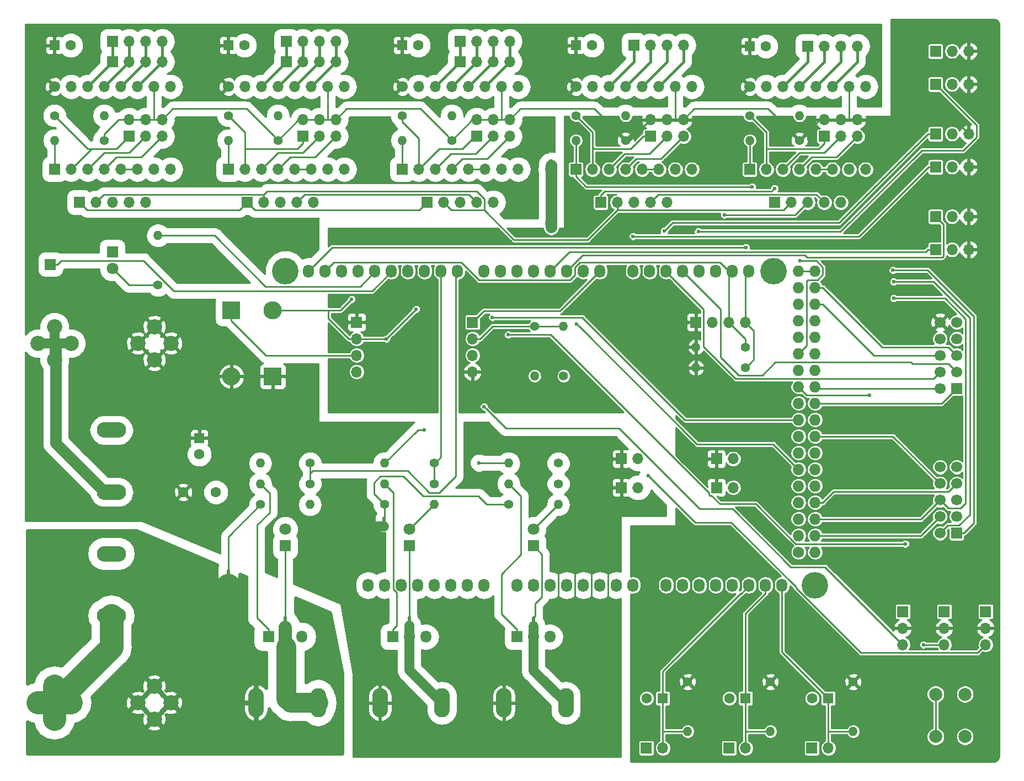
<source format=gbr>
G04 #@! TF.GenerationSoftware,KiCad,Pcbnew,(5.0.2)-1*
G04 #@! TF.CreationDate,2019-02-04T13:01:01-08:00*
G04 #@! TF.ProjectId,samsamps,73616d73-616d-4707-932e-6b696361645f,rev?*
G04 #@! TF.SameCoordinates,Original*
G04 #@! TF.FileFunction,Copper,L1,Top*
G04 #@! TF.FilePolarity,Positive*
%FSLAX46Y46*%
G04 Gerber Fmt 4.6, Leading zero omitted, Abs format (unit mm)*
G04 Created by KiCad (PCBNEW (5.0.2)-1) date 2/4/2019 1:01:01 PM*
%MOMM*%
%LPD*%
G01*
G04 APERTURE LIST*
G04 #@! TA.AperFunction,EtchedComponent*
%ADD10C,0.100000*%
G04 #@! TD*
G04 #@! TA.AperFunction,ComponentPad*
%ADD11R,1.700000X1.700000*%
G04 #@! TD*
G04 #@! TA.AperFunction,ComponentPad*
%ADD12C,1.700000*%
G04 #@! TD*
G04 #@! TA.AperFunction,ComponentPad*
%ADD13O,2.800000X2.800000*%
G04 #@! TD*
G04 #@! TA.AperFunction,ComponentPad*
%ADD14R,2.800000X2.800000*%
G04 #@! TD*
G04 #@! TA.AperFunction,Conductor*
%ADD15C,0.500000*%
G04 #@! TD*
G04 #@! TA.AperFunction,ComponentPad*
%ADD16O,1.700000X1.700000*%
G04 #@! TD*
G04 #@! TA.AperFunction,ComponentPad*
%ADD17C,1.727200*%
G04 #@! TD*
G04 #@! TA.AperFunction,ComponentPad*
%ADD18O,1.727200X1.727200*%
G04 #@! TD*
G04 #@! TA.AperFunction,ComponentPad*
%ADD19O,1.727200X2.032000*%
G04 #@! TD*
G04 #@! TA.AperFunction,ComponentPad*
%ADD20C,4.064000*%
G04 #@! TD*
G04 #@! TA.AperFunction,ComponentPad*
%ADD21C,1.600000*%
G04 #@! TD*
G04 #@! TA.AperFunction,ComponentPad*
%ADD22R,1.600000X1.600000*%
G04 #@! TD*
G04 #@! TA.AperFunction,ComponentPad*
%ADD23C,1.800000*%
G04 #@! TD*
G04 #@! TA.AperFunction,ComponentPad*
%ADD24R,1.800000X1.800000*%
G04 #@! TD*
G04 #@! TA.AperFunction,ComponentPad*
%ADD25O,4.500000X2.400000*%
G04 #@! TD*
G04 #@! TA.AperFunction,ComponentPad*
%ADD26O,2.400000X4.500000*%
G04 #@! TD*
G04 #@! TA.AperFunction,ComponentPad*
%ADD27O,1.800000X1.800000*%
G04 #@! TD*
G04 #@! TA.AperFunction,ComponentPad*
%ADD28C,2.000000*%
G04 #@! TD*
G04 #@! TA.AperFunction,ComponentPad*
%ADD29O,1.400000X1.400000*%
G04 #@! TD*
G04 #@! TA.AperFunction,ComponentPad*
%ADD30C,1.400000*%
G04 #@! TD*
G04 #@! TA.AperFunction,ComponentPad*
%ADD31C,2.350000*%
G04 #@! TD*
G04 #@! TA.AperFunction,ViaPad*
%ADD32C,0.600000*%
G04 #@! TD*
G04 #@! TA.AperFunction,Conductor*
%ADD33C,0.254000*%
G04 #@! TD*
G04 #@! TA.AperFunction,Conductor*
%ADD34C,1.778000*%
G04 #@! TD*
G04 #@! TA.AperFunction,Conductor*
%ADD35C,1.524000*%
G04 #@! TD*
G04 #@! TA.AperFunction,Conductor*
%ADD36C,3.556000*%
G04 #@! TD*
G04 #@! TA.AperFunction,Conductor*
%ADD37C,3.606800*%
G04 #@! TD*
G04 #@! TA.AperFunction,Conductor*
%ADD38C,0.406400*%
G04 #@! TD*
G04 #@! TA.AperFunction,Conductor*
%ADD39C,0.499800*%
G04 #@! TD*
G04 #@! TA.AperFunction,Conductor*
%ADD40C,2.032000*%
G04 #@! TD*
G04 #@! TA.AperFunction,Conductor*
%ADD41C,3.048000*%
G04 #@! TD*
G04 #@! TA.AperFunction,Conductor*
%ADD42C,0.508000*%
G04 #@! TD*
G04 APERTURE END LIST*
D10*
G04 #@! TO.C,NT6*
G36*
X118339000Y-125030000D02*
X118339000Y-124030000D01*
X118839000Y-124030000D01*
X118839000Y-125030000D01*
X118339000Y-125030000D01*
G37*
G04 #@! TO.C,NT2*
G36*
X133981000Y-108847000D02*
X133981000Y-109847000D01*
X133481000Y-109847000D01*
X133481000Y-108847000D01*
X133981000Y-108847000D01*
G37*
G04 #@! TO.C,NT3*
G36*
X110105000Y-116840000D02*
X110105000Y-117840000D01*
X109605000Y-117840000D01*
X109605000Y-116840000D01*
X110105000Y-116840000D01*
G37*
G04 #@! TO.C,NT4*
G36*
X156439000Y-125165000D02*
X156439000Y-124165000D01*
X156939000Y-124165000D01*
X156939000Y-125165000D01*
X156439000Y-125165000D01*
G37*
G04 #@! TO.C,NT5*
G36*
X137389000Y-125030000D02*
X137389000Y-124030000D01*
X137889000Y-124030000D01*
X137889000Y-125030000D01*
X137389000Y-125030000D01*
G37*
G04 #@! TD*
D11*
G04 #@! TO.P,LCD2,1*
G04 #@! TO.N,/D50*
X221615000Y-111125000D03*
D12*
G04 #@! TO.P,LCD2,2*
G04 #@! TO.N,/D52*
X219075000Y-111125000D03*
G04 #@! TO.P,LCD2,3*
G04 #@! TO.N,/D31*
X221615000Y-108585000D03*
G04 #@! TO.P,LCD2,4*
G04 #@! TO.N,/D53*
X219075000Y-108585000D03*
G04 #@! TO.P,LCD2,5*
G04 #@! TO.N,/D33*
X221615000Y-106045000D03*
G04 #@! TO.P,LCD2,6*
G04 #@! TO.N,/D51*
X219075000Y-106045000D03*
G04 #@! TO.P,LCD2,7*
G04 #@! TO.N,/D49*
X221615000Y-103505000D03*
G04 #@! TO.P,LCD2,8*
G04 #@! TO.N,/D41*
X219075000Y-103505000D03*
G04 #@! TO.P,LCD2,9*
G04 #@! TO.N,Net-(LCD2-Pad9)*
X221615000Y-100965000D03*
G04 #@! TO.P,LCD2,10*
G04 #@! TO.N,Net-(LCD2-Pad10)*
X219075000Y-100965000D03*
G04 #@! TD*
G04 #@! TO.P,LCD1,10*
G04 #@! TO.N,+5V*
X219075000Y-78740000D03*
G04 #@! TO.P,LCD1,9*
G04 #@! TO.N,GND*
X221615000Y-78740000D03*
G04 #@! TO.P,LCD1,8*
G04 #@! TO.N,/D29*
X219075000Y-81280000D03*
G04 #@! TO.P,LCD1,7*
G04 #@! TO.N,/D27*
X221615000Y-81280000D03*
G04 #@! TO.P,LCD1,6*
G04 #@! TO.N,/D25*
X219075000Y-83820000D03*
G04 #@! TO.P,LCD1,5*
G04 #@! TO.N,/D23*
X221615000Y-83820000D03*
G04 #@! TO.P,LCD1,4*
G04 #@! TO.N,/D16*
X219075000Y-86360000D03*
G04 #@! TO.P,LCD1,3*
G04 #@! TO.N,/D17*
X221615000Y-86360000D03*
G04 #@! TO.P,LCD1,2*
G04 #@! TO.N,/D35*
X219075000Y-88900000D03*
D11*
G04 #@! TO.P,LCD1,1*
G04 #@! TO.N,/D37*
X221615000Y-88900000D03*
G04 #@! TD*
D13*
G04 #@! TO.P,D1,2*
G04 #@! TO.N,+12V*
X110334000Y-87064800D03*
D14*
G04 #@! TO.P,D1,1*
G04 #@! TO.N,/REG_VIN*
X110334000Y-76904800D03*
G04 #@! TD*
G04 #@! TO.P,D2,1*
G04 #@! TO.N,+12V*
X116684000Y-87064800D03*
D13*
G04 #@! TO.P,D2,2*
G04 #@! TO.N,GND*
X116684000Y-76904800D03*
G04 #@! TD*
D15*
G04 #@! TO.N,Net-(NT6-Pad1)*
G04 #@! TO.C,NT6*
X118589000Y-125030000D03*
G04 #@! TO.N,Net-(LED4-Pad1)*
X118589000Y-124030000D03*
G04 #@! TD*
D16*
G04 #@! TO.P,JP1,6*
G04 #@! TO.N,+5V*
X99695000Y-47625000D03*
G04 #@! TO.P,JP1,5*
G04 #@! TO.N,Net-(JP1-Pad5)*
X99695000Y-50165000D03*
G04 #@! TO.P,JP1,4*
G04 #@! TO.N,+5V*
X97155000Y-47625000D03*
G04 #@! TO.P,JP1,3*
G04 #@! TO.N,Net-(JP1-Pad3)*
X97155000Y-50165000D03*
G04 #@! TO.P,JP1,2*
G04 #@! TO.N,+5V*
X94615000Y-47625000D03*
D11*
G04 #@! TO.P,JP1,1*
G04 #@! TO.N,Net-(JP1-Pad1)*
X94615000Y-50165000D03*
G04 #@! TD*
D17*
G04 #@! TO.P,P1,1*
G04 #@! TO.N,GND*
X197358000Y-114046000D03*
D18*
G04 #@! TO.P,P1,2*
X199898000Y-114046000D03*
G04 #@! TO.P,P1,3*
G04 #@! TO.N,/D52*
X197358000Y-111506000D03*
G04 #@! TO.P,P1,4*
G04 #@! TO.N,/D53*
X199898000Y-111506000D03*
G04 #@! TO.P,P1,5*
G04 #@! TO.N,/D50*
X197358000Y-108966000D03*
G04 #@! TO.P,P1,6*
G04 #@! TO.N,/D51*
X199898000Y-108966000D03*
G04 #@! TO.P,P1,7*
G04 #@! TO.N,/D48*
X197358000Y-106426000D03*
G04 #@! TO.P,P1,8*
G04 #@! TO.N,/D49*
X199898000Y-106426000D03*
G04 #@! TO.P,P1,9*
G04 #@! TO.N,/D46*
X197358000Y-103886000D03*
G04 #@! TO.P,P1,10*
G04 #@! TO.N,/D47*
X199898000Y-103886000D03*
G04 #@! TO.P,P1,11*
G04 #@! TO.N,/D44*
X197358000Y-101346000D03*
G04 #@! TO.P,P1,12*
G04 #@! TO.N,/D45*
X199898000Y-101346000D03*
G04 #@! TO.P,P1,13*
G04 #@! TO.N,/D42*
X197358000Y-98806000D03*
G04 #@! TO.P,P1,14*
G04 #@! TO.N,/D43*
X199898000Y-98806000D03*
G04 #@! TO.P,P1,15*
G04 #@! TO.N,/D40*
X197358000Y-96266000D03*
G04 #@! TO.P,P1,16*
G04 #@! TO.N,/D41*
X199898000Y-96266000D03*
G04 #@! TO.P,P1,17*
G04 #@! TO.N,/D38*
X197358000Y-93726000D03*
G04 #@! TO.P,P1,18*
G04 #@! TO.N,/D39*
X199898000Y-93726000D03*
G04 #@! TO.P,P1,19*
G04 #@! TO.N,/D36*
X197358000Y-91186000D03*
G04 #@! TO.P,P1,20*
G04 #@! TO.N,/D37*
X199898000Y-91186000D03*
G04 #@! TO.P,P1,21*
G04 #@! TO.N,/D34*
X197358000Y-88646000D03*
G04 #@! TO.P,P1,22*
G04 #@! TO.N,/D35*
X199898000Y-88646000D03*
G04 #@! TO.P,P1,23*
G04 #@! TO.N,/D32*
X197358000Y-86106000D03*
G04 #@! TO.P,P1,24*
G04 #@! TO.N,/D33*
X199898000Y-86106000D03*
G04 #@! TO.P,P1,25*
G04 #@! TO.N,/D30*
X197358000Y-83566000D03*
G04 #@! TO.P,P1,26*
G04 #@! TO.N,/D31*
X199898000Y-83566000D03*
G04 #@! TO.P,P1,27*
G04 #@! TO.N,/D28*
X197358000Y-81026000D03*
G04 #@! TO.P,P1,28*
G04 #@! TO.N,/D29*
X199898000Y-81026000D03*
G04 #@! TO.P,P1,29*
G04 #@! TO.N,/D26*
X197358000Y-78486000D03*
G04 #@! TO.P,P1,30*
G04 #@! TO.N,/D27*
X199898000Y-78486000D03*
G04 #@! TO.P,P1,31*
G04 #@! TO.N,/D24*
X197358000Y-75946000D03*
G04 #@! TO.P,P1,32*
G04 #@! TO.N,/D25*
X199898000Y-75946000D03*
G04 #@! TO.P,P1,33*
G04 #@! TO.N,/D22*
X197358000Y-73406000D03*
G04 #@! TO.P,P1,34*
G04 #@! TO.N,/D23*
X199898000Y-73406000D03*
G04 #@! TO.P,P1,35*
G04 #@! TO.N,Net-(P1-Pad35)*
X197358000Y-70866000D03*
G04 #@! TO.P,P1,36*
G04 #@! TO.N,Net-(P1-Pad36)*
X199898000Y-70866000D03*
G04 #@! TD*
D19*
G04 #@! TO.P,P2,1*
G04 #@! TO.N,Net-(P2-Pad1)*
X131318000Y-119126000D03*
G04 #@! TO.P,P2,2*
G04 #@! TO.N,/IOREF*
X133858000Y-119126000D03*
G04 #@! TO.P,P2,3*
G04 #@! TO.N,/RESET*
X136398000Y-119126000D03*
G04 #@! TO.P,P2,4*
G04 #@! TO.N,+3V3*
X138938000Y-119126000D03*
G04 #@! TO.P,P2,5*
G04 #@! TO.N,Net-(P2-Pad5)*
X141478000Y-119126000D03*
G04 #@! TO.P,P2,6*
G04 #@! TO.N,GND*
X144018000Y-119126000D03*
G04 #@! TO.P,P2,7*
X146558000Y-119126000D03*
G04 #@! TO.P,P2,8*
G04 #@! TO.N,/Vin*
X149098000Y-119126000D03*
G04 #@! TD*
G04 #@! TO.P,P3,1*
G04 #@! TO.N,/A0*
X154178000Y-119126000D03*
G04 #@! TO.P,P3,2*
G04 #@! TO.N,/A1*
X156718000Y-119126000D03*
G04 #@! TO.P,P3,3*
G04 #@! TO.N,/A2*
X159258000Y-119126000D03*
G04 #@! TO.P,P3,4*
G04 #@! TO.N,/A3*
X161798000Y-119126000D03*
G04 #@! TO.P,P3,5*
G04 #@! TO.N,/A4*
X164338000Y-119126000D03*
G04 #@! TO.P,P3,6*
G04 #@! TO.N,/A5*
X166878000Y-119126000D03*
G04 #@! TO.P,P3,7*
G04 #@! TO.N,/A6*
X169418000Y-119126000D03*
G04 #@! TO.P,P3,8*
G04 #@! TO.N,/A7*
X171958000Y-119126000D03*
G04 #@! TD*
G04 #@! TO.P,P4,1*
G04 #@! TO.N,/A8*
X177038000Y-119126000D03*
G04 #@! TO.P,P4,2*
G04 #@! TO.N,/A9*
X179578000Y-119126000D03*
G04 #@! TO.P,P4,3*
G04 #@! TO.N,/A10*
X182118000Y-119126000D03*
G04 #@! TO.P,P4,4*
G04 #@! TO.N,/A11*
X184658000Y-119126000D03*
G04 #@! TO.P,P4,5*
G04 #@! TO.N,/A12*
X187198000Y-119126000D03*
G04 #@! TO.P,P4,6*
G04 #@! TO.N,/A13*
X189738000Y-119126000D03*
G04 #@! TO.P,P4,7*
G04 #@! TO.N,/A14*
X192278000Y-119126000D03*
G04 #@! TO.P,P4,8*
G04 #@! TO.N,/A15*
X194818000Y-119126000D03*
G04 #@! TD*
G04 #@! TO.P,P5,1*
G04 #@! TO.N,/D21*
X122174000Y-70866000D03*
G04 #@! TO.P,P5,2*
G04 #@! TO.N,/D20*
X124714000Y-70866000D03*
G04 #@! TO.P,P5,3*
G04 #@! TO.N,/AREF*
X127254000Y-70866000D03*
G04 #@! TO.P,P5,4*
G04 #@! TO.N,GND*
X129794000Y-70866000D03*
G04 #@! TO.P,P5,5*
G04 #@! TO.N,/D13*
X132334000Y-70866000D03*
G04 #@! TO.P,P5,6*
G04 #@! TO.N,/D12*
X134874000Y-70866000D03*
G04 #@! TO.P,P5,7*
G04 #@! TO.N,/D11*
X137414000Y-70866000D03*
G04 #@! TO.P,P5,8*
G04 #@! TO.N,/D10*
X139954000Y-70866000D03*
G04 #@! TO.P,P5,9*
G04 #@! TO.N,/D9*
X142494000Y-70866000D03*
G04 #@! TO.P,P5,10*
G04 #@! TO.N,/D8*
X145034000Y-70866000D03*
G04 #@! TD*
G04 #@! TO.P,P6,1*
G04 #@! TO.N,/D7*
X149098000Y-70866000D03*
G04 #@! TO.P,P6,2*
G04 #@! TO.N,/D6*
X151638000Y-70866000D03*
G04 #@! TO.P,P6,3*
G04 #@! TO.N,/D5*
X154178000Y-70866000D03*
G04 #@! TO.P,P6,4*
G04 #@! TO.N,/D4*
X156718000Y-70866000D03*
G04 #@! TO.P,P6,5*
G04 #@! TO.N,/D3*
X159258000Y-70866000D03*
G04 #@! TO.P,P6,6*
G04 #@! TO.N,/D2*
X161798000Y-70866000D03*
G04 #@! TO.P,P6,7*
G04 #@! TO.N,/D1*
X164338000Y-70866000D03*
G04 #@! TO.P,P6,8*
G04 #@! TO.N,/BT-TX*
X166878000Y-70866000D03*
G04 #@! TD*
G04 #@! TO.P,P7,1*
G04 #@! TO.N,/D14*
X171958000Y-70866000D03*
G04 #@! TO.P,P7,2*
G04 #@! TO.N,/D15*
X174498000Y-70866000D03*
G04 #@! TO.P,P7,3*
G04 #@! TO.N,/D16*
X177038000Y-70866000D03*
G04 #@! TO.P,P7,4*
G04 #@! TO.N,/D17*
X179578000Y-70866000D03*
G04 #@! TO.P,P7,5*
G04 #@! TO.N,/D18*
X182118000Y-70866000D03*
G04 #@! TO.P,P7,6*
G04 #@! TO.N,/D19*
X184658000Y-70866000D03*
G04 #@! TO.P,P7,7*
G04 #@! TO.N,/D20*
X187198000Y-70866000D03*
G04 #@! TO.P,P7,8*
G04 #@! TO.N,/D21*
X189738000Y-70866000D03*
G04 #@! TD*
D20*
G04 #@! TO.P,P10,1*
G04 #@! TO.N,Net-(P10-Pad1)*
X199898000Y-119126000D03*
G04 #@! TD*
G04 #@! TO.P,P11,1*
G04 #@! TO.N,Net-(P11-Pad1)*
X118618000Y-70866000D03*
G04 #@! TD*
G04 #@! TO.P,P13,1*
G04 #@! TO.N,Net-(P13-Pad1)*
X193548000Y-70866000D03*
G04 #@! TD*
D16*
G04 #@! TO.P,BT1,4*
G04 #@! TO.N,+5V*
X147320000Y-86360000D03*
G04 #@! TO.P,BT1,3*
G04 #@! TO.N,GND*
X147320000Y-83820000D03*
G04 #@! TO.P,BT1,2*
G04 #@! TO.N,/BT-RX*
X147320000Y-81280000D03*
D11*
G04 #@! TO.P,BT1,1*
G04 #@! TO.N,/BT-TX*
X147320000Y-78740000D03*
G04 #@! TD*
D21*
G04 #@! TO.P,C1,2*
G04 #@! TO.N,GND*
X85685000Y-36195000D03*
D22*
G04 #@! TO.P,C1,1*
G04 #@! TO.N,+12V*
X83185000Y-36195000D03*
G04 #@! TD*
G04 #@! TO.P,C2,1*
G04 #@! TO.N,+12V*
X163195000Y-36195000D03*
D21*
G04 #@! TO.P,C2,2*
G04 #@! TO.N,GND*
X165695000Y-36195000D03*
G04 #@! TD*
G04 #@! TO.P,C3,2*
G04 #@! TO.N,GND*
X112355000Y-36195000D03*
D22*
G04 #@! TO.P,C3,1*
G04 #@! TO.N,+12V*
X109855000Y-36195000D03*
G04 #@! TD*
D21*
G04 #@! TO.P,C4,2*
G04 #@! TO.N,GND*
X192365000Y-36322000D03*
D22*
G04 #@! TO.P,C4,1*
G04 #@! TO.N,+12V*
X189865000Y-36322000D03*
G04 #@! TD*
G04 #@! TO.P,C5,1*
G04 #@! TO.N,/A13*
X176530000Y-136525000D03*
D21*
G04 #@! TO.P,C5,2*
G04 #@! TO.N,GND*
X174030000Y-136525000D03*
G04 #@! TD*
G04 #@! TO.P,C6,2*
G04 #@! TO.N,GND*
X186730000Y-136525000D03*
D22*
G04 #@! TO.P,C6,1*
G04 #@! TO.N,/A14*
X189230000Y-136525000D03*
G04 #@! TD*
D21*
G04 #@! TO.P,C7,2*
G04 #@! TO.N,GND*
X199430000Y-136525000D03*
D22*
G04 #@! TO.P,C7,1*
G04 #@! TO.N,/A15*
X201930000Y-136525000D03*
G04 #@! TD*
D21*
G04 #@! TO.P,C8,2*
G04 #@! TO.N,GND*
X139025000Y-36195000D03*
D22*
G04 #@! TO.P,C8,1*
G04 #@! TO.N,+12V*
X136525000Y-36195000D03*
G04 #@! TD*
D21*
G04 #@! TO.P,C9,2*
G04 #@! TO.N,+12V*
X102950000Y-104845000D03*
G04 #@! TO.P,C9,1*
G04 #@! TO.N,GND*
X107950000Y-104845000D03*
G04 #@! TD*
D22*
G04 #@! TO.P,C10,1*
G04 #@! TO.N,+12V*
X105410000Y-96520000D03*
D21*
G04 #@! TO.P,C10,2*
G04 #@! TO.N,GND*
X105410000Y-99020000D03*
G04 #@! TD*
D11*
G04 #@! TO.P,ENDSTOP1,1*
G04 #@! TO.N,/D3*
X218388000Y-67584300D03*
D16*
G04 #@! TO.P,ENDSTOP1,2*
G04 #@! TO.N,GND*
X220928000Y-67584300D03*
G04 #@! TO.P,ENDSTOP1,3*
G04 #@! TO.N,+5V*
X223468000Y-67584300D03*
G04 #@! TD*
G04 #@! TO.P,ENDSTOP2,3*
G04 #@! TO.N,+5V*
X223468000Y-54884300D03*
G04 #@! TO.P,ENDSTOP2,2*
G04 #@! TO.N,GND*
X220928000Y-54884300D03*
D11*
G04 #@! TO.P,ENDSTOP2,1*
G04 #@! TO.N,/D14*
X218388000Y-54884300D03*
G04 #@! TD*
D16*
G04 #@! TO.P,ENDSTOP3,3*
G04 #@! TO.N,+5V*
X223468000Y-42184300D03*
G04 #@! TO.P,ENDSTOP3,2*
G04 #@! TO.N,GND*
X220928000Y-42184300D03*
D11*
G04 #@! TO.P,ENDSTOP3,1*
G04 #@! TO.N,/D18*
X218388000Y-42184300D03*
G04 #@! TD*
G04 #@! TO.P,ENDSTOP4,1*
G04 #@! TO.N,/D2*
X218388000Y-62504300D03*
D16*
G04 #@! TO.P,ENDSTOP4,2*
G04 #@! TO.N,GND*
X220928000Y-62504300D03*
G04 #@! TO.P,ENDSTOP4,3*
G04 #@! TO.N,+5V*
X223468000Y-62504300D03*
G04 #@! TD*
G04 #@! TO.P,ENDSTOP5,3*
G04 #@! TO.N,+5V*
X223468000Y-49804300D03*
G04 #@! TO.P,ENDSTOP5,2*
G04 #@! TO.N,GND*
X220928000Y-49804300D03*
D11*
G04 #@! TO.P,ENDSTOP5,1*
G04 #@! TO.N,/D15*
X218388000Y-49804300D03*
G04 #@! TD*
G04 #@! TO.P,ENDSTOP6,1*
G04 #@! TO.N,/D19*
X218388000Y-37104300D03*
D16*
G04 #@! TO.P,ENDSTOP6,2*
G04 #@! TO.N,GND*
X220928000Y-37104300D03*
G04 #@! TO.P,ENDSTOP6,3*
G04 #@! TO.N,+5V*
X223468000Y-37104300D03*
G04 #@! TD*
D11*
G04 #@! TO.P,IIC1,1*
G04 #@! TO.N,+5V*
X181610000Y-78740000D03*
D16*
G04 #@! TO.P,IIC1,2*
G04 #@! TO.N,GND*
X184150000Y-78740000D03*
G04 #@! TO.P,IIC1,3*
G04 #@! TO.N,/D20*
X186690000Y-78740000D03*
G04 #@! TO.P,IIC1,4*
G04 #@! TO.N,/D21*
X189230000Y-78740000D03*
G04 #@! TD*
D11*
G04 #@! TO.P,J6,1*
G04 #@! TO.N,/D12*
X82550000Y-69850000D03*
G04 #@! TD*
G04 #@! TO.P,J7,1*
G04 #@! TO.N,+12V*
X170180000Y-104140000D03*
D16*
G04 #@! TO.P,J7,2*
G04 #@! TO.N,GND*
X172720000Y-104140000D03*
G04 #@! TD*
G04 #@! TO.P,J8,2*
G04 #@! TO.N,GND*
X187325000Y-104140000D03*
D11*
G04 #@! TO.P,J8,1*
G04 #@! TO.N,+5V*
X184785000Y-104140000D03*
G04 #@! TD*
D16*
G04 #@! TO.P,J9,2*
G04 #@! TO.N,GND*
X172720000Y-99695000D03*
D11*
G04 #@! TO.P,J9,1*
G04 #@! TO.N,+12V*
X170180000Y-99695000D03*
G04 #@! TD*
G04 #@! TO.P,J10,1*
G04 #@! TO.N,+5V*
X184785000Y-99695000D03*
D16*
G04 #@! TO.P,J10,2*
G04 #@! TO.N,GND*
X187325000Y-99695000D03*
G04 #@! TD*
G04 #@! TO.P,JP2,6*
G04 #@! TO.N,+5V*
X179705000Y-47625000D03*
G04 #@! TO.P,JP2,5*
G04 #@! TO.N,Net-(JP2-Pad5)*
X179705000Y-50165000D03*
G04 #@! TO.P,JP2,4*
G04 #@! TO.N,+5V*
X177165000Y-47625000D03*
G04 #@! TO.P,JP2,3*
G04 #@! TO.N,Net-(JP2-Pad3)*
X177165000Y-50165000D03*
G04 #@! TO.P,JP2,2*
G04 #@! TO.N,+5V*
X174625000Y-47625000D03*
D11*
G04 #@! TO.P,JP2,1*
G04 #@! TO.N,Net-(JP2-Pad1)*
X174625000Y-50165000D03*
G04 #@! TD*
G04 #@! TO.P,JP3,1*
G04 #@! TO.N,Net-(JP3-Pad1)*
X121285000Y-50165000D03*
D16*
G04 #@! TO.P,JP3,2*
G04 #@! TO.N,+5V*
X121285000Y-47625000D03*
G04 #@! TO.P,JP3,3*
G04 #@! TO.N,Net-(JP3-Pad3)*
X123825000Y-50165000D03*
G04 #@! TO.P,JP3,4*
G04 #@! TO.N,+5V*
X123825000Y-47625000D03*
G04 #@! TO.P,JP3,5*
G04 #@! TO.N,Net-(JP3-Pad5)*
X126365000Y-50165000D03*
G04 #@! TO.P,JP3,6*
G04 #@! TO.N,+5V*
X126365000Y-47625000D03*
G04 #@! TD*
D11*
G04 #@! TO.P,JP4,1*
G04 #@! TO.N,Net-(JP4-Pad1)*
X201295000Y-50165000D03*
D16*
G04 #@! TO.P,JP4,2*
G04 #@! TO.N,+5V*
X201295000Y-47625000D03*
G04 #@! TO.P,JP4,3*
G04 #@! TO.N,Net-(JP4-Pad3)*
X203835000Y-50165000D03*
G04 #@! TO.P,JP4,4*
G04 #@! TO.N,+5V*
X203835000Y-47625000D03*
G04 #@! TO.P,JP4,5*
G04 #@! TO.N,Net-(JP4-Pad5)*
X206375000Y-50165000D03*
G04 #@! TO.P,JP4,6*
G04 #@! TO.N,+5V*
X206375000Y-47625000D03*
G04 #@! TD*
G04 #@! TO.P,JP5,6*
G04 #@! TO.N,+5V*
X153035000Y-47625000D03*
G04 #@! TO.P,JP5,5*
G04 #@! TO.N,Net-(JP5-Pad5)*
X153035000Y-50165000D03*
G04 #@! TO.P,JP5,4*
G04 #@! TO.N,+5V*
X150495000Y-47625000D03*
G04 #@! TO.P,JP5,3*
G04 #@! TO.N,Net-(JP5-Pad3)*
X150495000Y-50165000D03*
G04 #@! TO.P,JP5,2*
G04 #@! TO.N,+5V*
X147955000Y-47625000D03*
D11*
G04 #@! TO.P,JP5,1*
G04 #@! TO.N,Net-(JP5-Pad1)*
X147955000Y-50165000D03*
G04 #@! TD*
D23*
G04 #@! TO.P,LED1,2*
G04 #@! TO.N,Net-(LED1-Pad2)*
X92075000Y-70485000D03*
D24*
G04 #@! TO.P,LED1,1*
G04 #@! TO.N,GND*
X92075000Y-67945000D03*
G04 #@! TD*
G04 #@! TO.P,LED2,1*
G04 #@! TO.N,Net-(LED2-Pad1)*
X156689000Y-113100000D03*
D23*
G04 #@! TO.P,LED2,2*
G04 #@! TO.N,Net-(LED2-Pad2)*
X156689000Y-110560000D03*
G04 #@! TD*
G04 #@! TO.P,LED3,2*
G04 #@! TO.N,Net-(LED3-Pad2)*
X137639000Y-110560000D03*
D24*
G04 #@! TO.P,LED3,1*
G04 #@! TO.N,Net-(LED3-Pad1)*
X137639000Y-113100000D03*
G04 #@! TD*
G04 #@! TO.P,LED4,1*
G04 #@! TO.N,Net-(LED4-Pad1)*
X118589000Y-113100000D03*
D23*
G04 #@! TO.P,LED4,2*
G04 #@! TO.N,Net-(LED4-Pad2)*
X118589000Y-110560000D03*
G04 #@! TD*
D16*
G04 #@! TO.P,MOT1,4*
G04 #@! TO.N,Net-(MOT1-Pad4)*
X99695000Y-38735000D03*
G04 #@! TO.P,MOT1,3*
G04 #@! TO.N,Net-(MOT1-Pad3)*
X97155000Y-38735000D03*
G04 #@! TO.P,MOT1,2*
G04 #@! TO.N,Net-(MOT1-Pad2)*
X94615000Y-38735000D03*
D11*
G04 #@! TO.P,MOT1,1*
G04 #@! TO.N,Net-(MOT1-Pad1)*
X92075000Y-38735000D03*
G04 #@! TD*
G04 #@! TO.P,MOT2,1*
G04 #@! TO.N,Net-(MOT1-Pad1)*
X92075000Y-35560000D03*
D16*
G04 #@! TO.P,MOT2,2*
G04 #@! TO.N,Net-(MOT1-Pad2)*
X94615000Y-35560000D03*
G04 #@! TO.P,MOT2,3*
G04 #@! TO.N,Net-(MOT1-Pad3)*
X97155000Y-35560000D03*
G04 #@! TO.P,MOT2,4*
G04 #@! TO.N,Net-(MOT1-Pad4)*
X99695000Y-35560000D03*
G04 #@! TD*
G04 #@! TO.P,MOT3,4*
G04 #@! TO.N,Net-(MOT3-Pad4)*
X179705000Y-36195000D03*
G04 #@! TO.P,MOT3,3*
G04 #@! TO.N,Net-(MOT3-Pad3)*
X177165000Y-36195000D03*
G04 #@! TO.P,MOT3,2*
G04 #@! TO.N,Net-(MOT3-Pad2)*
X174625000Y-36195000D03*
D11*
G04 #@! TO.P,MOT3,1*
G04 #@! TO.N,Net-(MOT3-Pad1)*
X172085000Y-36195000D03*
G04 #@! TD*
D16*
G04 #@! TO.P,MOT4,4*
G04 #@! TO.N,Net-(MOT4-Pad4)*
X126365000Y-35560000D03*
G04 #@! TO.P,MOT4,3*
G04 #@! TO.N,Net-(MOT4-Pad3)*
X123825000Y-35560000D03*
G04 #@! TO.P,MOT4,2*
G04 #@! TO.N,Net-(MOT4-Pad2)*
X121285000Y-35560000D03*
D11*
G04 #@! TO.P,MOT4,1*
G04 #@! TO.N,Net-(MOT4-Pad1)*
X118745000Y-35560000D03*
G04 #@! TD*
G04 #@! TO.P,MOT5,1*
G04 #@! TO.N,Net-(MOT4-Pad1)*
X118745000Y-38735000D03*
D16*
G04 #@! TO.P,MOT5,2*
G04 #@! TO.N,Net-(MOT4-Pad2)*
X121285000Y-38735000D03*
G04 #@! TO.P,MOT5,3*
G04 #@! TO.N,Net-(MOT4-Pad3)*
X123825000Y-38735000D03*
G04 #@! TO.P,MOT5,4*
G04 #@! TO.N,Net-(MOT4-Pad4)*
X126365000Y-38735000D03*
G04 #@! TD*
G04 #@! TO.P,MOT6,4*
G04 #@! TO.N,Net-(MOT6-Pad4)*
X206375000Y-36322000D03*
G04 #@! TO.P,MOT6,3*
G04 #@! TO.N,Net-(MOT6-Pad3)*
X203835000Y-36322000D03*
G04 #@! TO.P,MOT6,2*
G04 #@! TO.N,Net-(MOT6-Pad2)*
X201295000Y-36322000D03*
D11*
G04 #@! TO.P,MOT6,1*
G04 #@! TO.N,Net-(MOT6-Pad1)*
X198755000Y-36322000D03*
G04 #@! TD*
D16*
G04 #@! TO.P,MOT7,4*
G04 #@! TO.N,Net-(MOT7-Pad4)*
X153035000Y-35560000D03*
G04 #@! TO.P,MOT7,3*
G04 #@! TO.N,Net-(MOT7-Pad3)*
X150495000Y-35560000D03*
G04 #@! TO.P,MOT7,2*
G04 #@! TO.N,Net-(MOT7-Pad2)*
X147955000Y-35560000D03*
D11*
G04 #@! TO.P,MOT7,1*
G04 #@! TO.N,Net-(MOT7-Pad1)*
X145415000Y-35560000D03*
G04 #@! TD*
G04 #@! TO.P,MOT8,1*
G04 #@! TO.N,Net-(MOT7-Pad1)*
X145415000Y-38735000D03*
D16*
G04 #@! TO.P,MOT8,2*
G04 #@! TO.N,Net-(MOT7-Pad2)*
X147955000Y-38735000D03*
G04 #@! TO.P,MOT8,3*
G04 #@! TO.N,Net-(MOT7-Pad3)*
X150495000Y-38735000D03*
G04 #@! TO.P,MOT8,4*
G04 #@! TO.N,Net-(MOT7-Pad4)*
X153035000Y-38735000D03*
G04 #@! TD*
D25*
G04 #@! TO.P,PWR1,2*
G04 #@! TO.N,Net-(F2-Pad1)*
X91919400Y-104819800D03*
G04 #@! TO.P,PWR1,1*
G04 #@! TO.N,GND*
X91919400Y-95319800D03*
G04 #@! TO.P,PWR1,3*
X91919400Y-114319800D03*
G04 #@! TO.P,PWR1,4*
G04 #@! TO.N,Net-(F1-Pad1)*
X91919400Y-123819800D03*
G04 #@! TD*
D26*
G04 #@! TO.P,PWR2,2*
G04 #@! TO.N,Net-(NT6-Pad1)*
X123644000Y-137230000D03*
G04 #@! TO.P,PWR2,1*
G04 #@! TO.N,+12VA*
X114144000Y-137230000D03*
G04 #@! TO.P,PWR2,3*
G04 #@! TO.N,+12V*
X133144000Y-137230000D03*
G04 #@! TO.P,PWR2,4*
G04 #@! TO.N,Net-(NT5-Pad1)*
X142644000Y-137230000D03*
G04 #@! TO.P,PWR2,5*
G04 #@! TO.N,+12V*
X152144000Y-137230000D03*
G04 #@! TO.P,PWR2,6*
G04 #@! TO.N,Net-(NT4-Pad1)*
X161644000Y-137230000D03*
G04 #@! TD*
D27*
G04 #@! TO.P,Q1,3*
G04 #@! TO.N,GND*
X159229000Y-127070000D03*
G04 #@! TO.P,Q1,2*
G04 #@! TO.N,Net-(NT4-Pad1)*
X156689000Y-127070000D03*
D24*
G04 #@! TO.P,Q1,1*
G04 #@! TO.N,Net-(Q1-Pad1)*
X154149000Y-127070000D03*
G04 #@! TD*
G04 #@! TO.P,Q2,1*
G04 #@! TO.N,Net-(Q2-Pad1)*
X135099000Y-127070000D03*
D27*
G04 #@! TO.P,Q2,2*
G04 #@! TO.N,Net-(NT5-Pad1)*
X137639000Y-127070000D03*
G04 #@! TO.P,Q2,3*
G04 #@! TO.N,GND*
X140179000Y-127070000D03*
G04 #@! TD*
G04 #@! TO.P,Q3,3*
G04 #@! TO.N,GND*
X121129000Y-127070000D03*
G04 #@! TO.P,Q3,2*
G04 #@! TO.N,Net-(NT6-Pad1)*
X118589000Y-127070000D03*
D24*
G04 #@! TO.P,Q3,1*
G04 #@! TO.N,Net-(Q3-Pad1)*
X116049000Y-127070000D03*
G04 #@! TD*
D11*
G04 #@! TO.P,REG1,1*
G04 #@! TO.N,+5V*
X129540000Y-78740000D03*
D16*
G04 #@! TO.P,REG1,2*
G04 #@! TO.N,GND*
X129540000Y-81280000D03*
G04 #@! TO.P,REG1,3*
G04 #@! TO.N,/REG_VIN*
X129540000Y-83820000D03*
G04 #@! TO.P,REG1,4*
G04 #@! TO.N,/REG_~SHDN*
X129540000Y-86360000D03*
G04 #@! TD*
G04 #@! TO.P,SERVO1,3*
G04 #@! TO.N,/D11*
X213360000Y-128270000D03*
G04 #@! TO.P,SERVO1,2*
G04 #@! TO.N,+5V*
X213360000Y-125730000D03*
D11*
G04 #@! TO.P,SERVO1,1*
G04 #@! TO.N,GND*
X213360000Y-123190000D03*
G04 #@! TD*
G04 #@! TO.P,SERVO2,1*
G04 #@! TO.N,GND*
X219710000Y-123190000D03*
D16*
G04 #@! TO.P,SERVO2,2*
G04 #@! TO.N,+5V*
X219710000Y-125730000D03*
G04 #@! TO.P,SERVO2,3*
G04 #@! TO.N,/D6*
X219710000Y-128270000D03*
G04 #@! TD*
G04 #@! TO.P,SERVO3,3*
G04 #@! TO.N,/D5*
X226060000Y-128270000D03*
G04 #@! TO.P,SERVO3,2*
G04 #@! TO.N,+5V*
X226060000Y-125730000D03*
D11*
G04 #@! TO.P,SERVO3,1*
G04 #@! TO.N,GND*
X226060000Y-123190000D03*
G04 #@! TD*
D12*
G04 #@! TO.P,SOCKET1,16*
G04 #@! TO.N,+12V*
X83185000Y-42545000D03*
D16*
G04 #@! TO.P,SOCKET1,11*
G04 #@! TO.N,Net-(MOT1-Pad4)*
X95885000Y-42545000D03*
G04 #@! TO.P,SOCKET1,9*
G04 #@! TO.N,GND*
X100965000Y-42545000D03*
G04 #@! TO.P,SOCKET1,14*
G04 #@! TO.N,Net-(MOT1-Pad1)*
X88265000Y-42545000D03*
G04 #@! TO.P,SOCKET1,13*
G04 #@! TO.N,Net-(MOT1-Pad2)*
X90805000Y-42545000D03*
G04 #@! TO.P,SOCKET1,15*
G04 #@! TO.N,GND*
X85725000Y-42545000D03*
G04 #@! TO.P,SOCKET1,12*
G04 #@! TO.N,Net-(MOT1-Pad3)*
X93345000Y-42545000D03*
G04 #@! TO.P,SOCKET1,10*
G04 #@! TO.N,+5V*
X98425000Y-42545000D03*
D11*
G04 #@! TO.P,SOCKET1,1*
G04 #@! TO.N,/D38*
X83185000Y-55245000D03*
D16*
G04 #@! TO.P,SOCKET1,2*
G04 #@! TO.N,Net-(JP1-Pad1)*
X85725000Y-55245000D03*
G04 #@! TO.P,SOCKET1,3*
G04 #@! TO.N,Net-(JP1-Pad3)*
X88265000Y-55245000D03*
G04 #@! TO.P,SOCKET1,4*
G04 #@! TO.N,Net-(JP1-Pad5)*
X90805000Y-55245000D03*
G04 #@! TO.P,SOCKET1,5*
G04 #@! TO.N,Net-(SOCKET1-Pad5)*
X93345000Y-55245000D03*
G04 #@! TO.P,SOCKET1,6*
X95885000Y-55245000D03*
G04 #@! TO.P,SOCKET1,7*
G04 #@! TO.N,/A0*
X98425000Y-55245000D03*
G04 #@! TO.P,SOCKET1,8*
G04 #@! TO.N,/A1*
X100965000Y-55245000D03*
G04 #@! TD*
G04 #@! TO.P,SOCKET2,8*
G04 #@! TO.N,/D28*
X180975000Y-55245000D03*
G04 #@! TO.P,SOCKET2,7*
G04 #@! TO.N,/D26*
X178435000Y-55245000D03*
G04 #@! TO.P,SOCKET2,6*
G04 #@! TO.N,Net-(SOCKET2-Pad5)*
X175895000Y-55245000D03*
G04 #@! TO.P,SOCKET2,5*
X173355000Y-55245000D03*
G04 #@! TO.P,SOCKET2,4*
G04 #@! TO.N,Net-(JP2-Pad5)*
X170815000Y-55245000D03*
G04 #@! TO.P,SOCKET2,3*
G04 #@! TO.N,Net-(JP2-Pad3)*
X168275000Y-55245000D03*
G04 #@! TO.P,SOCKET2,2*
G04 #@! TO.N,Net-(JP2-Pad1)*
X165735000Y-55245000D03*
D11*
G04 #@! TO.P,SOCKET2,1*
G04 #@! TO.N,/D24*
X163195000Y-55245000D03*
D16*
G04 #@! TO.P,SOCKET2,10*
G04 #@! TO.N,+5V*
X178435000Y-42545000D03*
G04 #@! TO.P,SOCKET2,12*
G04 #@! TO.N,Net-(MOT3-Pad3)*
X173355000Y-42545000D03*
G04 #@! TO.P,SOCKET2,15*
G04 #@! TO.N,GND*
X165735000Y-42545000D03*
G04 #@! TO.P,SOCKET2,13*
G04 #@! TO.N,Net-(MOT3-Pad2)*
X170815000Y-42545000D03*
G04 #@! TO.P,SOCKET2,14*
G04 #@! TO.N,Net-(MOT3-Pad1)*
X168275000Y-42545000D03*
G04 #@! TO.P,SOCKET2,9*
G04 #@! TO.N,GND*
X180975000Y-42545000D03*
G04 #@! TO.P,SOCKET2,11*
G04 #@! TO.N,Net-(MOT3-Pad4)*
X175895000Y-42545000D03*
D12*
G04 #@! TO.P,SOCKET2,16*
G04 #@! TO.N,+12V*
X163195000Y-42545000D03*
G04 #@! TD*
G04 #@! TO.P,SOCKET3,16*
G04 #@! TO.N,+12V*
X109855000Y-42545000D03*
D16*
G04 #@! TO.P,SOCKET3,11*
G04 #@! TO.N,Net-(MOT4-Pad4)*
X122555000Y-42545000D03*
G04 #@! TO.P,SOCKET3,9*
G04 #@! TO.N,GND*
X127635000Y-42545000D03*
G04 #@! TO.P,SOCKET3,14*
G04 #@! TO.N,Net-(MOT4-Pad1)*
X114935000Y-42545000D03*
G04 #@! TO.P,SOCKET3,13*
G04 #@! TO.N,Net-(MOT4-Pad2)*
X117475000Y-42545000D03*
G04 #@! TO.P,SOCKET3,15*
G04 #@! TO.N,GND*
X112395000Y-42545000D03*
G04 #@! TO.P,SOCKET3,12*
G04 #@! TO.N,Net-(MOT4-Pad3)*
X120015000Y-42545000D03*
G04 #@! TO.P,SOCKET3,10*
G04 #@! TO.N,+5V*
X125095000Y-42545000D03*
D11*
G04 #@! TO.P,SOCKET3,1*
G04 #@! TO.N,/A2*
X109855000Y-55245000D03*
D16*
G04 #@! TO.P,SOCKET3,2*
G04 #@! TO.N,Net-(JP3-Pad1)*
X112395000Y-55245000D03*
G04 #@! TO.P,SOCKET3,3*
G04 #@! TO.N,Net-(JP3-Pad3)*
X114935000Y-55245000D03*
G04 #@! TO.P,SOCKET3,4*
G04 #@! TO.N,Net-(JP3-Pad5)*
X117475000Y-55245000D03*
G04 #@! TO.P,SOCKET3,5*
G04 #@! TO.N,Net-(SOCKET3-Pad5)*
X120015000Y-55245000D03*
G04 #@! TO.P,SOCKET3,6*
X122555000Y-55245000D03*
G04 #@! TO.P,SOCKET3,7*
G04 #@! TO.N,/A6*
X125095000Y-55245000D03*
G04 #@! TO.P,SOCKET3,8*
G04 #@! TO.N,/A7*
X127635000Y-55245000D03*
G04 #@! TD*
G04 #@! TO.P,SOCKET4,8*
G04 #@! TO.N,/D34*
X207645000Y-55245000D03*
G04 #@! TO.P,SOCKET4,7*
G04 #@! TO.N,/D36*
X205105000Y-55245000D03*
G04 #@! TO.P,SOCKET4,6*
G04 #@! TO.N,Net-(SOCKET4-Pad5)*
X202565000Y-55245000D03*
G04 #@! TO.P,SOCKET4,5*
X200025000Y-55245000D03*
G04 #@! TO.P,SOCKET4,4*
G04 #@! TO.N,Net-(JP4-Pad5)*
X197485000Y-55245000D03*
G04 #@! TO.P,SOCKET4,3*
G04 #@! TO.N,Net-(JP4-Pad3)*
X194945000Y-55245000D03*
G04 #@! TO.P,SOCKET4,2*
G04 #@! TO.N,Net-(JP4-Pad1)*
X192405000Y-55245000D03*
D11*
G04 #@! TO.P,SOCKET4,1*
G04 #@! TO.N,/D30*
X189865000Y-55245000D03*
D16*
G04 #@! TO.P,SOCKET4,10*
G04 #@! TO.N,+5V*
X205105000Y-42545000D03*
G04 #@! TO.P,SOCKET4,12*
G04 #@! TO.N,Net-(MOT6-Pad3)*
X200025000Y-42545000D03*
G04 #@! TO.P,SOCKET4,15*
G04 #@! TO.N,GND*
X192405000Y-42545000D03*
G04 #@! TO.P,SOCKET4,13*
G04 #@! TO.N,Net-(MOT6-Pad2)*
X197485000Y-42545000D03*
G04 #@! TO.P,SOCKET4,14*
G04 #@! TO.N,Net-(MOT6-Pad1)*
X194945000Y-42545000D03*
G04 #@! TO.P,SOCKET4,9*
G04 #@! TO.N,GND*
X207645000Y-42545000D03*
G04 #@! TO.P,SOCKET4,11*
G04 #@! TO.N,Net-(MOT6-Pad4)*
X202565000Y-42545000D03*
D12*
G04 #@! TO.P,SOCKET4,16*
G04 #@! TO.N,+12V*
X189865000Y-42545000D03*
G04 #@! TD*
D16*
G04 #@! TO.P,SOCKET5,8*
G04 #@! TO.N,/D48*
X154305000Y-55245000D03*
G04 #@! TO.P,SOCKET5,7*
G04 #@! TO.N,/D46*
X151765000Y-55245000D03*
G04 #@! TO.P,SOCKET5,6*
G04 #@! TO.N,Net-(SOCKET5-Pad5)*
X149225000Y-55245000D03*
G04 #@! TO.P,SOCKET5,5*
X146685000Y-55245000D03*
G04 #@! TO.P,SOCKET5,4*
G04 #@! TO.N,Net-(JP5-Pad5)*
X144145000Y-55245000D03*
G04 #@! TO.P,SOCKET5,3*
G04 #@! TO.N,Net-(JP5-Pad3)*
X141605000Y-55245000D03*
G04 #@! TO.P,SOCKET5,2*
G04 #@! TO.N,Net-(JP5-Pad1)*
X139065000Y-55245000D03*
D11*
G04 #@! TO.P,SOCKET5,1*
G04 #@! TO.N,/A8*
X136525000Y-55245000D03*
D16*
G04 #@! TO.P,SOCKET5,10*
G04 #@! TO.N,+5V*
X151765000Y-42545000D03*
G04 #@! TO.P,SOCKET5,12*
G04 #@! TO.N,Net-(MOT7-Pad3)*
X146685000Y-42545000D03*
G04 #@! TO.P,SOCKET5,15*
G04 #@! TO.N,GND*
X139065000Y-42545000D03*
G04 #@! TO.P,SOCKET5,13*
G04 #@! TO.N,Net-(MOT7-Pad2)*
X144145000Y-42545000D03*
G04 #@! TO.P,SOCKET5,14*
G04 #@! TO.N,Net-(MOT7-Pad1)*
X141605000Y-42545000D03*
G04 #@! TO.P,SOCKET5,9*
G04 #@! TO.N,GND*
X154305000Y-42545000D03*
G04 #@! TO.P,SOCKET5,11*
G04 #@! TO.N,Net-(MOT7-Pad4)*
X149225000Y-42545000D03*
D12*
G04 #@! TO.P,SOCKET5,16*
G04 #@! TO.N,+12V*
X136525000Y-42545000D03*
G04 #@! TD*
D28*
G04 #@! TO.P,SW1,1*
G04 #@! TO.N,GND*
X222885000Y-142390000D03*
G04 #@! TO.P,SW1,2*
G04 #@! TO.N,/RESET*
X218385000Y-142390000D03*
G04 #@! TO.P,SW1,1*
G04 #@! TO.N,GND*
X222885000Y-135890000D03*
G04 #@! TO.P,SW1,2*
G04 #@! TO.N,/RESET*
X218385000Y-135890000D03*
G04 #@! TD*
D16*
G04 #@! TO.P,THERM1,2*
G04 #@! TO.N,/A13*
X176530000Y-144145000D03*
D11*
G04 #@! TO.P,THERM1,1*
G04 #@! TO.N,GND*
X173990000Y-144145000D03*
G04 #@! TD*
D16*
G04 #@! TO.P,THERM2,2*
G04 #@! TO.N,/A14*
X189230000Y-144145000D03*
D11*
G04 #@! TO.P,THERM2,1*
G04 #@! TO.N,GND*
X186690000Y-144145000D03*
G04 #@! TD*
G04 #@! TO.P,THERM3,1*
G04 #@! TO.N,GND*
X199390000Y-144145000D03*
D16*
G04 #@! TO.P,THERM3,2*
G04 #@! TO.N,/A15*
X201930000Y-144145000D03*
G04 #@! TD*
D29*
G04 #@! TO.P,R1,2*
G04 #@! TO.N,/D38*
X83185000Y-50800000D03*
D30*
G04 #@! TO.P,R1,1*
G04 #@! TO.N,+5V*
X90805000Y-50800000D03*
G04 #@! TD*
D29*
G04 #@! TO.P,R2,2*
G04 #@! TO.N,/D24*
X163195000Y-50800000D03*
D30*
G04 #@! TO.P,R2,1*
G04 #@! TO.N,+5V*
X170815000Y-50800000D03*
G04 #@! TD*
G04 #@! TO.P,R3,1*
G04 #@! TO.N,Net-(JP1-Pad1)*
X83185000Y-46990000D03*
D29*
G04 #@! TO.P,R3,2*
G04 #@! TO.N,GND*
X90805000Y-46990000D03*
G04 #@! TD*
D30*
G04 #@! TO.P,R4,1*
G04 #@! TO.N,Net-(JP2-Pad1)*
X163195000Y-46990000D03*
D29*
G04 #@! TO.P,R4,2*
G04 #@! TO.N,GND*
X170815000Y-46990000D03*
G04 #@! TD*
G04 #@! TO.P,R5,2*
G04 #@! TO.N,/A2*
X109855000Y-50800000D03*
D30*
G04 #@! TO.P,R5,1*
G04 #@! TO.N,+5V*
X117475000Y-50800000D03*
G04 #@! TD*
D29*
G04 #@! TO.P,R6,2*
G04 #@! TO.N,/D30*
X189865000Y-50800000D03*
D30*
G04 #@! TO.P,R6,1*
G04 #@! TO.N,+5V*
X197485000Y-50800000D03*
G04 #@! TD*
G04 #@! TO.P,R7,1*
G04 #@! TO.N,Net-(JP3-Pad1)*
X109855000Y-46990000D03*
D29*
G04 #@! TO.P,R7,2*
G04 #@! TO.N,GND*
X117475000Y-46990000D03*
G04 #@! TD*
D30*
G04 #@! TO.P,R8,1*
G04 #@! TO.N,Net-(JP4-Pad1)*
X189865000Y-46990000D03*
D29*
G04 #@! TO.P,R8,2*
G04 #@! TO.N,GND*
X197485000Y-46990000D03*
G04 #@! TD*
G04 #@! TO.P,R9,2*
G04 #@! TO.N,/A13*
X180340000Y-141605000D03*
D30*
G04 #@! TO.P,R9,1*
G04 #@! TO.N,+5V*
X180340000Y-133985000D03*
G04 #@! TD*
G04 #@! TO.P,R10,1*
G04 #@! TO.N,+5V*
X193040000Y-133985000D03*
D29*
G04 #@! TO.P,R10,2*
G04 #@! TO.N,/A14*
X193040000Y-141605000D03*
G04 #@! TD*
D30*
G04 #@! TO.P,R11,1*
G04 #@! TO.N,+5V*
X205740000Y-133985000D03*
D29*
G04 #@! TO.P,R11,2*
G04 #@! TO.N,/A15*
X205740000Y-141605000D03*
G04 #@! TD*
G04 #@! TO.P,R12,2*
G04 #@! TO.N,+5V*
X181610000Y-82550000D03*
D30*
G04 #@! TO.P,R12,1*
G04 #@! TO.N,/D20*
X189230000Y-82550000D03*
G04 #@! TD*
G04 #@! TO.P,R13,1*
G04 #@! TO.N,/D21*
X189230000Y-85725000D03*
D29*
G04 #@! TO.P,R13,2*
G04 #@! TO.N,+5V*
X181610000Y-85725000D03*
G04 #@! TD*
G04 #@! TO.P,R14,2*
G04 #@! TO.N,/A8*
X136525000Y-50800000D03*
D30*
G04 #@! TO.P,R14,1*
G04 #@! TO.N,+5V*
X144145000Y-50800000D03*
G04 #@! TD*
G04 #@! TO.P,R15,1*
G04 #@! TO.N,Net-(JP5-Pad1)*
X136525000Y-46990000D03*
D29*
G04 #@! TO.P,R15,2*
G04 #@! TO.N,GND*
X144145000Y-46990000D03*
G04 #@! TD*
G04 #@! TO.P,R16,2*
G04 #@! TO.N,/D1*
X156845000Y-86995000D03*
D30*
G04 #@! TO.P,R16,1*
G04 #@! TO.N,/BT-RX*
X156845000Y-79375000D03*
G04 #@! TD*
G04 #@! TO.P,R17,1*
G04 #@! TO.N,GND*
X161290000Y-86995000D03*
D29*
G04 #@! TO.P,R17,2*
G04 #@! TO.N,/BT-RX*
X161290000Y-79375000D03*
G04 #@! TD*
D30*
G04 #@! TO.P,R18,1*
G04 #@! TO.N,Net-(LED1-Pad2)*
X99060000Y-73025000D03*
D29*
G04 #@! TO.P,R18,2*
G04 #@! TO.N,/D13*
X99060000Y-65405000D03*
G04 #@! TD*
G04 #@! TO.P,R19,2*
G04 #@! TO.N,Net-(LED2-Pad2)*
X160499000Y-106750000D03*
D30*
G04 #@! TO.P,R19,1*
G04 #@! TO.N,Net-(NT1-Pad2)*
X152879000Y-106750000D03*
G04 #@! TD*
G04 #@! TO.P,R20,1*
G04 #@! TO.N,/D10*
X160499000Y-103575000D03*
D29*
G04 #@! TO.P,R20,2*
G04 #@! TO.N,Net-(Q1-Pad1)*
X152879000Y-103575000D03*
G04 #@! TD*
D30*
G04 #@! TO.P,R21,1*
G04 #@! TO.N,/D10*
X160499000Y-100400000D03*
D29*
G04 #@! TO.P,R21,2*
G04 #@! TO.N,GND*
X152879000Y-100400000D03*
G04 #@! TD*
G04 #@! TO.P,R22,2*
G04 #@! TO.N,Net-(LED3-Pad2)*
X141449000Y-106750000D03*
D30*
G04 #@! TO.P,R22,1*
G04 #@! TO.N,Net-(NT1-Pad2)*
X133829000Y-106750000D03*
G04 #@! TD*
D29*
G04 #@! TO.P,R23,2*
G04 #@! TO.N,Net-(Q2-Pad1)*
X133829000Y-103575000D03*
D30*
G04 #@! TO.P,R23,1*
G04 #@! TO.N,/D9*
X141449000Y-103575000D03*
G04 #@! TD*
D29*
G04 #@! TO.P,R24,2*
G04 #@! TO.N,GND*
X133829000Y-100400000D03*
D30*
G04 #@! TO.P,R24,1*
G04 #@! TO.N,/D9*
X141449000Y-100400000D03*
G04 #@! TD*
G04 #@! TO.P,R25,1*
G04 #@! TO.N,Net-(NT3-Pad1)*
X114779000Y-106750000D03*
D29*
G04 #@! TO.P,R25,2*
G04 #@! TO.N,Net-(LED4-Pad2)*
X122399000Y-106750000D03*
G04 #@! TD*
G04 #@! TO.P,R26,2*
G04 #@! TO.N,Net-(Q3-Pad1)*
X114779000Y-103575000D03*
D30*
G04 #@! TO.P,R26,1*
G04 #@! TO.N,/D8*
X122399000Y-103575000D03*
G04 #@! TD*
D29*
G04 #@! TO.P,R27,2*
G04 #@! TO.N,GND*
X114779000Y-100400000D03*
D30*
G04 #@! TO.P,R27,1*
G04 #@! TO.N,/D8*
X122399000Y-100400000D03*
G04 #@! TD*
D11*
G04 #@! TO.P,TMC1,1*
G04 #@! TO.N,/D51*
X86995000Y-60325000D03*
D16*
G04 #@! TO.P,TMC1,2*
G04 #@! TO.N,/D52*
X89535000Y-60325000D03*
G04 #@! TO.P,TMC1,3*
G04 #@! TO.N,/A5*
X92075000Y-60325000D03*
G04 #@! TO.P,TMC1,4*
G04 #@! TO.N,/D50*
X94615000Y-60325000D03*
G04 #@! TO.P,TMC1,5*
G04 #@! TO.N,/TMC-STOP-X*
X97155000Y-60325000D03*
G04 #@! TD*
G04 #@! TO.P,TMC2,5*
G04 #@! TO.N,/TMC-STOP-E0*
X177165000Y-60325000D03*
G04 #@! TO.P,TMC2,4*
G04 #@! TO.N,/D50*
X174625000Y-60325000D03*
G04 #@! TO.P,TMC2,3*
G04 #@! TO.N,/A9*
X172085000Y-60325000D03*
G04 #@! TO.P,TMC2,2*
G04 #@! TO.N,/D52*
X169545000Y-60325000D03*
D11*
G04 #@! TO.P,TMC2,1*
G04 #@! TO.N,/D51*
X167005000Y-60325000D03*
G04 #@! TD*
G04 #@! TO.P,TMC3,1*
G04 #@! TO.N,/D51*
X112769000Y-60325000D03*
D16*
G04 #@! TO.P,TMC3,2*
G04 #@! TO.N,/D52*
X115309000Y-60325000D03*
G04 #@! TO.P,TMC3,3*
G04 #@! TO.N,/A10*
X117849000Y-60325000D03*
G04 #@! TO.P,TMC3,4*
G04 #@! TO.N,/D50*
X120389000Y-60325000D03*
G04 #@! TO.P,TMC3,5*
G04 #@! TO.N,/TMC-STOP-Y*
X122929000Y-60325000D03*
G04 #@! TD*
D11*
G04 #@! TO.P,TMC4,1*
G04 #@! TO.N,/D51*
X193675000Y-60325000D03*
D16*
G04 #@! TO.P,TMC4,2*
G04 #@! TO.N,/D52*
X196215000Y-60325000D03*
G04 #@! TO.P,TMC4,3*
G04 #@! TO.N,/D40*
X198755000Y-60325000D03*
G04 #@! TO.P,TMC4,4*
G04 #@! TO.N,/D50*
X201295000Y-60325000D03*
G04 #@! TO.P,TMC4,5*
G04 #@! TO.N,/TMC-STOP-E1*
X203835000Y-60325000D03*
G04 #@! TD*
G04 #@! TO.P,TMC5,5*
G04 #@! TO.N,/TMC-STOP-Z*
X150495000Y-60325000D03*
G04 #@! TO.P,TMC5,4*
G04 #@! TO.N,/D50*
X147955000Y-60325000D03*
G04 #@! TO.P,TMC5,3*
G04 #@! TO.N,/D44*
X145415000Y-60325000D03*
G04 #@! TO.P,TMC5,2*
G04 #@! TO.N,/D52*
X142875000Y-60325000D03*
D11*
G04 #@! TO.P,TMC5,1*
G04 #@! TO.N,/D51*
X140335000Y-60325000D03*
G04 #@! TD*
D15*
G04 #@! TO.N,+12V*
G04 #@! TO.C,NT2*
X133731000Y-109847000D03*
G04 #@! TO.N,Net-(NT1-Pad2)*
X133731000Y-108847000D03*
G04 #@! TD*
G04 #@! TO.N,Net-(NT3-Pad1)*
G04 #@! TO.C,NT3*
X109855000Y-116840000D03*
G04 #@! TO.N,+12VA*
X109855000Y-117840000D03*
G04 #@! TD*
G04 #@! TO.N,Net-(NT4-Pad1)*
G04 #@! TO.C,NT4*
X156689000Y-125165000D03*
G04 #@! TO.N,Net-(LED2-Pad1)*
X156689000Y-124165000D03*
G04 #@! TD*
G04 #@! TO.N,Net-(LED3-Pad1)*
G04 #@! TO.C,NT5*
X137639000Y-124030000D03*
G04 #@! TO.N,Net-(NT5-Pad1)*
X137639000Y-125030000D03*
G04 #@! TD*
D31*
G04 #@! TO.P,F1,2*
G04 #@! TO.N,+12VA*
X95965000Y-137230000D03*
X101045000Y-137230000D03*
G04 #@! TO.P,F1,1*
G04 #@! TO.N,Net-(F1-Pad1)*
X85725000Y-137230000D03*
X80645000Y-137230000D03*
G04 #@! TO.P,F1,2*
G04 #@! TO.N,+12VA*
X98505000Y-134690000D03*
X98505000Y-139770000D03*
G04 #@! TO.P,F1,1*
G04 #@! TO.N,Net-(F1-Pad1)*
X83185000Y-134690000D03*
X83185000Y-139770000D03*
G04 #@! TD*
G04 #@! TO.P,F2,1*
G04 #@! TO.N,Net-(F2-Pad1)*
X83185000Y-84524800D03*
X83185000Y-79444800D03*
G04 #@! TO.P,F2,2*
G04 #@! TO.N,+12V*
X98505000Y-84524800D03*
X98505000Y-79444800D03*
G04 #@! TO.P,F2,1*
G04 #@! TO.N,Net-(F2-Pad1)*
X80645000Y-81984800D03*
X85725000Y-81984800D03*
G04 #@! TO.P,F2,2*
G04 #@! TO.N,+12V*
X101045000Y-81984800D03*
X95965000Y-81984800D03*
G04 #@! TD*
D32*
G04 #@! TO.N,GND*
X159385000Y-64770000D03*
X128778000Y-75184000D03*
X134112000Y-81280000D03*
X138684000Y-76708002D03*
X148336000Y-100330000D03*
X139954000Y-95250000D03*
X158750000Y-63500000D03*
X160020000Y-63500000D03*
X160020000Y-55245000D03*
X158750000Y-55245000D03*
X159385000Y-53975000D03*
G04 #@! TO.N,+5V*
X136144000Y-65786000D03*
X140208000Y-74422000D03*
X140970000Y-74422000D03*
X146050000Y-74422000D03*
X146812000Y-74422000D03*
X136144000Y-74422000D03*
G04 #@! TO.N,+12V*
X129540000Y-105664000D03*
X129540000Y-107188000D03*
X128016000Y-104140000D03*
X128016000Y-105664000D03*
X128016000Y-107188000D03*
X129540000Y-104140000D03*
X126492000Y-104140000D03*
X126492000Y-105664000D03*
X126492000Y-107188000D03*
G04 #@! TO.N,/D14*
X171958008Y-65532000D03*
G04 #@! TO.N,/D18*
X181966200Y-64816400D03*
G04 #@! TO.N,/D15*
X176736000Y-64730900D03*
G04 #@! TO.N,/D21*
X189287400Y-67266400D03*
G04 #@! TO.N,/D40*
X185978786Y-62230000D03*
G04 #@! TO.N,/D44*
X163322008Y-78994000D03*
G04 #@! TO.N,/D50*
X211836000Y-70739000D03*
G04 #@! TO.N,/D52*
X211963000Y-72517000D03*
G04 #@! TO.N,/D51*
X193675004Y-58166000D03*
X211963000Y-75057000D03*
G04 #@! TO.N,/D38*
X150368000Y-77977992D03*
G04 #@! TO.N,/D34*
X208280000Y-89916000D03*
G04 #@! TO.N,/D30*
X197545700Y-69303200D03*
G04 #@! TO.N,/D24*
X190246000Y-57912000D03*
G04 #@! TO.N,/D11*
X149098006Y-91694000D03*
G04 #@! TO.N,/D6*
X152803400Y-80669300D03*
X216535000Y-128270000D03*
X213741000Y-112776000D03*
G04 #@! TO.N,/D5*
X174259816Y-102273200D03*
G04 #@! TD*
D33*
G04 #@! TO.N,GND*
X127057200Y-76904800D02*
X128778000Y-75184000D01*
X125222000Y-78164081D02*
X125222000Y-76904800D01*
X128337919Y-81280000D02*
X125222000Y-78164081D01*
X129540000Y-81280000D02*
X128337919Y-81280000D01*
X116684000Y-76904800D02*
X125222000Y-76904800D01*
X125222000Y-76904800D02*
X127057200Y-76904800D01*
X133096000Y-81280000D02*
X133096000Y-81280000D01*
X129540000Y-81280000D02*
X134112000Y-81280000D01*
X134112000Y-81280000D02*
X134412001Y-80980001D01*
X138384001Y-77008001D02*
X138684000Y-76708002D01*
X134412001Y-80980001D02*
X138384001Y-77008001D01*
X152879000Y-100400000D02*
X148406000Y-100400000D01*
X148406000Y-100400000D02*
X148336000Y-100330000D01*
X139954000Y-95250000D02*
X138979000Y-95250000D01*
X138979000Y-95250000D02*
X133829000Y-100400000D01*
D34*
X159385000Y-54610000D02*
X159385000Y-64135000D01*
D33*
G04 #@! TO.N,+5V*
X98425000Y-47625000D02*
X97155000Y-47625000D01*
X99695000Y-47625000D02*
X98425000Y-47625000D01*
X205105000Y-47625000D02*
X206375000Y-47625000D01*
X203835000Y-47625000D02*
X205105000Y-47625000D01*
X178308000Y-47625000D02*
X179705000Y-47625000D01*
X177165000Y-47625000D02*
X178308000Y-47625000D01*
X125095000Y-47625000D02*
X126365000Y-47625000D01*
X123825000Y-47625000D02*
X125095000Y-47625000D01*
X151638000Y-47625000D02*
X153035000Y-47625000D01*
X150495000Y-47625000D02*
X151638000Y-47625000D01*
X179705000Y-47625000D02*
X181370000Y-45959800D01*
X181370000Y-45959800D02*
X192645000Y-45959800D01*
X192645000Y-45959800D02*
X196785000Y-50100000D01*
X196785000Y-50100000D02*
X197485000Y-50800000D01*
X153035000Y-47625000D02*
X154700000Y-45959800D01*
X154700000Y-45959800D02*
X165975000Y-45959800D01*
X165975000Y-45959800D02*
X170115000Y-50100000D01*
X170115000Y-50100000D02*
X170815000Y-50800000D01*
X151765000Y-42545000D02*
X151765000Y-47498000D01*
X151765000Y-47498000D02*
X151638000Y-47625000D01*
X147955000Y-47625000D02*
X150495000Y-47625000D01*
X144145000Y-50800000D02*
X147320000Y-47625000D01*
X147320000Y-47625000D02*
X147955000Y-47625000D01*
X126365000Y-47625000D02*
X128030000Y-45959800D01*
X128030000Y-45959800D02*
X139305000Y-45959800D01*
X139305000Y-45959800D02*
X143445000Y-50100000D01*
X143445000Y-50100000D02*
X144145000Y-50800000D01*
X99695000Y-47625000D02*
X101360000Y-45959800D01*
X101360000Y-45959800D02*
X112635000Y-45959800D01*
X112635000Y-45959800D02*
X116775000Y-50100000D01*
X116775000Y-50100000D02*
X117475000Y-50800000D01*
X125095000Y-42545000D02*
X125095000Y-47625000D01*
X121285000Y-47625000D02*
X123825000Y-47625000D01*
X117475000Y-50800000D02*
X120650000Y-47625000D01*
X120650000Y-47625000D02*
X121285000Y-47625000D01*
X206375000Y-47625000D02*
X221289000Y-47625000D01*
X221289000Y-47625000D02*
X223468000Y-49804300D01*
X174625000Y-47625000D02*
X171450000Y-50800000D01*
X171450000Y-50800000D02*
X170815000Y-50800000D01*
X178435000Y-42545000D02*
X178435000Y-47498000D01*
X178435000Y-47498000D02*
X178308000Y-47625000D01*
X174625000Y-47625000D02*
X177165000Y-47625000D01*
X205105000Y-42545000D02*
X205105000Y-47625000D01*
X201295000Y-47625000D02*
X203835000Y-47625000D01*
X197485000Y-50800000D02*
X200660000Y-47625000D01*
X200660000Y-47625000D02*
X201295000Y-47625000D01*
X90805000Y-50800000D02*
X90805000Y-49810100D01*
X90805000Y-49810100D02*
X92990100Y-47625000D01*
X92990100Y-47625000D02*
X94615000Y-47625000D01*
X98425000Y-42545000D02*
X98425000Y-47625000D01*
X94615000Y-47625000D02*
X97155000Y-47625000D01*
X147297000Y-87585081D02*
X147297000Y-91948000D01*
X147320000Y-87562081D02*
X147297000Y-87585081D01*
X147320000Y-86360000D02*
X147320000Y-87562081D01*
X147297000Y-91735500D02*
X147297000Y-91948000D01*
G04 #@! TO.N,/A2*
X109855000Y-50800000D02*
X109855000Y-55245000D01*
G04 #@! TO.N,/A8*
X136525000Y-50800000D02*
X136525000Y-55245000D01*
G04 #@! TO.N,/A13*
X176530000Y-141605000D02*
X176530000Y-136525000D01*
X176530000Y-144145000D02*
X176530000Y-141605000D01*
X176530000Y-136525000D02*
X176530000Y-132334000D01*
X176530000Y-132334000D02*
X188468000Y-120396000D01*
X188468000Y-120396000D02*
X188620000Y-120396000D01*
X188620000Y-120396000D02*
X189738000Y-119278000D01*
X189738000Y-119278000D02*
X189738000Y-119126000D01*
X180340000Y-141605000D02*
X176530000Y-141605000D01*
G04 #@! TO.N,/A14*
X189230000Y-141732000D02*
X189230000Y-144145000D01*
X189230000Y-136525000D02*
X189230000Y-141732000D01*
X192278000Y-119126000D02*
X192278000Y-120396000D01*
X192278000Y-120396000D02*
X189230000Y-123444000D01*
X189230000Y-123444000D02*
X189230000Y-136525000D01*
X193040000Y-141605000D02*
X189357000Y-141605000D01*
X189357000Y-141605000D02*
X189230000Y-141732000D01*
G04 #@! TO.N,/A15*
X201930000Y-141605000D02*
X201930000Y-136525000D01*
X201930000Y-144145000D02*
X201930000Y-141605000D01*
X194818000Y-119126000D02*
X194818000Y-129413000D01*
X194818000Y-129413000D02*
X201930000Y-136525000D01*
X205740000Y-141605000D02*
X201930000Y-141605000D01*
G04 #@! TO.N,/BT-RX*
X156845000Y-79375000D02*
X150405500Y-79375000D01*
X150405500Y-79375000D02*
X148500500Y-81280000D01*
X161290000Y-79375000D02*
X156845000Y-79375000D01*
X147320000Y-81280000D02*
X148500500Y-81280000D01*
G04 #@! TO.N,/BT-TX*
X149098000Y-76962000D02*
X147320000Y-78740000D01*
X166878000Y-70866000D02*
X160782000Y-76962000D01*
X160782000Y-76962000D02*
X149098000Y-76962000D01*
G04 #@! TO.N,+12V*
X160528000Y-116840000D02*
X160528000Y-121920000D01*
X163068000Y-116840000D02*
X163068000Y-121920000D01*
X165608000Y-116840000D02*
X165608000Y-121920000D01*
X168148000Y-116840000D02*
X168148000Y-121920000D01*
D35*
X132304600Y-110113000D02*
X130911600Y-111506000D01*
X133123319Y-110113001D02*
X133731000Y-110113001D01*
X132304600Y-110113000D02*
X133123319Y-110113001D01*
D33*
G04 #@! TO.N,/REG_VIN*
X110334000Y-76904800D02*
X110334000Y-78558800D01*
X110334000Y-78558800D02*
X115596000Y-83820000D01*
X115596000Y-83820000D02*
X129540000Y-83820000D01*
G04 #@! TO.N,/D3*
X162178500Y-67945500D02*
X159258000Y-70866000D01*
X216846300Y-67945500D02*
X162178500Y-67945500D01*
X218388000Y-67584300D02*
X217207500Y-67584300D01*
X217207500Y-67584300D02*
X216846300Y-67945500D01*
G04 #@! TO.N,/D14*
X217284000Y-54884300D02*
X206636300Y-65532000D01*
X206636300Y-65532000D02*
X172382272Y-65532000D01*
X218388000Y-54884300D02*
X217284000Y-54884300D01*
X172382272Y-65532000D02*
X171958008Y-65532000D01*
G04 #@! TO.N,/D18*
X224649800Y-48446100D02*
X224649800Y-50298000D01*
X218388000Y-42184300D02*
X224649800Y-48446100D01*
X224649800Y-50298000D02*
X222603500Y-52344300D01*
X222603500Y-52344300D02*
X216265800Y-52344300D01*
X216265800Y-52344300D02*
X203793700Y-64816400D01*
X203793700Y-64816400D02*
X181966200Y-64816400D01*
G04 #@! TO.N,/D2*
X219568600Y-63684900D02*
X219568600Y-68606200D01*
X218388000Y-62504300D02*
X219568600Y-63684900D01*
X164186900Y-68477100D02*
X161798000Y-70866000D01*
X219568600Y-68606200D02*
X219409900Y-68764900D01*
X219409900Y-68764900D02*
X198661800Y-68764900D01*
X198661800Y-68764900D02*
X198374000Y-68477100D01*
X198374000Y-68477100D02*
X164186900Y-68477100D01*
G04 #@! TO.N,/D15*
X178030100Y-63436800D02*
X176736000Y-64730900D01*
X203575000Y-63436800D02*
X178030100Y-63436800D01*
X218388000Y-49804300D02*
X217207500Y-49804300D01*
X217207500Y-49804300D02*
X203575000Y-63436800D01*
D36*
G04 #@! TO.N,Net-(F1-Pad1)*
X91919400Y-123820000D02*
X91919400Y-123819800D01*
D37*
X91919400Y-123820000D02*
X91919400Y-128665000D01*
X91919400Y-128665000D02*
X83354400Y-137230000D01*
D36*
X85725000Y-137230000D02*
X83354400Y-137230000D01*
X83185000Y-137060600D02*
X83354400Y-137230000D01*
X83185000Y-134690000D02*
X83185000Y-137060600D01*
X83015600Y-137230000D02*
X83185000Y-137060600D01*
X80645000Y-137230000D02*
X83015600Y-137230000D01*
X83185000Y-137399400D02*
X83354400Y-137230000D01*
X83185000Y-139770000D02*
X83185000Y-137399400D01*
G04 #@! TO.N,+12VA*
X109855000Y-128598000D02*
X109855000Y-119122000D01*
D35*
G04 #@! TO.N,Net-(F2-Pad1)*
X91919200Y-104820000D02*
X91919400Y-104819800D01*
D34*
X91919200Y-104820000D02*
X90869400Y-104820000D01*
X90869400Y-104820000D02*
X83354400Y-97304800D01*
X83354400Y-97304800D02*
X83354400Y-81984800D01*
X91919400Y-104820000D02*
X91919200Y-104820000D01*
D35*
X83254800Y-81984800D02*
X83185000Y-81915000D01*
X85725000Y-81984800D02*
X83254800Y-81984800D01*
X83185000Y-79444800D02*
X83185000Y-81915000D01*
X83185000Y-81915000D02*
X83185000Y-84524800D01*
X83115200Y-81984800D02*
X83185000Y-81915000D01*
X80645000Y-81984800D02*
X83115200Y-81984800D01*
D33*
G04 #@! TO.N,/D20*
X186944000Y-71120000D02*
X187198000Y-70866000D01*
X186690000Y-78740000D02*
X186690000Y-71374000D01*
X186690000Y-71374000D02*
X186944000Y-71120000D01*
X189230000Y-82550000D02*
X189230000Y-81280000D01*
X189230000Y-81280000D02*
X186690000Y-78740000D01*
X185343000Y-69519000D02*
X186944000Y-71120000D01*
X163811600Y-69519000D02*
X185343000Y-69519000D01*
X126064600Y-69515400D02*
X145579000Y-69515400D01*
X124714000Y-70866000D02*
X126064600Y-69515400D01*
X145579000Y-69515400D02*
X148328900Y-72265300D01*
X163068000Y-70262600D02*
X163811600Y-69519000D01*
X148328900Y-72265300D02*
X162304100Y-72265300D01*
X162304100Y-72265300D02*
X163068000Y-71501400D01*
X163068000Y-71501400D02*
X163068000Y-70262600D01*
G04 #@! TO.N,/D21*
X189230000Y-78740000D02*
X189230000Y-71374000D01*
X189230000Y-71374000D02*
X189738000Y-70866000D01*
X189930000Y-85025000D02*
X189230000Y-85725000D01*
X190500000Y-84455000D02*
X189930000Y-85025000D01*
X189230000Y-78740000D02*
X190500000Y-80010000D01*
X190500000Y-80010000D02*
X190500000Y-84455000D01*
X125773600Y-67266400D02*
X122174000Y-70866000D01*
X189287400Y-67266400D02*
X125773600Y-67266400D01*
G04 #@! TO.N,/D51*
X113949500Y-61505500D02*
X112769000Y-60325000D01*
X140335000Y-60325000D02*
X139154500Y-61505500D01*
X139154500Y-61505500D02*
X113949500Y-61505500D01*
X88175500Y-61505500D02*
X86995000Y-60325000D01*
X112769000Y-60325000D02*
X111588500Y-61505500D01*
X111588500Y-61505500D02*
X88175500Y-61505500D01*
G04 #@! TO.N,/D52*
X149145800Y-61505500D02*
X149145800Y-59840400D01*
X149145800Y-59840400D02*
X147957100Y-58651700D01*
X147957100Y-58651700D02*
X115801800Y-58651700D01*
X115801800Y-58651700D02*
X115309000Y-59144500D01*
X169545000Y-60325000D02*
X169545000Y-61505500D01*
X115309000Y-60325000D02*
X115309000Y-59144500D01*
X144055500Y-61505500D02*
X149145800Y-61505500D01*
X142875000Y-60325000D02*
X144055500Y-61505500D01*
X90715500Y-59144500D02*
X89535000Y-60325000D01*
X115309000Y-59144500D02*
X90715500Y-59144500D01*
X195034500Y-61505500D02*
X196215000Y-60325000D01*
X169545000Y-61505500D02*
X195034500Y-61505500D01*
X165010500Y-66040000D02*
X169545000Y-61505500D01*
X149145800Y-61505500D02*
X153680300Y-66040000D01*
X153680300Y-66040000D02*
X165010500Y-66040000D01*
G04 #@! TO.N,/D50*
X121573800Y-59140200D02*
X120389000Y-60325000D01*
X147955000Y-60325000D02*
X146770200Y-59140200D01*
X146770200Y-59140200D02*
X121573800Y-59140200D01*
G04 #@! TO.N,/D40*
X198755000Y-60325000D02*
X196850000Y-62230000D01*
X196850000Y-62230000D02*
X186403050Y-62230000D01*
X186403050Y-62230000D02*
X185978786Y-62230000D01*
G04 #@! TO.N,/D44*
X163622007Y-79293999D02*
X163322008Y-78994000D01*
X181770508Y-97442500D02*
X163622007Y-79293999D01*
X193454500Y-97442500D02*
X181770508Y-97442500D01*
X197358000Y-101346000D02*
X193454500Y-97442500D01*
G04 #@! TO.N,/D12*
X83654000Y-69850000D02*
X82550000Y-69850000D01*
X134874000Y-71018400D02*
X131978400Y-73914000D01*
X134874000Y-70866000D02*
X134874000Y-71018400D01*
X101473700Y-73914000D02*
X96814500Y-69254800D01*
X131978400Y-73914000D02*
X101473700Y-73914000D01*
X96814500Y-69254800D02*
X84249200Y-69254800D01*
X84249200Y-69254800D02*
X83654000Y-69850000D01*
G04 #@! TO.N,/D25*
X199898000Y-75946000D02*
X201092100Y-75946000D01*
X219075000Y-83820000D02*
X208966100Y-83820000D01*
X208966100Y-83820000D02*
X201092100Y-75946000D01*
G04 #@! TO.N,/D23*
X199898000Y-73406000D02*
X201092100Y-73406000D01*
X221615000Y-83820000D02*
X220345000Y-82550000D01*
X220345000Y-82550000D02*
X210236100Y-82550000D01*
X210236100Y-82550000D02*
X201092100Y-73406000D01*
G04 #@! TO.N,/D16*
X177038000Y-71018400D02*
X182790600Y-76771000D01*
X177038000Y-70866000D02*
X177038000Y-71018400D01*
X182790600Y-76771000D02*
X182790600Y-82460600D01*
X182790600Y-82460600D02*
X187706000Y-87376000D01*
X218225001Y-87209999D02*
X219075000Y-86360000D01*
X187706000Y-87376000D02*
X218059000Y-87376000D01*
X218059000Y-87376000D02*
X218225001Y-87209999D01*
G04 #@! TO.N,/D17*
X185420000Y-76708000D02*
X179578000Y-70866000D01*
X185420000Y-84074000D02*
X185420000Y-76708000D01*
X188214000Y-86868000D02*
X185420000Y-84074000D01*
X220345000Y-85090000D02*
X214830900Y-85090000D01*
X221615000Y-86360000D02*
X220345000Y-85090000D01*
X214830900Y-85090000D02*
X214630000Y-84889100D01*
X214630000Y-84889100D02*
X193788700Y-84889100D01*
X193788700Y-84889100D02*
X191809800Y-86868000D01*
X191809800Y-86868000D02*
X188214000Y-86868000D01*
G04 #@! TO.N,/D35*
X200152000Y-88900000D02*
X199898000Y-88646000D01*
X219075000Y-88900000D02*
X200152000Y-88900000D01*
G04 #@! TO.N,/D37*
X219329000Y-91186000D02*
X199898000Y-91186000D01*
X221615000Y-88900000D02*
X219329000Y-91186000D01*
G04 #@! TO.N,/D50*
X200071200Y-59101200D02*
X201295000Y-60325000D01*
X174625000Y-60325000D02*
X175848800Y-59101200D01*
X175848800Y-59101200D02*
X200071200Y-59101200D01*
X222719000Y-111125000D02*
X221615000Y-111125000D01*
X224282000Y-109562000D02*
X222719000Y-111125000D01*
X224282000Y-77851000D02*
X224282000Y-109562000D01*
X211836000Y-70739000D02*
X217170000Y-70739000D01*
X217170000Y-70739000D02*
X224282000Y-77851000D01*
G04 #@! TO.N,/D52*
X219924999Y-110275001D02*
X219075000Y-111125000D01*
X218059000Y-72517000D02*
X223647000Y-78105000D01*
X211963000Y-72517000D02*
X218059000Y-72517000D01*
X223647000Y-78105000D02*
X223647000Y-108299698D01*
X223647000Y-108299698D02*
X222001899Y-109944799D01*
X222001899Y-109944799D02*
X220255201Y-109944799D01*
X220255201Y-109944799D02*
X219924999Y-110275001D01*
G04 #@! TO.N,/D53*
X219075000Y-108585000D02*
X216154000Y-111506000D01*
X216154000Y-111506000D02*
X199898000Y-111506000D01*
G04 #@! TO.N,/D51*
X219075000Y-106045000D02*
X216154000Y-108966000D01*
X216154000Y-108966000D02*
X199898000Y-108966000D01*
X193375005Y-58465999D02*
X193675004Y-58166000D01*
X167633001Y-58592999D02*
X193248005Y-58592999D01*
X167005000Y-59221000D02*
X167633001Y-58592999D01*
X167005000Y-60325000D02*
X167005000Y-59221000D01*
X193248005Y-58592999D02*
X193375005Y-58465999D01*
X219924999Y-106894999D02*
X219075000Y-106045000D01*
X219837000Y-75057000D02*
X223012000Y-78232000D01*
X211963000Y-75057000D02*
X219837000Y-75057000D01*
X223012000Y-78232000D02*
X223012000Y-106553000D01*
X223012000Y-106553000D02*
X222250000Y-107315000D01*
X222250000Y-107315000D02*
X220345000Y-107315000D01*
X220345000Y-107315000D02*
X219924999Y-106894999D01*
G04 #@! TO.N,/D49*
X220345000Y-104775000D02*
X202743100Y-104775000D01*
X221615000Y-103505000D02*
X220345000Y-104775000D01*
X202743100Y-104775000D02*
X201092100Y-106426000D01*
X199898000Y-106426000D02*
X201092100Y-106426000D01*
G04 #@! TO.N,/D41*
X219075000Y-103505000D02*
X211836000Y-96266000D01*
X211836000Y-96266000D02*
X199898000Y-96266000D01*
G04 #@! TO.N,Net-(LED1-Pad2)*
X92075000Y-70485000D02*
X94615000Y-73025000D01*
X94615000Y-73025000D02*
X99060000Y-73025000D01*
G04 #@! TO.N,Net-(LED2-Pad1)*
X157988000Y-114399000D02*
X156689000Y-113100000D01*
X157988000Y-120904000D02*
X157988000Y-114399000D01*
X156939000Y-121953000D02*
X157988000Y-120904000D01*
X156689000Y-124165000D02*
X156939000Y-123915000D01*
X156939000Y-123915000D02*
X156939000Y-121953000D01*
G04 #@! TO.N,Net-(LED2-Pad2)*
X160499000Y-106750000D02*
X156689000Y-110560000D01*
G04 #@! TO.N,Net-(LED3-Pad2)*
X137639000Y-110560000D02*
X141449000Y-106750000D01*
G04 #@! TO.N,Net-(LED3-Pad1)*
X137639000Y-123676447D02*
X137639000Y-124030000D01*
X137639000Y-113100000D02*
X137639000Y-123676447D01*
G04 #@! TO.N,Net-(LED4-Pad1)*
X118589000Y-124030000D02*
X118589000Y-113100000D01*
D38*
G04 #@! TO.N,Net-(MOT1-Pad4)*
X99695000Y-39370000D02*
X99695000Y-38735000D01*
X99695000Y-35560000D02*
X99695000Y-38735000D01*
X96734999Y-41695001D02*
X99695000Y-38735000D01*
X95885000Y-42545000D02*
X96734999Y-41695001D01*
G04 #@! TO.N,Net-(MOT1-Pad3)*
X97155000Y-39370000D02*
X97155000Y-38735000D01*
X97155000Y-35560000D02*
X97155000Y-38735000D01*
X94194999Y-41695001D02*
X97155000Y-38735000D01*
X93345000Y-42545000D02*
X94194999Y-41695001D01*
G04 #@! TO.N,Net-(MOT1-Pad2)*
X94615000Y-39370000D02*
X94615000Y-38735000D01*
X94615000Y-35560000D02*
X94615000Y-38735000D01*
X93382201Y-39967799D02*
X94615000Y-38735000D01*
X90805000Y-42545000D02*
X93382201Y-39967799D01*
G04 #@! TO.N,Net-(MOT1-Pad1)*
X88265000Y-41910000D02*
X88265000Y-42545000D01*
X92075000Y-35560000D02*
X92075000Y-38735000D01*
X89114999Y-41695001D02*
X92075000Y-38735000D01*
X88265000Y-42545000D02*
X89114999Y-41695001D01*
G04 #@! TO.N,Net-(MOT3-Pad4)*
X179705000Y-38735000D02*
X175895000Y-42545000D01*
X179705000Y-36195000D02*
X179705000Y-38735000D01*
G04 #@! TO.N,Net-(MOT3-Pad3)*
X177165000Y-38735000D02*
X173355000Y-42545000D01*
X177165000Y-36195000D02*
X177165000Y-38735000D01*
G04 #@! TO.N,Net-(MOT3-Pad2)*
X174625000Y-38735000D02*
X170815000Y-42545000D01*
X174625000Y-36195000D02*
X174625000Y-38735000D01*
G04 #@! TO.N,Net-(MOT3-Pad1)*
X172085000Y-38735000D02*
X168275000Y-42545000D01*
X172085000Y-36195000D02*
X172085000Y-38735000D01*
G04 #@! TO.N,Net-(MOT4-Pad4)*
X126365000Y-38735000D02*
X126365000Y-38100000D01*
X122555000Y-42545000D02*
X126365000Y-38735000D01*
X126365000Y-38735000D02*
X126365000Y-35560000D01*
G04 #@! TO.N,Net-(MOT4-Pad3)*
X123825000Y-38735000D02*
X123825000Y-38100000D01*
X120015000Y-42545000D02*
X123825000Y-38735000D01*
X123825000Y-35560000D02*
X123825000Y-38735000D01*
G04 #@! TO.N,Net-(MOT4-Pad2)*
X121285000Y-38735000D02*
X121285000Y-38100000D01*
X117475000Y-42545000D02*
X121285000Y-38735000D01*
X121285000Y-38735000D02*
X121285000Y-35560000D01*
G04 #@! TO.N,Net-(MOT4-Pad1)*
X114935000Y-41910000D02*
X114935000Y-42545000D01*
X115784999Y-41695001D02*
X118745000Y-38735000D01*
X114935000Y-42545000D02*
X115784999Y-41695001D01*
X118745000Y-35560000D02*
X118745000Y-38735000D01*
G04 #@! TO.N,Net-(MOT6-Pad4)*
X206375000Y-38735000D02*
X202565000Y-42545000D01*
X206375000Y-36322000D02*
X206375000Y-38735000D01*
G04 #@! TO.N,Net-(MOT6-Pad3)*
X203835000Y-38735000D02*
X200025000Y-42545000D01*
X203835000Y-36322000D02*
X203835000Y-38735000D01*
G04 #@! TO.N,Net-(MOT6-Pad2)*
X201295000Y-38735000D02*
X197485000Y-42545000D01*
X201295000Y-36322000D02*
X201295000Y-38735000D01*
G04 #@! TO.N,Net-(MOT6-Pad1)*
X198755000Y-38735000D02*
X198755000Y-36322000D01*
X194945000Y-42545000D02*
X198755000Y-38735000D01*
G04 #@! TO.N,Net-(MOT7-Pad1)*
X141605000Y-42545000D02*
X145415000Y-38735000D01*
X145415000Y-38735000D02*
X145415000Y-35560000D01*
G04 #@! TO.N,Net-(MOT7-Pad2)*
X144145000Y-42545000D02*
X147955000Y-38735000D01*
X147955000Y-35560000D02*
X147955000Y-38735000D01*
G04 #@! TO.N,Net-(MOT7-Pad3)*
X147534999Y-41695001D02*
X150495000Y-38735000D01*
X146685000Y-42545000D02*
X147534999Y-41695001D01*
X150495000Y-38735000D02*
X150495000Y-35560000D01*
G04 #@! TO.N,Net-(MOT7-Pad4)*
X153035000Y-38735000D02*
X149225000Y-42545000D01*
X153035000Y-35560000D02*
X153035000Y-38735000D01*
D33*
G04 #@! TO.N,/D38*
X83185000Y-55245000D02*
X83185000Y-50800000D01*
X164172700Y-77978000D02*
X150368008Y-77978000D01*
X197358000Y-93726000D02*
X179920700Y-93726000D01*
X179920700Y-93726000D02*
X164172700Y-77978000D01*
X150368008Y-77978000D02*
X150368000Y-77977992D01*
G04 #@! TO.N,/D34*
X207855736Y-89916000D02*
X208280000Y-89916000D01*
X198628000Y-89916000D02*
X207855736Y-89916000D01*
X197358000Y-88646000D02*
X198628000Y-89916000D01*
G04 #@! TO.N,/D30*
X189865000Y-50800000D02*
X189865000Y-55245000D01*
X198560400Y-82363600D02*
X197358000Y-83566000D01*
X198560400Y-72390000D02*
X198560400Y-82363600D01*
X198738201Y-72212199D02*
X198560400Y-72390000D01*
X200318627Y-72212199D02*
X198738201Y-72212199D01*
X201091801Y-71439025D02*
X200318627Y-72212199D01*
X201091801Y-70292975D02*
X201091801Y-71439025D01*
X200102026Y-69303200D02*
X201091801Y-70292975D01*
X197545700Y-69303200D02*
X200102026Y-69303200D01*
G04 #@! TO.N,/D24*
X163195000Y-50800000D02*
X163195000Y-55245000D01*
X189821736Y-57912000D02*
X190246000Y-57912000D01*
X164758000Y-57912000D02*
X189821736Y-57912000D01*
X163195000Y-56349000D02*
X164758000Y-57912000D01*
X163195000Y-55245000D02*
X163195000Y-56349000D01*
G04 #@! TO.N,/RESET*
X218385000Y-142390000D02*
X218385000Y-135890000D01*
G04 #@! TO.N,/D13*
X99060000Y-65405000D02*
X107745000Y-65405000D01*
X107745000Y-65405000D02*
X115568000Y-73228200D01*
X115568000Y-73228200D02*
X130124000Y-73228200D01*
X130124000Y-73228200D02*
X132334000Y-71018400D01*
X132334000Y-71018400D02*
X132334000Y-70866000D01*
G04 #@! TO.N,/D11*
X213360000Y-128270000D02*
X201422000Y-116332000D01*
X149398005Y-91993999D02*
X149098006Y-91694000D01*
X196160900Y-116332000D02*
X187259100Y-107430200D01*
X187259100Y-107430200D02*
X182201898Y-107430200D01*
X152450806Y-95046800D02*
X149398005Y-91993999D01*
X201422000Y-116332000D02*
X196160900Y-116332000D01*
X182201898Y-107430200D02*
X169818498Y-95046800D01*
X169818498Y-95046800D02*
X152450806Y-95046800D01*
G04 #@! TO.N,/D9*
X141449000Y-103575000D02*
X141449000Y-100400000D01*
X141299900Y-100250900D02*
X141449000Y-100400000D01*
X141684100Y-100250900D02*
X141299900Y-100250900D01*
X142494000Y-70866000D02*
X142494000Y-99441000D01*
X142494000Y-99441000D02*
X141684100Y-100250900D01*
G04 #@! TO.N,/D8*
X122399000Y-101987500D02*
X122399000Y-100400000D01*
X122399000Y-103575000D02*
X122399000Y-101987500D01*
X122811900Y-101574600D02*
X122399000Y-101987500D01*
X144759000Y-71141000D02*
X144759000Y-102383000D01*
X145034000Y-70866000D02*
X144759000Y-71141000D01*
X144759000Y-102383000D02*
X142240000Y-104902000D01*
X142240000Y-104902000D02*
X140716000Y-104902000D01*
X140716000Y-104902000D02*
X137388600Y-101574600D01*
X137388600Y-101574600D02*
X122811900Y-101574600D01*
G04 #@! TO.N,/D6*
X159307700Y-80669300D02*
X152803400Y-80669300D01*
X183670839Y-105320201D02*
X183604799Y-105254161D01*
X183958601Y-105320201D02*
X183670839Y-105320201D01*
X183604799Y-105254161D02*
X183604799Y-104966399D01*
X185287300Y-106648900D02*
X183958601Y-105320201D01*
X183604799Y-104966399D02*
X159307700Y-80669300D01*
X213741000Y-112776000D02*
X196924400Y-112776000D01*
X196924400Y-112776000D02*
X190797300Y-106648900D01*
X190797300Y-106648900D02*
X185287300Y-106648900D01*
X219710000Y-128270000D02*
X216535000Y-128270000D01*
G04 #@! TO.N,/D5*
X226060000Y-128270000D02*
X224815700Y-129514300D01*
X224815700Y-129514300D02*
X206933600Y-129514300D01*
X206933600Y-129514300D02*
X196961200Y-119541900D01*
X196961200Y-119541900D02*
X196961200Y-119413000D01*
X196961200Y-119413000D02*
X187035200Y-109487000D01*
X174559815Y-102573199D02*
X174259816Y-102273200D01*
X181473616Y-109487000D02*
X174559815Y-102573199D01*
X187035200Y-109487000D02*
X181473616Y-109487000D01*
G04 #@! TO.N,Net-(Q1-Pad1)*
X153579000Y-104275000D02*
X152879000Y-103575000D01*
X154149000Y-125916000D02*
X151765000Y-123531000D01*
X154149000Y-127070000D02*
X154149000Y-125916000D01*
X151765000Y-123531000D02*
X151765000Y-117424200D01*
X151765000Y-117424200D02*
X154762200Y-114427000D01*
X154762200Y-114427000D02*
X154762200Y-105458200D01*
X154762200Y-105458200D02*
X153579000Y-104275000D01*
G04 #@! TO.N,Net-(Q2-Pad1)*
X135178800Y-104924800D02*
X133829000Y-103575000D01*
X135178800Y-119747502D02*
X135178800Y-104924800D01*
X135686800Y-120255502D02*
X135178800Y-119747502D01*
X135686800Y-125328200D02*
X135686800Y-120255502D01*
X135099000Y-127070000D02*
X135099000Y-125916000D01*
X135099000Y-125916000D02*
X135686800Y-125328200D01*
G04 #@! TO.N,Net-(Q3-Pad1)*
X116049000Y-127070000D02*
X116049000Y-125916000D01*
X116049000Y-125916000D02*
X114300000Y-124166000D01*
X114300000Y-124166000D02*
X114300000Y-109855000D01*
X114300000Y-109855000D02*
X116205000Y-107950000D01*
X116205000Y-107950000D02*
X116205000Y-105000000D01*
X116205000Y-105000000D02*
X114779000Y-103575000D01*
G04 #@! TO.N,Net-(SOCKET1-Pad5)*
X93345000Y-55245000D02*
X95885000Y-55245000D01*
G04 #@! TO.N,Net-(SOCKET2-Pad5)*
X173355000Y-55245000D02*
X175895000Y-55245000D01*
G04 #@! TO.N,Net-(SOCKET3-Pad5)*
X120015000Y-55245000D02*
X122555000Y-55245000D01*
G04 #@! TO.N,Net-(SOCKET4-Pad5)*
X200025000Y-55245000D02*
X202565000Y-55245000D01*
G04 #@! TO.N,Net-(SOCKET5-Pad5)*
X146685000Y-55245000D02*
X149225000Y-55245000D01*
G04 #@! TO.N,Net-(JP1-Pad5)*
X90805000Y-55245000D02*
X92710000Y-53340000D01*
X92710000Y-53340000D02*
X96520000Y-53340000D01*
X96520000Y-53340000D02*
X99695000Y-50165000D01*
G04 #@! TO.N,Net-(JP1-Pad3)*
X88265000Y-55245000D02*
X90805000Y-52705000D01*
X90805000Y-52705000D02*
X94615000Y-52705000D01*
X94615000Y-52705000D02*
X97155000Y-50165000D01*
G04 #@! TO.N,Net-(JP1-Pad1)*
X88900000Y-52070000D02*
X88265000Y-52070000D01*
X88265000Y-52070000D02*
X83185000Y-46990000D01*
X88900000Y-52070000D02*
X92710000Y-52070000D01*
X92710000Y-52070000D02*
X94615000Y-50165000D01*
X85725000Y-55245000D02*
X88900000Y-52070000D01*
G04 #@! TO.N,Net-(JP2-Pad5)*
X179705000Y-50165000D02*
X176276000Y-53594000D01*
X176276000Y-53594000D02*
X172466000Y-53594000D01*
X172466000Y-53594000D02*
X170815000Y-55245000D01*
G04 #@! TO.N,Net-(JP2-Pad3)*
X177165000Y-50165000D02*
X174498000Y-52832000D01*
X174498000Y-52832000D02*
X170688000Y-52832000D01*
X170688000Y-52832000D02*
X168275000Y-55245000D01*
G04 #@! TO.N,Net-(JP2-Pad1)*
X165735000Y-55245000D02*
X165735000Y-51816000D01*
X174625000Y-50165000D02*
X173521000Y-50165000D01*
X173521000Y-50165000D02*
X171616000Y-52070000D01*
X171616000Y-52070000D02*
X165989000Y-52070000D01*
X165989000Y-52070000D02*
X165735000Y-51816000D01*
X165735000Y-51816000D02*
X165735000Y-49530000D01*
X165735000Y-49530000D02*
X163195000Y-46990000D01*
G04 #@! TO.N,Net-(JP3-Pad1)*
X112395000Y-52070000D02*
X112395000Y-49530000D01*
X112395000Y-49530000D02*
X109855000Y-46990000D01*
X112395000Y-55245000D02*
X112395000Y-52070000D01*
X121285000Y-50165000D02*
X121285000Y-51269000D01*
X121285000Y-51269000D02*
X120484000Y-52070000D01*
X120484000Y-52070000D02*
X112395000Y-52070000D01*
G04 #@! TO.N,Net-(JP3-Pad3)*
X114935000Y-55245000D02*
X117475000Y-52705000D01*
X117475000Y-52705000D02*
X121285000Y-52705000D01*
X121285000Y-52705000D02*
X123825000Y-50165000D01*
G04 #@! TO.N,Net-(JP3-Pad5)*
X117475000Y-55245000D02*
X119380000Y-53340000D01*
X119380000Y-53340000D02*
X123190000Y-53340000D01*
X123190000Y-53340000D02*
X126365000Y-50165000D01*
G04 #@! TO.N,Net-(JP4-Pad1)*
X192405000Y-52070000D02*
X192405000Y-49530000D01*
X192405000Y-49530000D02*
X189865000Y-46990000D01*
X192405000Y-55245000D02*
X192405000Y-52070000D01*
X201295000Y-50165000D02*
X201295000Y-51269000D01*
X201295000Y-51269000D02*
X200494000Y-52070000D01*
X200494000Y-52070000D02*
X192405000Y-52070000D01*
G04 #@! TO.N,Net-(JP4-Pad3)*
X194945000Y-55245000D02*
X197485000Y-52705000D01*
X197485000Y-52705000D02*
X201295000Y-52705000D01*
X201295000Y-52705000D02*
X203835000Y-50165000D01*
G04 #@! TO.N,Net-(JP4-Pad5)*
X197485000Y-55245000D02*
X199390000Y-53340000D01*
X199390000Y-53340000D02*
X203200000Y-53340000D01*
X203200000Y-53340000D02*
X206375000Y-50165000D01*
G04 #@! TO.N,Net-(JP5-Pad5)*
X144145000Y-55245000D02*
X145796000Y-53594000D01*
X145796000Y-53594000D02*
X149606000Y-53594000D01*
X149606000Y-53594000D02*
X153035000Y-50165000D01*
G04 #@! TO.N,Net-(JP5-Pad3)*
X141605000Y-55245000D02*
X144018000Y-52832000D01*
X144018000Y-52832000D02*
X147828000Y-52832000D01*
X147828000Y-52832000D02*
X150495000Y-50165000D01*
G04 #@! TO.N,Net-(JP5-Pad1)*
X139065000Y-55245000D02*
X142240000Y-52070000D01*
X142240000Y-52070000D02*
X145796000Y-52070000D01*
X145796000Y-52070000D02*
X147701000Y-50165000D01*
X147701000Y-50165000D02*
X147955000Y-50165000D01*
X136525000Y-46990000D02*
X136525000Y-47979900D01*
X136525000Y-47979900D02*
X139065000Y-50519900D01*
X139065000Y-50519900D02*
X139065000Y-55245000D01*
G04 #@! TO.N,Net-(NT1-Pad2)*
X152781000Y-106848000D02*
X152879000Y-106750000D01*
X133829000Y-106750000D02*
X133829000Y-108749000D01*
X133829000Y-108749000D02*
X133731000Y-108847000D01*
X148234400Y-105460800D02*
X149523600Y-106750000D01*
X132181600Y-105102600D02*
X132181600Y-103378000D01*
X133829000Y-106750000D02*
X132181600Y-105102600D01*
X149523600Y-106750000D02*
X152879000Y-106750000D01*
X133146800Y-102412800D02*
X136677400Y-102412800D01*
X136677400Y-102412800D02*
X139725400Y-105460800D01*
X132181600Y-103378000D02*
X133146800Y-102412800D01*
X139725400Y-105460800D02*
X148234400Y-105460800D01*
G04 #@! TO.N,Net-(NT3-Pad1)*
X114779000Y-106750000D02*
X109855000Y-111674000D01*
X109855000Y-111674000D02*
X109855000Y-116840000D01*
D39*
G04 #@! TO.N,Net-(NT4-Pad1)*
X156689000Y-125431000D02*
X156689000Y-125165000D01*
D35*
X156689000Y-127070000D02*
X156689000Y-125431000D01*
X161644000Y-137230000D02*
X156689000Y-132275000D01*
X156689000Y-132275000D02*
X156689000Y-127070000D01*
D39*
G04 #@! TO.N,Net-(NT5-Pad1)*
X137639000Y-125296000D02*
X137639000Y-125030000D01*
D35*
X137639000Y-127070000D02*
X137639000Y-125296000D01*
X142644000Y-137230000D02*
X137639000Y-132225000D01*
X137639000Y-132225000D02*
X137639000Y-127070000D01*
D39*
G04 #@! TO.N,Net-(NT6-Pad1)*
X118589000Y-125550000D02*
X118589000Y-125030000D01*
D40*
X118589000Y-127070000D02*
X118589000Y-125550000D01*
X118589000Y-127070000D02*
X118589000Y-129254000D01*
X118589000Y-129254000D02*
X118727000Y-129392000D01*
D41*
X123644000Y-137230000D02*
X119396000Y-137230000D01*
X119396000Y-137230000D02*
X118727000Y-136561000D01*
X118727000Y-136561000D02*
X118727000Y-129392000D01*
X118727000Y-129392000D02*
X118727000Y-128631000D01*
D33*
G04 #@! TO.N,Net-(P1-Pad35)*
X199898000Y-70866000D02*
X197358000Y-70866000D01*
G04 #@! TD*
D42*
G04 #@! TO.N,+12VA*
G36*
X108204001Y-116008169D02*
X108204001Y-116190179D01*
X108081000Y-116487129D01*
X108081000Y-117840000D01*
X108197008Y-118423210D01*
X108527369Y-118917631D01*
X109021790Y-119247992D01*
X109605000Y-119364000D01*
X110105000Y-119364000D01*
X110688210Y-119247992D01*
X111182631Y-118917631D01*
X111512992Y-118423210D01*
X111629000Y-117840000D01*
X111629000Y-117465615D01*
X112649000Y-117899658D01*
X112649000Y-124003153D01*
X112616655Y-124165519D01*
X112649000Y-124328370D01*
X112649000Y-124328608D01*
X112680878Y-124488868D01*
X112744609Y-124809743D01*
X112744744Y-124809945D01*
X112744792Y-124810187D01*
X112929434Y-125086524D01*
X113017285Y-125218084D01*
X113017448Y-125218247D01*
X113109695Y-125356305D01*
X113247357Y-125448287D01*
X113657143Y-125858309D01*
X113595144Y-126170000D01*
X113595144Y-127970000D01*
X113713424Y-128564635D01*
X114050258Y-129068742D01*
X114554365Y-129405576D01*
X115149000Y-129523856D01*
X115679000Y-129523856D01*
X115679000Y-129692196D01*
X115679001Y-129692201D01*
X115679000Y-135012836D01*
X115441541Y-134702854D01*
X114777492Y-134318748D01*
X114575717Y-134266087D01*
X114271000Y-134413058D01*
X114271000Y-137103000D01*
X114291000Y-137103000D01*
X114291000Y-137357000D01*
X114271000Y-137357000D01*
X114271000Y-140046942D01*
X114575717Y-140193913D01*
X114777492Y-140141252D01*
X115441541Y-139757146D01*
X115908051Y-139148158D01*
X116106000Y-138407000D01*
X116106000Y-138124649D01*
X116529515Y-138758485D01*
X116784013Y-138928535D01*
X117028465Y-139172987D01*
X117198515Y-139427485D01*
X117979924Y-139949605D01*
X118206730Y-140101152D01*
X119396000Y-140337713D01*
X119696197Y-140278000D01*
X121731150Y-140278000D01*
X122581149Y-140845952D01*
X123644000Y-141057366D01*
X124706852Y-140845952D01*
X125607894Y-140243894D01*
X126209952Y-139342852D01*
X126342167Y-138678160D01*
X126515152Y-138419270D01*
X126751713Y-137230000D01*
X126515152Y-136040730D01*
X126342167Y-135781840D01*
X126209952Y-135117148D01*
X125607893Y-134216106D01*
X124706851Y-133614048D01*
X123644000Y-133402634D01*
X122581148Y-133614048D01*
X121775000Y-134152701D01*
X121775000Y-129412991D01*
X122074798Y-129353357D01*
X122876606Y-128817606D01*
X123412357Y-128015798D01*
X123600488Y-127070000D01*
X123412357Y-126124202D01*
X122876606Y-125322394D01*
X122074798Y-124786643D01*
X121367738Y-124646000D01*
X120998944Y-124646000D01*
X120981627Y-124558941D01*
X120420238Y-123718762D01*
X120363000Y-123680517D01*
X120363000Y-123677129D01*
X120240000Y-123380181D01*
X120240000Y-121129871D01*
X125507218Y-123371240D01*
X127381000Y-132740148D01*
X127381000Y-145086000D01*
X79069000Y-145086000D01*
X79069000Y-140148232D01*
X79356624Y-140340416D01*
X79955467Y-140459533D01*
X80074584Y-141058375D01*
X80804391Y-142150609D01*
X81896624Y-142880416D01*
X83185000Y-143136690D01*
X84473375Y-142880416D01*
X85565609Y-142150609D01*
X86255310Y-141118398D01*
X97336207Y-141118398D01*
X97449303Y-141439108D01*
X98168403Y-141716053D01*
X98938747Y-141696728D01*
X99560697Y-141439108D01*
X99673793Y-141118398D01*
X98505000Y-139949605D01*
X97336207Y-141118398D01*
X86255310Y-141118398D01*
X86295416Y-141058376D01*
X86414533Y-140459533D01*
X87013376Y-140340416D01*
X88105609Y-139610609D01*
X88795310Y-138578398D01*
X94796207Y-138578398D01*
X94909303Y-138899108D01*
X95628403Y-139176053D01*
X96398747Y-139156728D01*
X96716133Y-139025262D01*
X96558947Y-139433403D01*
X96578272Y-140203747D01*
X96835892Y-140825697D01*
X97156602Y-140938793D01*
X98325395Y-139770000D01*
X98684605Y-139770000D01*
X99853398Y-140938793D01*
X100174108Y-140825697D01*
X100451053Y-140106597D01*
X100431728Y-139336253D01*
X100300262Y-139018867D01*
X100708403Y-139176053D01*
X101478747Y-139156728D01*
X102100697Y-138899108D01*
X102213793Y-138578398D01*
X101045000Y-137409605D01*
X99876207Y-138578398D01*
X99888632Y-138613632D01*
X99853398Y-138601207D01*
X98684605Y-139770000D01*
X98325395Y-139770000D01*
X97156602Y-138601207D01*
X97121368Y-138613632D01*
X97133793Y-138578398D01*
X95965000Y-137409605D01*
X94796207Y-138578398D01*
X88795310Y-138578398D01*
X88835416Y-138518376D01*
X89091690Y-137230000D01*
X89024737Y-136893403D01*
X94018947Y-136893403D01*
X94038272Y-137663747D01*
X94295892Y-138285697D01*
X94616602Y-138398793D01*
X95785395Y-137230000D01*
X96144605Y-137230000D01*
X97313398Y-138398793D01*
X97348632Y-138386368D01*
X97336207Y-138421602D01*
X98505000Y-139590395D01*
X99673793Y-138421602D01*
X99661368Y-138386368D01*
X99696602Y-138398793D01*
X100865395Y-137230000D01*
X101224605Y-137230000D01*
X102393398Y-138398793D01*
X102714108Y-138285697D01*
X102991053Y-137566597D01*
X102985796Y-137357000D01*
X112182000Y-137357000D01*
X112182000Y-138407000D01*
X112379949Y-139148158D01*
X112846459Y-139757146D01*
X113510508Y-140141252D01*
X113712283Y-140193913D01*
X114017000Y-140046942D01*
X114017000Y-137357000D01*
X112182000Y-137357000D01*
X102985796Y-137357000D01*
X102971728Y-136796253D01*
X102714108Y-136174303D01*
X102393398Y-136061207D01*
X101224605Y-137230000D01*
X100865395Y-137230000D01*
X99696602Y-136061207D01*
X99661368Y-136073632D01*
X99673793Y-136038398D01*
X98505000Y-134869605D01*
X97336207Y-136038398D01*
X97348632Y-136073632D01*
X97313398Y-136061207D01*
X96144605Y-137230000D01*
X95785395Y-137230000D01*
X94616602Y-136061207D01*
X94295892Y-136174303D01*
X94018947Y-136893403D01*
X89024737Y-136893403D01*
X88920530Y-136369523D01*
X89408451Y-135881602D01*
X94796207Y-135881602D01*
X95965000Y-137050395D01*
X97133793Y-135881602D01*
X97121368Y-135846368D01*
X97156602Y-135858793D01*
X98325395Y-134690000D01*
X98684605Y-134690000D01*
X99853398Y-135858793D01*
X99888632Y-135846368D01*
X99876207Y-135881602D01*
X101045000Y-137050395D01*
X102042395Y-136053000D01*
X112182000Y-136053000D01*
X112182000Y-137103000D01*
X114017000Y-137103000D01*
X114017000Y-134413058D01*
X113712283Y-134266087D01*
X113510508Y-134318748D01*
X112846459Y-134702854D01*
X112379949Y-135311842D01*
X112182000Y-136053000D01*
X102042395Y-136053000D01*
X102213793Y-135881602D01*
X102100697Y-135560892D01*
X101381597Y-135283947D01*
X100611253Y-135303272D01*
X100293867Y-135434738D01*
X100451053Y-135026597D01*
X100431728Y-134256253D01*
X100174108Y-133634303D01*
X99853398Y-133521207D01*
X98684605Y-134690000D01*
X98325395Y-134690000D01*
X97156602Y-133521207D01*
X96835892Y-133634303D01*
X96558947Y-134353403D01*
X96578272Y-135123747D01*
X96709738Y-135441133D01*
X96301597Y-135283947D01*
X95531253Y-135303272D01*
X94909303Y-135560892D01*
X94796207Y-135881602D01*
X89408451Y-135881602D01*
X91948451Y-133341602D01*
X97336207Y-133341602D01*
X98505000Y-134510395D01*
X99673793Y-133341602D01*
X99560697Y-133020892D01*
X98841597Y-132743947D01*
X98071253Y-132763272D01*
X97449303Y-133020892D01*
X97336207Y-133341602D01*
X91948451Y-133341602D01*
X94040496Y-131249558D01*
X94318321Y-131063921D01*
X95053742Y-129963287D01*
X95246800Y-128992718D01*
X95246800Y-128992714D01*
X95311986Y-128665001D01*
X95246800Y-128337288D01*
X95246800Y-125314500D01*
X95535352Y-124882652D01*
X95746766Y-123819800D01*
X95535352Y-122756948D01*
X94933294Y-121855906D01*
X94347188Y-121464282D01*
X94318321Y-121421079D01*
X93217686Y-120685658D01*
X91919400Y-120427413D01*
X90621113Y-120685658D01*
X89520479Y-121421079D01*
X89491612Y-121464282D01*
X88905506Y-121855906D01*
X88303448Y-122756948D01*
X88092034Y-123819800D01*
X88303448Y-124882652D01*
X88592000Y-125314500D01*
X88592001Y-127286745D01*
X84328066Y-131550680D01*
X83185000Y-131323310D01*
X81896624Y-131579584D01*
X80804391Y-132309391D01*
X80074584Y-133401625D01*
X79955467Y-134000467D01*
X79356624Y-134119584D01*
X79069000Y-134311768D01*
X79069000Y-114319800D01*
X88092034Y-114319800D01*
X88303448Y-115382652D01*
X88905506Y-116283694D01*
X89806548Y-116885752D01*
X90601110Y-117043800D01*
X93237690Y-117043800D01*
X94032252Y-116885752D01*
X94933294Y-116283694D01*
X95535352Y-115382652D01*
X95746766Y-114319800D01*
X95535352Y-113256948D01*
X94933294Y-112355906D01*
X94032252Y-111753848D01*
X93237690Y-111595800D01*
X90601110Y-111595800D01*
X89806548Y-111753848D01*
X88905506Y-112355906D01*
X88303448Y-113256948D01*
X88092034Y-114319800D01*
X79069000Y-114319800D01*
X79069000Y-110744000D01*
X95833205Y-110744000D01*
X108204001Y-116008169D01*
X108204001Y-116008169D01*
G37*
X108204001Y-116008169D02*
X108204001Y-116190179D01*
X108081000Y-116487129D01*
X108081000Y-117840000D01*
X108197008Y-118423210D01*
X108527369Y-118917631D01*
X109021790Y-119247992D01*
X109605000Y-119364000D01*
X110105000Y-119364000D01*
X110688210Y-119247992D01*
X111182631Y-118917631D01*
X111512992Y-118423210D01*
X111629000Y-117840000D01*
X111629000Y-117465615D01*
X112649000Y-117899658D01*
X112649000Y-124003153D01*
X112616655Y-124165519D01*
X112649000Y-124328370D01*
X112649000Y-124328608D01*
X112680878Y-124488868D01*
X112744609Y-124809743D01*
X112744744Y-124809945D01*
X112744792Y-124810187D01*
X112929434Y-125086524D01*
X113017285Y-125218084D01*
X113017448Y-125218247D01*
X113109695Y-125356305D01*
X113247357Y-125448287D01*
X113657143Y-125858309D01*
X113595144Y-126170000D01*
X113595144Y-127970000D01*
X113713424Y-128564635D01*
X114050258Y-129068742D01*
X114554365Y-129405576D01*
X115149000Y-129523856D01*
X115679000Y-129523856D01*
X115679000Y-129692196D01*
X115679001Y-129692201D01*
X115679000Y-135012836D01*
X115441541Y-134702854D01*
X114777492Y-134318748D01*
X114575717Y-134266087D01*
X114271000Y-134413058D01*
X114271000Y-137103000D01*
X114291000Y-137103000D01*
X114291000Y-137357000D01*
X114271000Y-137357000D01*
X114271000Y-140046942D01*
X114575717Y-140193913D01*
X114777492Y-140141252D01*
X115441541Y-139757146D01*
X115908051Y-139148158D01*
X116106000Y-138407000D01*
X116106000Y-138124649D01*
X116529515Y-138758485D01*
X116784013Y-138928535D01*
X117028465Y-139172987D01*
X117198515Y-139427485D01*
X117979924Y-139949605D01*
X118206730Y-140101152D01*
X119396000Y-140337713D01*
X119696197Y-140278000D01*
X121731150Y-140278000D01*
X122581149Y-140845952D01*
X123644000Y-141057366D01*
X124706852Y-140845952D01*
X125607894Y-140243894D01*
X126209952Y-139342852D01*
X126342167Y-138678160D01*
X126515152Y-138419270D01*
X126751713Y-137230000D01*
X126515152Y-136040730D01*
X126342167Y-135781840D01*
X126209952Y-135117148D01*
X125607893Y-134216106D01*
X124706851Y-133614048D01*
X123644000Y-133402634D01*
X122581148Y-133614048D01*
X121775000Y-134152701D01*
X121775000Y-129412991D01*
X122074798Y-129353357D01*
X122876606Y-128817606D01*
X123412357Y-128015798D01*
X123600488Y-127070000D01*
X123412357Y-126124202D01*
X122876606Y-125322394D01*
X122074798Y-124786643D01*
X121367738Y-124646000D01*
X120998944Y-124646000D01*
X120981627Y-124558941D01*
X120420238Y-123718762D01*
X120363000Y-123680517D01*
X120363000Y-123677129D01*
X120240000Y-123380181D01*
X120240000Y-121129871D01*
X125507218Y-123371240D01*
X127381000Y-132740148D01*
X127381000Y-145086000D01*
X79069000Y-145086000D01*
X79069000Y-140148232D01*
X79356624Y-140340416D01*
X79955467Y-140459533D01*
X80074584Y-141058375D01*
X80804391Y-142150609D01*
X81896624Y-142880416D01*
X83185000Y-143136690D01*
X84473375Y-142880416D01*
X85565609Y-142150609D01*
X86255310Y-141118398D01*
X97336207Y-141118398D01*
X97449303Y-141439108D01*
X98168403Y-141716053D01*
X98938747Y-141696728D01*
X99560697Y-141439108D01*
X99673793Y-141118398D01*
X98505000Y-139949605D01*
X97336207Y-141118398D01*
X86255310Y-141118398D01*
X86295416Y-141058376D01*
X86414533Y-140459533D01*
X87013376Y-140340416D01*
X88105609Y-139610609D01*
X88795310Y-138578398D01*
X94796207Y-138578398D01*
X94909303Y-138899108D01*
X95628403Y-139176053D01*
X96398747Y-139156728D01*
X96716133Y-139025262D01*
X96558947Y-139433403D01*
X96578272Y-140203747D01*
X96835892Y-140825697D01*
X97156602Y-140938793D01*
X98325395Y-139770000D01*
X98684605Y-139770000D01*
X99853398Y-140938793D01*
X100174108Y-140825697D01*
X100451053Y-140106597D01*
X100431728Y-139336253D01*
X100300262Y-139018867D01*
X100708403Y-139176053D01*
X101478747Y-139156728D01*
X102100697Y-138899108D01*
X102213793Y-138578398D01*
X101045000Y-137409605D01*
X99876207Y-138578398D01*
X99888632Y-138613632D01*
X99853398Y-138601207D01*
X98684605Y-139770000D01*
X98325395Y-139770000D01*
X97156602Y-138601207D01*
X97121368Y-138613632D01*
X97133793Y-138578398D01*
X95965000Y-137409605D01*
X94796207Y-138578398D01*
X88795310Y-138578398D01*
X88835416Y-138518376D01*
X89091690Y-137230000D01*
X89024737Y-136893403D01*
X94018947Y-136893403D01*
X94038272Y-137663747D01*
X94295892Y-138285697D01*
X94616602Y-138398793D01*
X95785395Y-137230000D01*
X96144605Y-137230000D01*
X97313398Y-138398793D01*
X97348632Y-138386368D01*
X97336207Y-138421602D01*
X98505000Y-139590395D01*
X99673793Y-138421602D01*
X99661368Y-138386368D01*
X99696602Y-138398793D01*
X100865395Y-137230000D01*
X101224605Y-137230000D01*
X102393398Y-138398793D01*
X102714108Y-138285697D01*
X102991053Y-137566597D01*
X102985796Y-137357000D01*
X112182000Y-137357000D01*
X112182000Y-138407000D01*
X112379949Y-139148158D01*
X112846459Y-139757146D01*
X113510508Y-140141252D01*
X113712283Y-140193913D01*
X114017000Y-140046942D01*
X114017000Y-137357000D01*
X112182000Y-137357000D01*
X102985796Y-137357000D01*
X102971728Y-136796253D01*
X102714108Y-136174303D01*
X102393398Y-136061207D01*
X101224605Y-137230000D01*
X100865395Y-137230000D01*
X99696602Y-136061207D01*
X99661368Y-136073632D01*
X99673793Y-136038398D01*
X98505000Y-134869605D01*
X97336207Y-136038398D01*
X97348632Y-136073632D01*
X97313398Y-136061207D01*
X96144605Y-137230000D01*
X95785395Y-137230000D01*
X94616602Y-136061207D01*
X94295892Y-136174303D01*
X94018947Y-136893403D01*
X89024737Y-136893403D01*
X88920530Y-136369523D01*
X89408451Y-135881602D01*
X94796207Y-135881602D01*
X95965000Y-137050395D01*
X97133793Y-135881602D01*
X97121368Y-135846368D01*
X97156602Y-135858793D01*
X98325395Y-134690000D01*
X98684605Y-134690000D01*
X99853398Y-135858793D01*
X99888632Y-135846368D01*
X99876207Y-135881602D01*
X101045000Y-137050395D01*
X102042395Y-136053000D01*
X112182000Y-136053000D01*
X112182000Y-137103000D01*
X114017000Y-137103000D01*
X114017000Y-134413058D01*
X113712283Y-134266087D01*
X113510508Y-134318748D01*
X112846459Y-134702854D01*
X112379949Y-135311842D01*
X112182000Y-136053000D01*
X102042395Y-136053000D01*
X102213793Y-135881602D01*
X102100697Y-135560892D01*
X101381597Y-135283947D01*
X100611253Y-135303272D01*
X100293867Y-135434738D01*
X100451053Y-135026597D01*
X100431728Y-134256253D01*
X100174108Y-133634303D01*
X99853398Y-133521207D01*
X98684605Y-134690000D01*
X98325395Y-134690000D01*
X97156602Y-133521207D01*
X96835892Y-133634303D01*
X96558947Y-134353403D01*
X96578272Y-135123747D01*
X96709738Y-135441133D01*
X96301597Y-135283947D01*
X95531253Y-135303272D01*
X94909303Y-135560892D01*
X94796207Y-135881602D01*
X89408451Y-135881602D01*
X91948451Y-133341602D01*
X97336207Y-133341602D01*
X98505000Y-134510395D01*
X99673793Y-133341602D01*
X99560697Y-133020892D01*
X98841597Y-132743947D01*
X98071253Y-132763272D01*
X97449303Y-133020892D01*
X97336207Y-133341602D01*
X91948451Y-133341602D01*
X94040496Y-131249558D01*
X94318321Y-131063921D01*
X95053742Y-129963287D01*
X95246800Y-128992718D01*
X95246800Y-128992714D01*
X95311986Y-128665001D01*
X95246800Y-128337288D01*
X95246800Y-125314500D01*
X95535352Y-124882652D01*
X95746766Y-123819800D01*
X95535352Y-122756948D01*
X94933294Y-121855906D01*
X94347188Y-121464282D01*
X94318321Y-121421079D01*
X93217686Y-120685658D01*
X91919400Y-120427413D01*
X90621113Y-120685658D01*
X89520479Y-121421079D01*
X89491612Y-121464282D01*
X88905506Y-121855906D01*
X88303448Y-122756948D01*
X88092034Y-123819800D01*
X88303448Y-124882652D01*
X88592000Y-125314500D01*
X88592001Y-127286745D01*
X84328066Y-131550680D01*
X83185000Y-131323310D01*
X81896624Y-131579584D01*
X80804391Y-132309391D01*
X80074584Y-133401625D01*
X79955467Y-134000467D01*
X79356624Y-134119584D01*
X79069000Y-134311768D01*
X79069000Y-114319800D01*
X88092034Y-114319800D01*
X88303448Y-115382652D01*
X88905506Y-116283694D01*
X89806548Y-116885752D01*
X90601110Y-117043800D01*
X93237690Y-117043800D01*
X94032252Y-116885752D01*
X94933294Y-116283694D01*
X95535352Y-115382652D01*
X95746766Y-114319800D01*
X95535352Y-113256948D01*
X94933294Y-112355906D01*
X94032252Y-111753848D01*
X93237690Y-111595800D01*
X90601110Y-111595800D01*
X89806548Y-111753848D01*
X88905506Y-112355906D01*
X88303448Y-113256948D01*
X88092034Y-114319800D01*
X79069000Y-114319800D01*
X79069000Y-110744000D01*
X95833205Y-110744000D01*
X108204001Y-116008169D01*
D33*
G04 #@! TO.N,+12V*
G36*
X210058000Y-45593000D02*
X206375000Y-45593000D01*
X206375000Y-44093374D01*
X206867370Y-44422365D01*
X207448707Y-44538000D01*
X207841293Y-44538000D01*
X208422630Y-44422365D01*
X209081873Y-43981873D01*
X209522365Y-43322630D01*
X209677045Y-42545000D01*
X209522365Y-41767370D01*
X209081873Y-41108127D01*
X208422630Y-40667635D01*
X207841293Y-40552000D01*
X207448707Y-40552000D01*
X206867370Y-40667635D01*
X206375000Y-40996626D01*
X206160507Y-40853307D01*
X207233152Y-39780661D01*
X207345556Y-39705556D01*
X207643092Y-39260261D01*
X207721200Y-38867586D01*
X207721200Y-38867585D01*
X207747573Y-38735000D01*
X207721200Y-38602414D01*
X207721200Y-37819459D01*
X207811873Y-37758873D01*
X208252365Y-37099630D01*
X208407045Y-36322000D01*
X208252365Y-35544370D01*
X207811873Y-34885127D01*
X207152630Y-34444635D01*
X206571293Y-34329000D01*
X206178707Y-34329000D01*
X205597370Y-34444635D01*
X205105000Y-34773626D01*
X204612630Y-34444635D01*
X204031293Y-34329000D01*
X203638707Y-34329000D01*
X203057370Y-34444635D01*
X202565000Y-34773626D01*
X202072630Y-34444635D01*
X201491293Y-34329000D01*
X201098707Y-34329000D01*
X200517370Y-34444635D01*
X200321077Y-34575794D01*
X200050976Y-34395318D01*
X199605000Y-34306608D01*
X197905000Y-34306608D01*
X197459024Y-34395318D01*
X197080943Y-34647943D01*
X196828318Y-35026024D01*
X196739608Y-35472000D01*
X196739608Y-37172000D01*
X196828318Y-37617976D01*
X197080943Y-37996057D01*
X197386178Y-38200008D01*
X195034187Y-40552000D01*
X194748707Y-40552000D01*
X194167370Y-40667635D01*
X193675000Y-40996626D01*
X193182630Y-40667635D01*
X192601293Y-40552000D01*
X192208707Y-40552000D01*
X191627370Y-40667635D01*
X190968127Y-41108127D01*
X190721667Y-41476980D01*
X190649080Y-41249741D01*
X190093721Y-41048282D01*
X189503542Y-41074685D01*
X189080920Y-41249741D01*
X189000647Y-41501042D01*
X189865000Y-42365395D01*
X189879143Y-42351253D01*
X190058748Y-42530858D01*
X190044605Y-42545000D01*
X190058748Y-42559143D01*
X189879143Y-42738748D01*
X189865000Y-42724605D01*
X189000647Y-43588958D01*
X189080920Y-43840259D01*
X189636279Y-44041718D01*
X190226458Y-44015315D01*
X190649080Y-43840259D01*
X190721667Y-43613020D01*
X190968127Y-43981873D01*
X191627370Y-44422365D01*
X192208707Y-44538000D01*
X192601293Y-44538000D01*
X193182630Y-44422365D01*
X193675000Y-44093374D01*
X194167370Y-44422365D01*
X194748707Y-44538000D01*
X195141293Y-44538000D01*
X195722630Y-44422365D01*
X196215000Y-44093374D01*
X196707370Y-44422365D01*
X197288707Y-44538000D01*
X197681293Y-44538000D01*
X198262630Y-44422365D01*
X198755000Y-44093374D01*
X199247370Y-44422365D01*
X199828707Y-44538000D01*
X200221293Y-44538000D01*
X200802630Y-44422365D01*
X201295000Y-44093374D01*
X201787370Y-44422365D01*
X202368707Y-44538000D01*
X202761293Y-44538000D01*
X203342630Y-44422365D01*
X203835000Y-44093374D01*
X203835001Y-45593000D01*
X198711554Y-45593000D01*
X198204103Y-45253932D01*
X197666518Y-45147000D01*
X197303482Y-45147000D01*
X196765897Y-45253932D01*
X196258446Y-45593000D01*
X194074224Y-45593000D01*
X193631480Y-45150235D01*
X193560618Y-45044182D01*
X193326090Y-44887475D01*
X193140558Y-44763500D01*
X193140544Y-44763497D01*
X193140529Y-44763487D01*
X192851595Y-44706014D01*
X192645031Y-44664921D01*
X192519940Y-44689800D01*
X181495037Y-44689800D01*
X181369922Y-44664921D01*
X181131678Y-44712325D01*
X180874471Y-44763487D01*
X180874438Y-44763509D01*
X180874399Y-44763517D01*
X180667390Y-44901854D01*
X180454382Y-45044182D01*
X180383508Y-45150252D01*
X179940813Y-45593000D01*
X179705000Y-45593000D01*
X179705000Y-44093374D01*
X180197370Y-44422365D01*
X180778707Y-44538000D01*
X181171293Y-44538000D01*
X181752630Y-44422365D01*
X182411873Y-43981873D01*
X182852365Y-43322630D01*
X183007045Y-42545000D01*
X182961550Y-42316279D01*
X188368282Y-42316279D01*
X188394685Y-42906458D01*
X188569741Y-43329080D01*
X188821042Y-43409353D01*
X189685395Y-42545000D01*
X188821042Y-41680647D01*
X188569741Y-41760920D01*
X188368282Y-42316279D01*
X182961550Y-42316279D01*
X182852365Y-41767370D01*
X182411873Y-41108127D01*
X181752630Y-40667635D01*
X181171293Y-40552000D01*
X180778707Y-40552000D01*
X180197370Y-40667635D01*
X179705000Y-40996626D01*
X179490507Y-40853307D01*
X180563152Y-39780661D01*
X180675556Y-39705556D01*
X180973092Y-39260261D01*
X181051200Y-38867586D01*
X181051200Y-38867585D01*
X181077573Y-38735000D01*
X181051200Y-38602414D01*
X181051200Y-37692459D01*
X181141873Y-37631873D01*
X181582365Y-36972630D01*
X181654944Y-36607750D01*
X188430000Y-36607750D01*
X188430000Y-37248310D01*
X188526673Y-37481699D01*
X188705302Y-37660327D01*
X188938691Y-37757000D01*
X189579250Y-37757000D01*
X189738000Y-37598250D01*
X189738000Y-36449000D01*
X188588750Y-36449000D01*
X188430000Y-36607750D01*
X181654944Y-36607750D01*
X181737045Y-36195000D01*
X181582365Y-35417370D01*
X181567879Y-35395690D01*
X188430000Y-35395690D01*
X188430000Y-36036250D01*
X188588750Y-36195000D01*
X189738000Y-36195000D01*
X189738000Y-35045750D01*
X189992000Y-35045750D01*
X189992000Y-36195000D01*
X190012000Y-36195000D01*
X190012000Y-36449000D01*
X189992000Y-36449000D01*
X189992000Y-37598250D01*
X190150750Y-37757000D01*
X190791309Y-37757000D01*
X190975775Y-37680592D01*
X191264379Y-37969196D01*
X191978513Y-38265000D01*
X192751487Y-38265000D01*
X193465621Y-37969196D01*
X194012196Y-37422621D01*
X194308000Y-36708487D01*
X194308000Y-35935513D01*
X194012196Y-35221379D01*
X193465621Y-34674804D01*
X192751487Y-34379000D01*
X191978513Y-34379000D01*
X191264379Y-34674804D01*
X190975775Y-34963408D01*
X190791309Y-34887000D01*
X190150750Y-34887000D01*
X189992000Y-35045750D01*
X189738000Y-35045750D01*
X189579250Y-34887000D01*
X188938691Y-34887000D01*
X188705302Y-34983673D01*
X188526673Y-35162301D01*
X188430000Y-35395690D01*
X181567879Y-35395690D01*
X181141873Y-34758127D01*
X180482630Y-34317635D01*
X179901293Y-34202000D01*
X179508707Y-34202000D01*
X178927370Y-34317635D01*
X178435000Y-34646626D01*
X177942630Y-34317635D01*
X177361293Y-34202000D01*
X176968707Y-34202000D01*
X176387370Y-34317635D01*
X175895000Y-34646626D01*
X175402630Y-34317635D01*
X174821293Y-34202000D01*
X174428707Y-34202000D01*
X173847370Y-34317635D01*
X173651077Y-34448794D01*
X173380976Y-34268318D01*
X172935000Y-34179608D01*
X171235000Y-34179608D01*
X170789024Y-34268318D01*
X170410943Y-34520943D01*
X170158318Y-34899024D01*
X170069608Y-35345000D01*
X170069608Y-37045000D01*
X170158318Y-37490976D01*
X170410943Y-37869057D01*
X170738801Y-38088124D01*
X170738801Y-38177385D01*
X168364187Y-40552000D01*
X168078707Y-40552000D01*
X167497370Y-40667635D01*
X167005000Y-40996626D01*
X166512630Y-40667635D01*
X165931293Y-40552000D01*
X165538707Y-40552000D01*
X164957370Y-40667635D01*
X164298127Y-41108127D01*
X164051667Y-41476980D01*
X163979080Y-41249741D01*
X163423721Y-41048282D01*
X162833542Y-41074685D01*
X162410920Y-41249741D01*
X162330647Y-41501042D01*
X163195000Y-42365395D01*
X163209143Y-42351253D01*
X163388748Y-42530858D01*
X163374605Y-42545000D01*
X163388748Y-42559143D01*
X163209143Y-42738748D01*
X163195000Y-42724605D01*
X162330647Y-43588958D01*
X162410920Y-43840259D01*
X162966279Y-44041718D01*
X163556458Y-44015315D01*
X163979080Y-43840259D01*
X164051667Y-43613020D01*
X164298127Y-43981873D01*
X164957370Y-44422365D01*
X165538707Y-44538000D01*
X165931293Y-44538000D01*
X166512630Y-44422365D01*
X167005000Y-44093374D01*
X167497370Y-44422365D01*
X168078707Y-44538000D01*
X168471293Y-44538000D01*
X169052630Y-44422365D01*
X169545000Y-44093374D01*
X170037370Y-44422365D01*
X170618707Y-44538000D01*
X171011293Y-44538000D01*
X171592630Y-44422365D01*
X172085000Y-44093374D01*
X172577370Y-44422365D01*
X173158707Y-44538000D01*
X173551293Y-44538000D01*
X174132630Y-44422365D01*
X174625000Y-44093374D01*
X175117370Y-44422365D01*
X175698707Y-44538000D01*
X176091293Y-44538000D01*
X176672630Y-44422365D01*
X177165000Y-44093374D01*
X177165001Y-45593000D01*
X172041554Y-45593000D01*
X171534103Y-45253932D01*
X170996518Y-45147000D01*
X170633482Y-45147000D01*
X170095897Y-45253932D01*
X169588446Y-45593000D01*
X167404224Y-45593000D01*
X166961480Y-45150235D01*
X166890618Y-45044182D01*
X166656090Y-44887475D01*
X166470558Y-44763500D01*
X166470544Y-44763497D01*
X166470529Y-44763487D01*
X166181595Y-44706014D01*
X165975031Y-44664921D01*
X165849940Y-44689800D01*
X154825037Y-44689800D01*
X154699922Y-44664921D01*
X154461678Y-44712325D01*
X154204471Y-44763487D01*
X154204438Y-44763509D01*
X154204399Y-44763517D01*
X153997390Y-44901854D01*
X153784382Y-45044182D01*
X153713508Y-45150252D01*
X153231731Y-45632087D01*
X153231293Y-45632000D01*
X153035000Y-45632000D01*
X153035000Y-44093374D01*
X153527370Y-44422365D01*
X154108707Y-44538000D01*
X154501293Y-44538000D01*
X155082630Y-44422365D01*
X155741873Y-43981873D01*
X156182365Y-43322630D01*
X156337045Y-42545000D01*
X156291550Y-42316279D01*
X161698282Y-42316279D01*
X161724685Y-42906458D01*
X161899741Y-43329080D01*
X162151042Y-43409353D01*
X163015395Y-42545000D01*
X162151042Y-41680647D01*
X161899741Y-41760920D01*
X161698282Y-42316279D01*
X156291550Y-42316279D01*
X156182365Y-41767370D01*
X155741873Y-41108127D01*
X155082630Y-40667635D01*
X154501293Y-40552000D01*
X154108707Y-40552000D01*
X153815766Y-40610270D01*
X154471873Y-40171873D01*
X154912365Y-39512630D01*
X155067045Y-38735000D01*
X154912365Y-37957370D01*
X154471873Y-37298127D01*
X154381200Y-37237541D01*
X154381200Y-37057459D01*
X154471873Y-36996873D01*
X154816735Y-36480750D01*
X161760000Y-36480750D01*
X161760000Y-37121310D01*
X161856673Y-37354699D01*
X162035302Y-37533327D01*
X162268691Y-37630000D01*
X162909250Y-37630000D01*
X163068000Y-37471250D01*
X163068000Y-36322000D01*
X161918750Y-36322000D01*
X161760000Y-36480750D01*
X154816735Y-36480750D01*
X154912365Y-36337630D01*
X155067045Y-35560000D01*
X155009100Y-35268690D01*
X161760000Y-35268690D01*
X161760000Y-35909250D01*
X161918750Y-36068000D01*
X163068000Y-36068000D01*
X163068000Y-34918750D01*
X163322000Y-34918750D01*
X163322000Y-36068000D01*
X163342000Y-36068000D01*
X163342000Y-36322000D01*
X163322000Y-36322000D01*
X163322000Y-37471250D01*
X163480750Y-37630000D01*
X164121309Y-37630000D01*
X164305775Y-37553592D01*
X164594379Y-37842196D01*
X165308513Y-38138000D01*
X166081487Y-38138000D01*
X166795621Y-37842196D01*
X167342196Y-37295621D01*
X167638000Y-36581487D01*
X167638000Y-35808513D01*
X167342196Y-35094379D01*
X166795621Y-34547804D01*
X166081487Y-34252000D01*
X165308513Y-34252000D01*
X164594379Y-34547804D01*
X164305775Y-34836408D01*
X164121309Y-34760000D01*
X163480750Y-34760000D01*
X163322000Y-34918750D01*
X163068000Y-34918750D01*
X162909250Y-34760000D01*
X162268691Y-34760000D01*
X162035302Y-34856673D01*
X161856673Y-35035301D01*
X161760000Y-35268690D01*
X155009100Y-35268690D01*
X154912365Y-34782370D01*
X154471873Y-34123127D01*
X153812630Y-33682635D01*
X153231293Y-33567000D01*
X152838707Y-33567000D01*
X152257370Y-33682635D01*
X151765000Y-34011626D01*
X151272630Y-33682635D01*
X150691293Y-33567000D01*
X150298707Y-33567000D01*
X149717370Y-33682635D01*
X149225000Y-34011626D01*
X148732630Y-33682635D01*
X148151293Y-33567000D01*
X147758707Y-33567000D01*
X147177370Y-33682635D01*
X146981077Y-33813794D01*
X146710976Y-33633318D01*
X146265000Y-33544608D01*
X144565000Y-33544608D01*
X144119024Y-33633318D01*
X143740943Y-33885943D01*
X143488318Y-34264024D01*
X143399608Y-34710000D01*
X143399608Y-36410000D01*
X143488318Y-36855976D01*
X143683108Y-37147500D01*
X143488318Y-37439024D01*
X143399608Y-37885000D01*
X143399608Y-38846578D01*
X141694187Y-40552000D01*
X141408707Y-40552000D01*
X140827370Y-40667635D01*
X140335000Y-40996626D01*
X139842630Y-40667635D01*
X139261293Y-40552000D01*
X138868707Y-40552000D01*
X138287370Y-40667635D01*
X137628127Y-41108127D01*
X137381667Y-41476980D01*
X137309080Y-41249741D01*
X136753721Y-41048282D01*
X136163542Y-41074685D01*
X135740920Y-41249741D01*
X135660647Y-41501042D01*
X136525000Y-42365395D01*
X136539143Y-42351253D01*
X136718748Y-42530858D01*
X136704605Y-42545000D01*
X136718748Y-42559143D01*
X136539143Y-42738748D01*
X136525000Y-42724605D01*
X135660647Y-43588958D01*
X135740920Y-43840259D01*
X136296279Y-44041718D01*
X136886458Y-44015315D01*
X137309080Y-43840259D01*
X137381667Y-43613020D01*
X137628127Y-43981873D01*
X138287370Y-44422365D01*
X138868707Y-44538000D01*
X139261293Y-44538000D01*
X139842630Y-44422365D01*
X140335000Y-44093374D01*
X140827370Y-44422365D01*
X141408707Y-44538000D01*
X141801293Y-44538000D01*
X142382630Y-44422365D01*
X142875000Y-44093374D01*
X143367370Y-44422365D01*
X143948707Y-44538000D01*
X144341293Y-44538000D01*
X144922630Y-44422365D01*
X145415000Y-44093374D01*
X145907370Y-44422365D01*
X146488707Y-44538000D01*
X146881293Y-44538000D01*
X147462630Y-44422365D01*
X147955000Y-44093374D01*
X148447370Y-44422365D01*
X149028707Y-44538000D01*
X149421293Y-44538000D01*
X150002630Y-44422365D01*
X150495000Y-44093374D01*
X150495001Y-45632000D01*
X150298707Y-45632000D01*
X149717370Y-45747635D01*
X149225000Y-46076626D01*
X148732630Y-45747635D01*
X148151293Y-45632000D01*
X147758707Y-45632000D01*
X147177370Y-45747635D01*
X146518127Y-46188127D01*
X146077635Y-46847370D01*
X146022029Y-47126920D01*
X145990624Y-47158325D01*
X146024106Y-46990000D01*
X145881068Y-46270897D01*
X145473729Y-45661271D01*
X144864103Y-45253932D01*
X144326518Y-45147000D01*
X143963482Y-45147000D01*
X143425897Y-45253932D01*
X142816271Y-45661271D01*
X142408932Y-46270897D01*
X142265894Y-46990000D01*
X142299351Y-47158202D01*
X140291480Y-45150235D01*
X140220618Y-45044182D01*
X139986090Y-44887475D01*
X139800558Y-44763500D01*
X139800544Y-44763497D01*
X139800529Y-44763487D01*
X139511595Y-44706014D01*
X139305031Y-44664921D01*
X139179940Y-44689800D01*
X128155037Y-44689800D01*
X128029922Y-44664921D01*
X127791678Y-44712325D01*
X127534471Y-44763487D01*
X127534438Y-44763509D01*
X127534399Y-44763517D01*
X127327390Y-44901854D01*
X127114382Y-45044182D01*
X127043508Y-45150252D01*
X126561731Y-45632087D01*
X126561293Y-45632000D01*
X126365000Y-45632000D01*
X126365000Y-44093374D01*
X126857370Y-44422365D01*
X127438707Y-44538000D01*
X127831293Y-44538000D01*
X128412630Y-44422365D01*
X129071873Y-43981873D01*
X129512365Y-43322630D01*
X129667045Y-42545000D01*
X129621550Y-42316279D01*
X135028282Y-42316279D01*
X135054685Y-42906458D01*
X135229741Y-43329080D01*
X135481042Y-43409353D01*
X136345395Y-42545000D01*
X135481042Y-41680647D01*
X135229741Y-41760920D01*
X135028282Y-42316279D01*
X129621550Y-42316279D01*
X129512365Y-41767370D01*
X129071873Y-41108127D01*
X128412630Y-40667635D01*
X127831293Y-40552000D01*
X127438707Y-40552000D01*
X127145766Y-40610270D01*
X127801873Y-40171873D01*
X128242365Y-39512630D01*
X128397045Y-38735000D01*
X128242365Y-37957370D01*
X127801873Y-37298127D01*
X127711200Y-37237541D01*
X127711200Y-37057459D01*
X127801873Y-36996873D01*
X128146735Y-36480750D01*
X135090000Y-36480750D01*
X135090000Y-37121310D01*
X135186673Y-37354699D01*
X135365302Y-37533327D01*
X135598691Y-37630000D01*
X136239250Y-37630000D01*
X136398000Y-37471250D01*
X136398000Y-36322000D01*
X135248750Y-36322000D01*
X135090000Y-36480750D01*
X128146735Y-36480750D01*
X128242365Y-36337630D01*
X128397045Y-35560000D01*
X128339100Y-35268690D01*
X135090000Y-35268690D01*
X135090000Y-35909250D01*
X135248750Y-36068000D01*
X136398000Y-36068000D01*
X136398000Y-34918750D01*
X136652000Y-34918750D01*
X136652000Y-36068000D01*
X136672000Y-36068000D01*
X136672000Y-36322000D01*
X136652000Y-36322000D01*
X136652000Y-37471250D01*
X136810750Y-37630000D01*
X137451309Y-37630000D01*
X137635775Y-37553592D01*
X137924379Y-37842196D01*
X138638513Y-38138000D01*
X139411487Y-38138000D01*
X140125621Y-37842196D01*
X140672196Y-37295621D01*
X140968000Y-36581487D01*
X140968000Y-35808513D01*
X140672196Y-35094379D01*
X140125621Y-34547804D01*
X139411487Y-34252000D01*
X138638513Y-34252000D01*
X137924379Y-34547804D01*
X137635775Y-34836408D01*
X137451309Y-34760000D01*
X136810750Y-34760000D01*
X136652000Y-34918750D01*
X136398000Y-34918750D01*
X136239250Y-34760000D01*
X135598691Y-34760000D01*
X135365302Y-34856673D01*
X135186673Y-35035301D01*
X135090000Y-35268690D01*
X128339100Y-35268690D01*
X128242365Y-34782370D01*
X127801873Y-34123127D01*
X127142630Y-33682635D01*
X126561293Y-33567000D01*
X126168707Y-33567000D01*
X125587370Y-33682635D01*
X125095000Y-34011626D01*
X124602630Y-33682635D01*
X124021293Y-33567000D01*
X123628707Y-33567000D01*
X123047370Y-33682635D01*
X122555000Y-34011626D01*
X122062630Y-33682635D01*
X121481293Y-33567000D01*
X121088707Y-33567000D01*
X120507370Y-33682635D01*
X120311077Y-33813794D01*
X120040976Y-33633318D01*
X119595000Y-33544608D01*
X117895000Y-33544608D01*
X117449024Y-33633318D01*
X117070943Y-33885943D01*
X116818318Y-34264024D01*
X116729608Y-34710000D01*
X116729608Y-36410000D01*
X116818318Y-36855976D01*
X117013108Y-37147500D01*
X116818318Y-37439024D01*
X116729608Y-37885000D01*
X116729608Y-38846578D01*
X115024187Y-40552000D01*
X115008263Y-40552000D01*
X114935000Y-40537427D01*
X114861737Y-40552000D01*
X114738707Y-40552000D01*
X114157370Y-40667635D01*
X113665000Y-40996626D01*
X113172630Y-40667635D01*
X112591293Y-40552000D01*
X112198707Y-40552000D01*
X111617370Y-40667635D01*
X110958127Y-41108127D01*
X110711667Y-41476980D01*
X110639080Y-41249741D01*
X110083721Y-41048282D01*
X109493542Y-41074685D01*
X109070920Y-41249741D01*
X108990647Y-41501042D01*
X109855000Y-42365395D01*
X109869143Y-42351253D01*
X110048748Y-42530858D01*
X110034605Y-42545000D01*
X110048748Y-42559143D01*
X109869143Y-42738748D01*
X109855000Y-42724605D01*
X108990647Y-43588958D01*
X109070920Y-43840259D01*
X109626279Y-44041718D01*
X110216458Y-44015315D01*
X110639080Y-43840259D01*
X110711667Y-43613020D01*
X110958127Y-43981873D01*
X111617370Y-44422365D01*
X112198707Y-44538000D01*
X112591293Y-44538000D01*
X113172630Y-44422365D01*
X113665000Y-44093374D01*
X114157370Y-44422365D01*
X114738707Y-44538000D01*
X115131293Y-44538000D01*
X115712630Y-44422365D01*
X116205000Y-44093374D01*
X116697370Y-44422365D01*
X117278707Y-44538000D01*
X117671293Y-44538000D01*
X118252630Y-44422365D01*
X118745000Y-44093374D01*
X119237370Y-44422365D01*
X119818707Y-44538000D01*
X120211293Y-44538000D01*
X120792630Y-44422365D01*
X121285000Y-44093374D01*
X121777370Y-44422365D01*
X122358707Y-44538000D01*
X122751293Y-44538000D01*
X123332630Y-44422365D01*
X123825000Y-44093374D01*
X123825001Y-45632000D01*
X123628707Y-45632000D01*
X123047370Y-45747635D01*
X122555000Y-46076626D01*
X122062630Y-45747635D01*
X121481293Y-45632000D01*
X121088707Y-45632000D01*
X120507370Y-45747635D01*
X119848127Y-46188127D01*
X119407635Y-46847370D01*
X119352029Y-47126920D01*
X119320624Y-47158325D01*
X119354106Y-46990000D01*
X119211068Y-46270897D01*
X118803729Y-45661271D01*
X118194103Y-45253932D01*
X117656518Y-45147000D01*
X117293482Y-45147000D01*
X116755897Y-45253932D01*
X116146271Y-45661271D01*
X115738932Y-46270897D01*
X115595894Y-46990000D01*
X115629351Y-47158202D01*
X113621480Y-45150235D01*
X113550618Y-45044182D01*
X113316090Y-44887475D01*
X113130558Y-44763500D01*
X113130544Y-44763497D01*
X113130529Y-44763487D01*
X112841595Y-44706014D01*
X112635031Y-44664921D01*
X112509940Y-44689800D01*
X101485037Y-44689800D01*
X101359922Y-44664921D01*
X101121678Y-44712325D01*
X100864471Y-44763487D01*
X100864438Y-44763509D01*
X100864399Y-44763517D01*
X100657390Y-44901854D01*
X100444382Y-45044182D01*
X100373508Y-45150252D01*
X99891731Y-45632087D01*
X99891293Y-45632000D01*
X99695000Y-45632000D01*
X99695000Y-44093374D01*
X100187370Y-44422365D01*
X100768707Y-44538000D01*
X101161293Y-44538000D01*
X101742630Y-44422365D01*
X102401873Y-43981873D01*
X102842365Y-43322630D01*
X102997045Y-42545000D01*
X102951550Y-42316279D01*
X108358282Y-42316279D01*
X108384685Y-42906458D01*
X108559741Y-43329080D01*
X108811042Y-43409353D01*
X109675395Y-42545000D01*
X108811042Y-41680647D01*
X108559741Y-41760920D01*
X108358282Y-42316279D01*
X102951550Y-42316279D01*
X102842365Y-41767370D01*
X102401873Y-41108127D01*
X101742630Y-40667635D01*
X101161293Y-40552000D01*
X100768707Y-40552000D01*
X100475766Y-40610270D01*
X101131873Y-40171873D01*
X101572365Y-39512630D01*
X101727045Y-38735000D01*
X101572365Y-37957370D01*
X101131873Y-37298127D01*
X101041200Y-37237541D01*
X101041200Y-37057459D01*
X101131873Y-36996873D01*
X101476735Y-36480750D01*
X108420000Y-36480750D01*
X108420000Y-37121310D01*
X108516673Y-37354699D01*
X108695302Y-37533327D01*
X108928691Y-37630000D01*
X109569250Y-37630000D01*
X109728000Y-37471250D01*
X109728000Y-36322000D01*
X108578750Y-36322000D01*
X108420000Y-36480750D01*
X101476735Y-36480750D01*
X101572365Y-36337630D01*
X101727045Y-35560000D01*
X101669100Y-35268690D01*
X108420000Y-35268690D01*
X108420000Y-35909250D01*
X108578750Y-36068000D01*
X109728000Y-36068000D01*
X109728000Y-34918750D01*
X109982000Y-34918750D01*
X109982000Y-36068000D01*
X110002000Y-36068000D01*
X110002000Y-36322000D01*
X109982000Y-36322000D01*
X109982000Y-37471250D01*
X110140750Y-37630000D01*
X110781309Y-37630000D01*
X110965775Y-37553592D01*
X111254379Y-37842196D01*
X111968513Y-38138000D01*
X112741487Y-38138000D01*
X113455621Y-37842196D01*
X114002196Y-37295621D01*
X114298000Y-36581487D01*
X114298000Y-35808513D01*
X114002196Y-35094379D01*
X113455621Y-34547804D01*
X112741487Y-34252000D01*
X111968513Y-34252000D01*
X111254379Y-34547804D01*
X110965775Y-34836408D01*
X110781309Y-34760000D01*
X110140750Y-34760000D01*
X109982000Y-34918750D01*
X109728000Y-34918750D01*
X109569250Y-34760000D01*
X108928691Y-34760000D01*
X108695302Y-34856673D01*
X108516673Y-35035301D01*
X108420000Y-35268690D01*
X101669100Y-35268690D01*
X101572365Y-34782370D01*
X101131873Y-34123127D01*
X100472630Y-33682635D01*
X99891293Y-33567000D01*
X99498707Y-33567000D01*
X98917370Y-33682635D01*
X98425000Y-34011626D01*
X97932630Y-33682635D01*
X97351293Y-33567000D01*
X96958707Y-33567000D01*
X96377370Y-33682635D01*
X95885000Y-34011626D01*
X95392630Y-33682635D01*
X94811293Y-33567000D01*
X94418707Y-33567000D01*
X93837370Y-33682635D01*
X93641077Y-33813794D01*
X93370976Y-33633318D01*
X92925000Y-33544608D01*
X91225000Y-33544608D01*
X90779024Y-33633318D01*
X90400943Y-33885943D01*
X90148318Y-34264024D01*
X90059608Y-34710000D01*
X90059608Y-36410000D01*
X90148318Y-36855976D01*
X90343108Y-37147500D01*
X90148318Y-37439024D01*
X90059608Y-37885000D01*
X90059608Y-38846578D01*
X88354187Y-40552000D01*
X88338263Y-40552000D01*
X88265000Y-40537427D01*
X88191737Y-40552000D01*
X88068707Y-40552000D01*
X87487370Y-40667635D01*
X86995000Y-40996626D01*
X86502630Y-40667635D01*
X85921293Y-40552000D01*
X85528707Y-40552000D01*
X84947370Y-40667635D01*
X84288127Y-41108127D01*
X84041667Y-41476980D01*
X83969080Y-41249741D01*
X83413721Y-41048282D01*
X82823542Y-41074685D01*
X82400920Y-41249741D01*
X82320647Y-41501042D01*
X83185000Y-42365395D01*
X83199143Y-42351253D01*
X83378748Y-42530858D01*
X83364605Y-42545000D01*
X83378748Y-42559143D01*
X83199143Y-42738748D01*
X83185000Y-42724605D01*
X82320647Y-43588958D01*
X82400920Y-43840259D01*
X82956279Y-44041718D01*
X83546458Y-44015315D01*
X83969080Y-43840259D01*
X84041667Y-43613020D01*
X84288127Y-43981873D01*
X84947370Y-44422365D01*
X85528707Y-44538000D01*
X85921293Y-44538000D01*
X86502630Y-44422365D01*
X86995000Y-44093374D01*
X87487370Y-44422365D01*
X88068707Y-44538000D01*
X88461293Y-44538000D01*
X89042630Y-44422365D01*
X89535000Y-44093374D01*
X90027370Y-44422365D01*
X90608707Y-44538000D01*
X91001293Y-44538000D01*
X91582630Y-44422365D01*
X92075000Y-44093374D01*
X92567370Y-44422365D01*
X93148707Y-44538000D01*
X93541293Y-44538000D01*
X94122630Y-44422365D01*
X94615000Y-44093374D01*
X95107370Y-44422365D01*
X95688707Y-44538000D01*
X96081293Y-44538000D01*
X96662630Y-44422365D01*
X97155000Y-44093374D01*
X97155001Y-45632000D01*
X96958707Y-45632000D01*
X96377370Y-45747635D01*
X95885000Y-46076626D01*
X95392630Y-45747635D01*
X94811293Y-45632000D01*
X94418707Y-45632000D01*
X93837370Y-45747635D01*
X93178127Y-46188127D01*
X93072322Y-46346476D01*
X92990099Y-46330121D01*
X92865024Y-46355000D01*
X92865020Y-46355000D01*
X92569490Y-46413785D01*
X92541068Y-46270897D01*
X92133729Y-45661271D01*
X91524103Y-45253932D01*
X90986518Y-45147000D01*
X90623482Y-45147000D01*
X90085897Y-45253932D01*
X89476271Y-45661271D01*
X89068932Y-46270897D01*
X88925894Y-46990000D01*
X89068932Y-47709103D01*
X89476271Y-48318729D01*
X90085897Y-48726068D01*
X90091806Y-48727243D01*
X89995419Y-48823631D01*
X89889383Y-48894482D01*
X89818531Y-49000519D01*
X89818530Y-49000520D01*
X89770864Y-49071857D01*
X89608687Y-49314571D01*
X89589978Y-49408626D01*
X89242580Y-49756024D01*
X88962000Y-50433404D01*
X88962000Y-50787454D01*
X88899999Y-50775121D01*
X88788375Y-50797324D01*
X85028000Y-47036950D01*
X85028000Y-46623404D01*
X84747420Y-45946024D01*
X84228976Y-45427580D01*
X83551596Y-45147000D01*
X82818404Y-45147000D01*
X82141024Y-45427580D01*
X81622580Y-45946024D01*
X81342000Y-46623404D01*
X81342000Y-47356596D01*
X81622580Y-48033976D01*
X82141024Y-48552420D01*
X82818404Y-48833000D01*
X83231950Y-48833000D01*
X83355950Y-48957000D01*
X83003482Y-48957000D01*
X82465897Y-49063932D01*
X81856271Y-49471271D01*
X81448932Y-50080897D01*
X81305894Y-50800000D01*
X81448932Y-51519103D01*
X81856271Y-52128729D01*
X81915001Y-52167971D01*
X81915000Y-53313151D01*
X81889024Y-53318318D01*
X81510943Y-53570943D01*
X81258318Y-53949024D01*
X81169608Y-54395000D01*
X81169608Y-56095000D01*
X81258318Y-56540976D01*
X81510943Y-56919057D01*
X81889024Y-57171682D01*
X82335000Y-57260392D01*
X84035000Y-57260392D01*
X84480976Y-57171682D01*
X84751077Y-56991206D01*
X84947370Y-57122365D01*
X85528707Y-57238000D01*
X85921293Y-57238000D01*
X86502630Y-57122365D01*
X86995000Y-56793374D01*
X87487370Y-57122365D01*
X88068707Y-57238000D01*
X88461293Y-57238000D01*
X89042630Y-57122365D01*
X89535000Y-56793374D01*
X90027370Y-57122365D01*
X90608707Y-57238000D01*
X91001293Y-57238000D01*
X91582630Y-57122365D01*
X92075000Y-56793374D01*
X92567370Y-57122365D01*
X93148707Y-57238000D01*
X93541293Y-57238000D01*
X94122630Y-57122365D01*
X94615000Y-56793374D01*
X95107370Y-57122365D01*
X95688707Y-57238000D01*
X96081293Y-57238000D01*
X96662630Y-57122365D01*
X97155000Y-56793374D01*
X97647370Y-57122365D01*
X98228707Y-57238000D01*
X98621293Y-57238000D01*
X99202630Y-57122365D01*
X99695000Y-56793374D01*
X100187370Y-57122365D01*
X100768707Y-57238000D01*
X101161293Y-57238000D01*
X101742630Y-57122365D01*
X102401873Y-56681873D01*
X102842365Y-56022630D01*
X102997045Y-55245000D01*
X102842365Y-54467370D01*
X102401873Y-53808127D01*
X101742630Y-53367635D01*
X101161293Y-53252000D01*
X100768707Y-53252000D01*
X100187370Y-53367635D01*
X99695000Y-53696626D01*
X99202630Y-53367635D01*
X98621293Y-53252000D01*
X98404050Y-53252000D01*
X99498160Y-52157891D01*
X99498707Y-52158000D01*
X99891293Y-52158000D01*
X100472630Y-52042365D01*
X101131873Y-51601873D01*
X101572365Y-50942630D01*
X101727045Y-50165000D01*
X101572365Y-49387370D01*
X101243374Y-48895000D01*
X101572365Y-48402630D01*
X101727045Y-47625000D01*
X101687869Y-47428050D01*
X101886096Y-47229800D01*
X108012000Y-47229800D01*
X108012000Y-47356596D01*
X108292580Y-48033976D01*
X108811024Y-48552420D01*
X109488404Y-48833000D01*
X109901949Y-48833000D01*
X110025949Y-48957000D01*
X109673482Y-48957000D01*
X109135897Y-49063932D01*
X108526271Y-49471271D01*
X108118932Y-50080897D01*
X107975894Y-50800000D01*
X108118932Y-51519103D01*
X108526271Y-52128729D01*
X108585000Y-52167971D01*
X108585001Y-53313151D01*
X108559024Y-53318318D01*
X108180943Y-53570943D01*
X107928318Y-53949024D01*
X107839608Y-54395000D01*
X107839608Y-56095000D01*
X107928318Y-56540976D01*
X108180943Y-56919057D01*
X108559024Y-57171682D01*
X109005000Y-57260392D01*
X110705000Y-57260392D01*
X111150976Y-57171682D01*
X111421077Y-56991206D01*
X111617370Y-57122365D01*
X112198707Y-57238000D01*
X112591293Y-57238000D01*
X113172630Y-57122365D01*
X113665000Y-56793374D01*
X114157370Y-57122365D01*
X114738707Y-57238000D01*
X115131293Y-57238000D01*
X115712630Y-57122365D01*
X116205000Y-56793374D01*
X116697370Y-57122365D01*
X117278707Y-57238000D01*
X117671293Y-57238000D01*
X118252630Y-57122365D01*
X118745000Y-56793374D01*
X119237370Y-57122365D01*
X119818707Y-57238000D01*
X120211293Y-57238000D01*
X120792630Y-57122365D01*
X121285000Y-56793374D01*
X121777370Y-57122365D01*
X122358707Y-57238000D01*
X122751293Y-57238000D01*
X123332630Y-57122365D01*
X123825000Y-56793374D01*
X124317370Y-57122365D01*
X124898707Y-57238000D01*
X125291293Y-57238000D01*
X125872630Y-57122365D01*
X126365000Y-56793374D01*
X126857370Y-57122365D01*
X127438707Y-57238000D01*
X127831293Y-57238000D01*
X128412630Y-57122365D01*
X129071873Y-56681873D01*
X129512365Y-56022630D01*
X129667045Y-55245000D01*
X129512365Y-54467370D01*
X129071873Y-53808127D01*
X128412630Y-53367635D01*
X127831293Y-53252000D01*
X127438707Y-53252000D01*
X126857370Y-53367635D01*
X126365000Y-53696626D01*
X125872630Y-53367635D01*
X125291293Y-53252000D01*
X125074050Y-53252000D01*
X126168160Y-52157891D01*
X126168707Y-52158000D01*
X126561293Y-52158000D01*
X127142630Y-52042365D01*
X127801873Y-51601873D01*
X128242365Y-50942630D01*
X128397045Y-50165000D01*
X128242365Y-49387370D01*
X127913374Y-48895000D01*
X128242365Y-48402630D01*
X128397045Y-47625000D01*
X128357869Y-47428050D01*
X128556096Y-47229800D01*
X134682000Y-47229800D01*
X134682000Y-47356596D01*
X134962580Y-48033976D01*
X135309978Y-48381374D01*
X135328687Y-48475429D01*
X135421533Y-48614382D01*
X135496160Y-48726068D01*
X135609383Y-48895518D01*
X135715419Y-48966369D01*
X135811806Y-49062757D01*
X135805897Y-49063932D01*
X135196271Y-49471271D01*
X134788932Y-50080897D01*
X134645894Y-50800000D01*
X134788932Y-51519103D01*
X135196271Y-52128729D01*
X135255000Y-52167971D01*
X135255001Y-53313151D01*
X135229024Y-53318318D01*
X134850943Y-53570943D01*
X134598318Y-53949024D01*
X134509608Y-54395000D01*
X134509608Y-56095000D01*
X134598318Y-56540976D01*
X134850943Y-56919057D01*
X135229024Y-57171682D01*
X135675000Y-57260392D01*
X137375000Y-57260392D01*
X137820976Y-57171682D01*
X138091077Y-56991206D01*
X138287370Y-57122365D01*
X138868707Y-57238000D01*
X139261293Y-57238000D01*
X139842630Y-57122365D01*
X140335000Y-56793374D01*
X140827370Y-57122365D01*
X141408707Y-57238000D01*
X141801293Y-57238000D01*
X142382630Y-57122365D01*
X142875000Y-56793374D01*
X143367370Y-57122365D01*
X143948707Y-57238000D01*
X144341293Y-57238000D01*
X144922630Y-57122365D01*
X145415000Y-56793374D01*
X145907370Y-57122365D01*
X146488707Y-57238000D01*
X146881293Y-57238000D01*
X147462630Y-57122365D01*
X147955000Y-56793374D01*
X148447370Y-57122365D01*
X149028707Y-57238000D01*
X149421293Y-57238000D01*
X150002630Y-57122365D01*
X150495000Y-56793374D01*
X150987370Y-57122365D01*
X151568707Y-57238000D01*
X151961293Y-57238000D01*
X152542630Y-57122365D01*
X153035000Y-56793374D01*
X153527370Y-57122365D01*
X154108707Y-57238000D01*
X154501293Y-57238000D01*
X155082630Y-57122365D01*
X155741873Y-56681873D01*
X156182365Y-56022630D01*
X156337045Y-55245000D01*
X156182365Y-54467370D01*
X155741873Y-53808127D01*
X155082630Y-53367635D01*
X154501293Y-53252000D01*
X154108707Y-53252000D01*
X153527370Y-53367635D01*
X153035000Y-53696626D01*
X152542630Y-53367635D01*
X151961293Y-53252000D01*
X151744050Y-53252000D01*
X152838160Y-52157891D01*
X152838707Y-52158000D01*
X153231293Y-52158000D01*
X153812630Y-52042365D01*
X154471873Y-51601873D01*
X154912365Y-50942630D01*
X155067045Y-50165000D01*
X154912365Y-49387370D01*
X154583374Y-48895000D01*
X154912365Y-48402630D01*
X155067045Y-47625000D01*
X155027869Y-47428050D01*
X155226096Y-47229800D01*
X159893000Y-47229800D01*
X159893000Y-52623529D01*
X159672031Y-52532000D01*
X159097969Y-52532000D01*
X158804033Y-52653752D01*
X158592153Y-52695898D01*
X157920010Y-53145010D01*
X157470898Y-53817154D01*
X157353000Y-54409868D01*
X157353000Y-54846915D01*
X157307000Y-54957969D01*
X157307000Y-55532031D01*
X157353000Y-55643085D01*
X157353001Y-62738000D01*
X152174350Y-62738000D01*
X151492082Y-62055732D01*
X151931873Y-61761873D01*
X152372365Y-61102630D01*
X152527045Y-60325000D01*
X152372365Y-59547370D01*
X151931873Y-58888127D01*
X151272630Y-58447635D01*
X150691293Y-58332000D01*
X150298707Y-58332000D01*
X149717370Y-58447635D01*
X149616491Y-58515040D01*
X148943571Y-57842121D01*
X148872718Y-57736082D01*
X148452629Y-57455387D01*
X148082180Y-57381700D01*
X148082175Y-57381700D01*
X147957100Y-57356821D01*
X147832025Y-57381700D01*
X115926874Y-57381700D01*
X115801799Y-57356821D01*
X115676724Y-57381700D01*
X115676720Y-57381700D01*
X115306271Y-57455387D01*
X114886182Y-57736082D01*
X114815330Y-57842119D01*
X114782949Y-57874500D01*
X90840574Y-57874500D01*
X90715499Y-57849621D01*
X90590424Y-57874500D01*
X90590420Y-57874500D01*
X90219971Y-57948187D01*
X90105481Y-58024687D01*
X89908702Y-58156171D01*
X89799882Y-58228882D01*
X89730981Y-58332000D01*
X89338707Y-58332000D01*
X88757370Y-58447635D01*
X88561077Y-58578794D01*
X88290976Y-58398318D01*
X87845000Y-58309608D01*
X86145000Y-58309608D01*
X85699024Y-58398318D01*
X85320943Y-58650943D01*
X85068318Y-59029024D01*
X84979608Y-59475000D01*
X84979608Y-61175000D01*
X85068318Y-61620976D01*
X85320943Y-61999057D01*
X85699024Y-62251682D01*
X86145000Y-62340392D01*
X87205943Y-62340392D01*
X87259882Y-62421118D01*
X87365918Y-62491969D01*
X87365919Y-62491970D01*
X87409638Y-62521182D01*
X87679971Y-62701813D01*
X88050420Y-62775500D01*
X88050424Y-62775500D01*
X88175499Y-62800379D01*
X88300574Y-62775500D01*
X111463425Y-62775500D01*
X111588500Y-62800379D01*
X111713575Y-62775500D01*
X111713580Y-62775500D01*
X112084029Y-62701813D01*
X112504118Y-62421118D01*
X112558057Y-62340392D01*
X112979943Y-62340392D01*
X113033882Y-62421118D01*
X113139918Y-62491969D01*
X113139919Y-62491970D01*
X113183638Y-62521182D01*
X113453971Y-62701813D01*
X113824420Y-62775500D01*
X113824424Y-62775500D01*
X113949499Y-62800379D01*
X114074574Y-62775500D01*
X123734995Y-62775500D01*
X123707667Y-62816399D01*
X123698000Y-62865000D01*
X123698000Y-67545949D01*
X122509521Y-68734429D01*
X122174000Y-68667689D01*
X121391064Y-68823425D01*
X121195934Y-68953806D01*
X120416493Y-68174365D01*
X119249547Y-67691000D01*
X117986453Y-67691000D01*
X116819507Y-68174365D01*
X115926365Y-69067507D01*
X115443000Y-70234453D01*
X115443000Y-71307123D01*
X108731474Y-64595426D01*
X108660618Y-64489382D01*
X108430598Y-64335687D01*
X108240544Y-64208694D01*
X108240538Y-64208693D01*
X108240529Y-64208687D01*
X107919651Y-64144860D01*
X107745016Y-64110121D01*
X107619932Y-64135000D01*
X100427970Y-64135000D01*
X100388729Y-64076271D01*
X99779103Y-63668932D01*
X99241518Y-63562000D01*
X98878482Y-63562000D01*
X98340897Y-63668932D01*
X97731271Y-64076271D01*
X97323932Y-64685897D01*
X97180894Y-65405000D01*
X97323932Y-66124103D01*
X97731271Y-66733729D01*
X98340897Y-67141068D01*
X98878482Y-67248000D01*
X99241518Y-67248000D01*
X99779103Y-67141068D01*
X100388729Y-66733729D01*
X100427970Y-66675000D01*
X107218940Y-66675000D01*
X113187786Y-72644000D01*
X101999751Y-72644000D01*
X97800971Y-68445221D01*
X97730118Y-68339182D01*
X97310029Y-68058487D01*
X96939580Y-67984800D01*
X96939575Y-67984800D01*
X96814500Y-67959921D01*
X96689425Y-67984800D01*
X94140392Y-67984800D01*
X94140392Y-67045000D01*
X94051682Y-66599024D01*
X93799057Y-66220943D01*
X93420976Y-65968318D01*
X92975000Y-65879608D01*
X91175000Y-65879608D01*
X90729024Y-65968318D01*
X90350943Y-66220943D01*
X90098318Y-66599024D01*
X90009608Y-67045000D01*
X90009608Y-67984800D01*
X84374276Y-67984800D01*
X84249200Y-67959921D01*
X84124123Y-67984800D01*
X84124120Y-67984800D01*
X83980689Y-68013330D01*
X83845976Y-67923318D01*
X83400000Y-67834608D01*
X81700000Y-67834608D01*
X81254024Y-67923318D01*
X80875943Y-68175943D01*
X80623318Y-68554024D01*
X80534608Y-69000000D01*
X80534608Y-70700000D01*
X80623318Y-71145976D01*
X80875943Y-71524057D01*
X81254024Y-71776682D01*
X81700000Y-71865392D01*
X83400000Y-71865392D01*
X83845976Y-71776682D01*
X84224057Y-71524057D01*
X84476682Y-71145976D01*
X84549691Y-70778933D01*
X84569618Y-70765618D01*
X84640471Y-70659579D01*
X84775250Y-70524800D01*
X90032000Y-70524800D01*
X90032000Y-70891378D01*
X90343028Y-71642267D01*
X90917733Y-72216972D01*
X91668622Y-72528000D01*
X92321949Y-72528000D01*
X93628532Y-73834584D01*
X93699382Y-73940618D01*
X93805415Y-74011467D01*
X93805418Y-74011470D01*
X93990248Y-74134969D01*
X94119471Y-74221313D01*
X94489920Y-74295000D01*
X94489924Y-74295000D01*
X94614999Y-74319879D01*
X94740074Y-74295000D01*
X97723604Y-74295000D01*
X98016024Y-74587420D01*
X98693404Y-74868000D01*
X99426596Y-74868000D01*
X100103976Y-74587420D01*
X100227523Y-74463873D01*
X100487231Y-74723582D01*
X100558082Y-74829618D01*
X100664118Y-74900469D01*
X100664119Y-74900470D01*
X100858546Y-75030382D01*
X100978171Y-75110313D01*
X101348620Y-75184000D01*
X101348624Y-75184000D01*
X101473700Y-75208879D01*
X101598776Y-75184000D01*
X107832419Y-75184000D01*
X107768608Y-75504800D01*
X107768608Y-78304800D01*
X107857318Y-78750776D01*
X108109943Y-79128857D01*
X108488024Y-79381482D01*
X108934000Y-79470192D01*
X109415559Y-79470192D01*
X109418383Y-79474418D01*
X109524461Y-79545297D01*
X114609559Y-84629623D01*
X114680382Y-84735618D01*
X114786458Y-84806496D01*
X114786494Y-84806532D01*
X114894350Y-84878587D01*
X115100471Y-85016313D01*
X115100520Y-85016323D01*
X115100561Y-85016350D01*
X115168206Y-85029800D01*
X115157690Y-85029800D01*
X114924301Y-85126473D01*
X114745673Y-85305102D01*
X114649000Y-85538491D01*
X114649000Y-86779050D01*
X114807750Y-86937800D01*
X116557000Y-86937800D01*
X116557000Y-86917800D01*
X116811000Y-86917800D01*
X116811000Y-86937800D01*
X118560250Y-86937800D01*
X118719000Y-86779050D01*
X118719000Y-85538491D01*
X118622327Y-85305102D01*
X118443699Y-85126473D01*
X118355645Y-85090000D01*
X123698000Y-85090000D01*
X123698000Y-93980000D01*
X123707667Y-94028601D01*
X123735197Y-94069803D01*
X123776399Y-94097333D01*
X123825000Y-94107000D01*
X138403682Y-94107000D01*
X138232278Y-94221529D01*
X138063382Y-94334382D01*
X137992531Y-94440418D01*
X133875950Y-98557000D01*
X133647482Y-98557000D01*
X133109897Y-98663932D01*
X132500271Y-99071271D01*
X132092932Y-99680897D01*
X131968870Y-100304600D01*
X124242000Y-100304600D01*
X124242000Y-100033404D01*
X123961420Y-99356024D01*
X123442976Y-98837580D01*
X122765596Y-98557000D01*
X122032404Y-98557000D01*
X121355024Y-98837580D01*
X120836580Y-99356024D01*
X120556000Y-100033404D01*
X120556000Y-100766596D01*
X120836580Y-101443976D01*
X121129000Y-101736396D01*
X121129000Y-101862425D01*
X121104121Y-101987500D01*
X121129000Y-102112575D01*
X121129000Y-102238604D01*
X120836580Y-102531024D01*
X120556000Y-103208404D01*
X120556000Y-103941596D01*
X120836580Y-104618976D01*
X121355024Y-105137420D01*
X121441485Y-105173233D01*
X121070271Y-105421271D01*
X120662932Y-106030897D01*
X120519894Y-106750000D01*
X120662932Y-107469103D01*
X121070271Y-108078729D01*
X121679897Y-108486068D01*
X122217482Y-108593000D01*
X122580518Y-108593000D01*
X123118103Y-108486068D01*
X123727729Y-108078729D01*
X124135068Y-107469103D01*
X124278106Y-106750000D01*
X124135068Y-106030897D01*
X123727729Y-105421271D01*
X123356515Y-105173233D01*
X123442976Y-105137420D01*
X123961420Y-104618976D01*
X124242000Y-103941596D01*
X124242000Y-103208404D01*
X124091307Y-102844600D01*
X131010593Y-102844600D01*
X130985288Y-102882471D01*
X130911600Y-103252920D01*
X130911600Y-103252925D01*
X130886721Y-103378000D01*
X130911600Y-103503075D01*
X130911600Y-104977525D01*
X130886721Y-105102600D01*
X130911600Y-105227675D01*
X130911600Y-105227679D01*
X130985287Y-105598128D01*
X131265982Y-106018218D01*
X131372021Y-106089071D01*
X131986000Y-106703050D01*
X131986000Y-107116596D01*
X132266580Y-107793976D01*
X132544349Y-108071745D01*
X132338000Y-108569915D01*
X132338000Y-109847000D01*
X132425006Y-110284407D01*
X132672777Y-110655223D01*
X133043593Y-110902994D01*
X133481000Y-110990000D01*
X133908801Y-110990000D01*
X133908800Y-116937794D01*
X133858000Y-116927689D01*
X133075064Y-117083425D01*
X132588000Y-117408870D01*
X132100935Y-117083425D01*
X131318000Y-116927689D01*
X130535064Y-117083425D01*
X129871322Y-117526922D01*
X129427825Y-118190665D01*
X129311400Y-118775972D01*
X129311400Y-119476029D01*
X129427825Y-120061336D01*
X129871322Y-120725078D01*
X130535065Y-121168575D01*
X131318000Y-121324311D01*
X132100936Y-121168575D01*
X132588000Y-120843130D01*
X133075065Y-121168575D01*
X133858000Y-121324311D01*
X134416801Y-121213158D01*
X134416800Y-124802150D01*
X134289419Y-124929531D01*
X134183383Y-125000382D01*
X134177733Y-125008838D01*
X133753024Y-125093318D01*
X133374943Y-125345943D01*
X133122318Y-125724024D01*
X133033608Y-126170000D01*
X133033608Y-127970000D01*
X133122318Y-128415976D01*
X133374943Y-128794057D01*
X133753024Y-129046682D01*
X134199000Y-129135392D01*
X135734001Y-129135392D01*
X135734000Y-132037379D01*
X135696680Y-132225000D01*
X135734000Y-132412621D01*
X135734000Y-132412625D01*
X135844529Y-132968293D01*
X136265572Y-133598428D01*
X136424634Y-133704710D01*
X140301000Y-137581077D01*
X140301000Y-138510765D01*
X140436942Y-139194193D01*
X140954792Y-139969209D01*
X141729808Y-140487058D01*
X142644000Y-140668902D01*
X143558193Y-140487058D01*
X144333209Y-139969209D01*
X144851058Y-139194193D01*
X144987000Y-138510765D01*
X144987000Y-137357000D01*
X150309000Y-137357000D01*
X150309000Y-138407000D01*
X150497282Y-139099557D01*
X150936262Y-139667344D01*
X151559109Y-140023920D01*
X151732195Y-140068195D01*
X152017000Y-139951432D01*
X152017000Y-137357000D01*
X152271000Y-137357000D01*
X152271000Y-139951432D01*
X152555805Y-140068195D01*
X152728891Y-140023920D01*
X153351738Y-139667344D01*
X153790718Y-139099557D01*
X153979000Y-138407000D01*
X153979000Y-137357000D01*
X152271000Y-137357000D01*
X152017000Y-137357000D01*
X150309000Y-137357000D01*
X144987000Y-137357000D01*
X144987000Y-136053000D01*
X150309000Y-136053000D01*
X150309000Y-137103000D01*
X152017000Y-137103000D01*
X152017000Y-134508568D01*
X152271000Y-134508568D01*
X152271000Y-137103000D01*
X153979000Y-137103000D01*
X153979000Y-136053000D01*
X153790718Y-135360443D01*
X153351738Y-134792656D01*
X152728891Y-134436080D01*
X152555805Y-134391805D01*
X152271000Y-134508568D01*
X152017000Y-134508568D01*
X151732195Y-134391805D01*
X151559109Y-134436080D01*
X150936262Y-134792656D01*
X150497282Y-135360443D01*
X150309000Y-136053000D01*
X144987000Y-136053000D01*
X144987000Y-135949235D01*
X144851058Y-135265807D01*
X144333209Y-134490791D01*
X143558192Y-133972942D01*
X142644000Y-133791098D01*
X142022749Y-133914672D01*
X139544000Y-131435924D01*
X139544000Y-129026714D01*
X139977786Y-129113000D01*
X140380214Y-129113000D01*
X140976139Y-128994463D01*
X141651920Y-128542920D01*
X142103463Y-127867139D01*
X142262024Y-127070000D01*
X142103463Y-126272861D01*
X141651920Y-125597080D01*
X140976139Y-125145537D01*
X140380214Y-125027000D01*
X139977786Y-125027000D01*
X139544000Y-125113286D01*
X139544000Y-125108375D01*
X139433471Y-124552706D01*
X139032000Y-123951864D01*
X139032000Y-123752915D01*
X138909000Y-123455967D01*
X138909000Y-121318543D01*
X138938000Y-121324311D01*
X139720936Y-121168575D01*
X140208000Y-120843130D01*
X140695065Y-121168575D01*
X141478000Y-121324311D01*
X142260936Y-121168575D01*
X142748000Y-120843130D01*
X143235065Y-121168575D01*
X144018000Y-121324311D01*
X144800936Y-121168575D01*
X145288000Y-120843130D01*
X145775065Y-121168575D01*
X146558000Y-121324311D01*
X147340936Y-121168575D01*
X147828000Y-120843130D01*
X148315065Y-121168575D01*
X149098000Y-121324311D01*
X149880936Y-121168575D01*
X150495000Y-120758271D01*
X150495000Y-123405790D01*
X150470121Y-123530729D01*
X150495000Y-123655941D01*
X150495000Y-123656079D01*
X150520005Y-123781788D01*
X150568584Y-124026278D01*
X150568660Y-124026392D01*
X150568687Y-124026528D01*
X150709343Y-124237035D01*
X150778360Y-124340373D01*
X150778455Y-124340468D01*
X150849382Y-124446618D01*
X150955309Y-124517396D01*
X152170511Y-125733108D01*
X152083608Y-126170000D01*
X152083608Y-127970000D01*
X152172318Y-128415976D01*
X152424943Y-128794057D01*
X152803024Y-129046682D01*
X153249000Y-129135392D01*
X154784001Y-129135392D01*
X154784000Y-132087379D01*
X154746680Y-132275000D01*
X154784000Y-132462621D01*
X154784000Y-132462625D01*
X154894529Y-133018293D01*
X155315572Y-133648428D01*
X155474634Y-133754710D01*
X159301000Y-137581076D01*
X159301000Y-138510765D01*
X159436942Y-139194193D01*
X159954792Y-139969209D01*
X160729808Y-140487058D01*
X161644000Y-140668902D01*
X162558193Y-140487058D01*
X163333209Y-139969209D01*
X163851058Y-139194193D01*
X163987000Y-138510765D01*
X163987000Y-135949235D01*
X163851058Y-135265807D01*
X163333209Y-134490791D01*
X162558192Y-133972942D01*
X161644000Y-133791098D01*
X161022748Y-133914672D01*
X158594000Y-131485924D01*
X158594000Y-129026714D01*
X159027786Y-129113000D01*
X159430214Y-129113000D01*
X160026139Y-128994463D01*
X160701920Y-128542920D01*
X161153463Y-127867139D01*
X161312024Y-127070000D01*
X161153463Y-126272861D01*
X160701920Y-125597080D01*
X160026139Y-125145537D01*
X159430214Y-125027000D01*
X159027786Y-125027000D01*
X158569109Y-125118237D01*
X158483471Y-124687706D01*
X158172695Y-124222598D01*
X158209000Y-124040080D01*
X158209000Y-124040076D01*
X158233879Y-123915001D01*
X158209000Y-123789926D01*
X158209000Y-122479050D01*
X158797582Y-121890469D01*
X158903618Y-121819618D01*
X159006263Y-121666000D01*
X159184312Y-121399530D01*
X159184313Y-121399529D01*
X159201510Y-121313074D01*
X159258000Y-121324311D01*
X160040936Y-121168575D01*
X160528000Y-120843130D01*
X161015065Y-121168575D01*
X161798000Y-121324311D01*
X162580936Y-121168575D01*
X163068000Y-120843130D01*
X163555065Y-121168575D01*
X164338000Y-121324311D01*
X165120936Y-121168575D01*
X165608000Y-120843130D01*
X166095065Y-121168575D01*
X166878000Y-121324311D01*
X167660936Y-121168575D01*
X168148000Y-120843130D01*
X168635065Y-121168575D01*
X169418000Y-121324311D01*
X170053000Y-121198001D01*
X170053000Y-145467000D01*
X129032000Y-145467000D01*
X129032000Y-137357000D01*
X131309000Y-137357000D01*
X131309000Y-138407000D01*
X131497282Y-139099557D01*
X131936262Y-139667344D01*
X132559109Y-140023920D01*
X132732195Y-140068195D01*
X133017000Y-139951432D01*
X133017000Y-137357000D01*
X133271000Y-137357000D01*
X133271000Y-139951432D01*
X133555805Y-140068195D01*
X133728891Y-140023920D01*
X134351738Y-139667344D01*
X134790718Y-139099557D01*
X134979000Y-138407000D01*
X134979000Y-137357000D01*
X133271000Y-137357000D01*
X133017000Y-137357000D01*
X131309000Y-137357000D01*
X129032000Y-137357000D01*
X129032000Y-136053000D01*
X131309000Y-136053000D01*
X131309000Y-137103000D01*
X133017000Y-137103000D01*
X133017000Y-134508568D01*
X133271000Y-134508568D01*
X133271000Y-137103000D01*
X134979000Y-137103000D01*
X134979000Y-136053000D01*
X134790718Y-135360443D01*
X134351738Y-134792656D01*
X133728891Y-134436080D01*
X133555805Y-134391805D01*
X133271000Y-134508568D01*
X133017000Y-134508568D01*
X132732195Y-134391805D01*
X132559109Y-134436080D01*
X131936262Y-134792656D01*
X131497282Y-135360443D01*
X131309000Y-136053000D01*
X129032000Y-136053000D01*
X129032000Y-132842000D01*
X129030068Y-132819929D01*
X127125068Y-122024929D01*
X127107101Y-121978748D01*
X127072830Y-121942958D01*
X127048846Y-121929769D01*
X119859000Y-118934000D01*
X119859000Y-115091795D01*
X119934976Y-115076682D01*
X120313057Y-114824057D01*
X120565682Y-114445976D01*
X120654392Y-114000000D01*
X120654392Y-112200000D01*
X120565682Y-111754024D01*
X120405220Y-111513875D01*
X120632000Y-110966378D01*
X120632000Y-110153622D01*
X120320972Y-109402733D01*
X119746267Y-108828028D01*
X118995378Y-108517000D01*
X118182622Y-108517000D01*
X117431733Y-108828028D01*
X116857028Y-109402733D01*
X116546000Y-110153622D01*
X116546000Y-110966378D01*
X116772780Y-111513875D01*
X116612318Y-111754024D01*
X116523608Y-112200000D01*
X116523608Y-114000000D01*
X116612318Y-114445976D01*
X116864943Y-114824057D01*
X117243024Y-115076682D01*
X117319001Y-115091795D01*
X117319001Y-117875667D01*
X115570000Y-117146917D01*
X115570000Y-110381050D01*
X117014582Y-108936469D01*
X117120618Y-108865618D01*
X117198540Y-108749000D01*
X117401313Y-108445530D01*
X117451719Y-108192121D01*
X117475000Y-108075080D01*
X117475000Y-108075077D01*
X117499879Y-107950000D01*
X117475000Y-107824924D01*
X117475000Y-105124851D01*
X117499879Y-104999546D01*
X117450824Y-104753380D01*
X117401313Y-104504471D01*
X117401184Y-104504278D01*
X117401139Y-104504051D01*
X117260425Y-104293618D01*
X117120618Y-104084382D01*
X117014395Y-104013406D01*
X116644439Y-103643710D01*
X116658106Y-103575000D01*
X116515068Y-102855897D01*
X116107729Y-102246271D01*
X115720451Y-101987500D01*
X116107729Y-101728729D01*
X116515068Y-101119103D01*
X116658106Y-100400000D01*
X116515068Y-99680897D01*
X116107729Y-99071271D01*
X115498103Y-98663932D01*
X114960518Y-98557000D01*
X114597482Y-98557000D01*
X114059897Y-98663932D01*
X113450271Y-99071271D01*
X113042932Y-99680897D01*
X112899894Y-100400000D01*
X113042932Y-101119103D01*
X113450271Y-101728729D01*
X113837549Y-101987500D01*
X113450271Y-102246271D01*
X113042932Y-102855897D01*
X112899894Y-103575000D01*
X113042932Y-104294103D01*
X113450271Y-104903729D01*
X113821485Y-105151767D01*
X113735024Y-105187580D01*
X113216580Y-105706024D01*
X112936000Y-106383404D01*
X112936000Y-106796949D01*
X109045421Y-110687529D01*
X108939382Y-110758382D01*
X108658687Y-111178472D01*
X108585000Y-111548921D01*
X108585000Y-111548925D01*
X108560121Y-111674000D01*
X108585000Y-111799075D01*
X108585001Y-114236500D01*
X96568846Y-109229769D01*
X96520000Y-109220000D01*
X78688000Y-109220000D01*
X78688000Y-83305946D01*
X79331959Y-83949905D01*
X80183921Y-84302800D01*
X80867000Y-84302800D01*
X80867000Y-84985879D01*
X81219895Y-85837841D01*
X81322401Y-85940347D01*
X81322400Y-97104658D01*
X81282592Y-97304773D01*
X81322400Y-97504916D01*
X81322400Y-97504932D01*
X81368731Y-97737853D01*
X81440288Y-98097621D01*
X81440295Y-98097632D01*
X81440298Y-98097646D01*
X81678760Y-98454530D01*
X81776027Y-98600104D01*
X81776035Y-98600112D01*
X81889410Y-98769790D01*
X82059066Y-98883151D01*
X88600914Y-105425173D01*
X88662342Y-105733993D01*
X89180191Y-106509009D01*
X89955207Y-107026858D01*
X90638635Y-107162800D01*
X93200165Y-107162800D01*
X93883593Y-107026858D01*
X94658609Y-106509009D01*
X95097110Y-105852745D01*
X102121861Y-105852745D01*
X102195995Y-106098864D01*
X102733223Y-106291965D01*
X103303454Y-106264778D01*
X103704005Y-106098864D01*
X103778139Y-105852745D01*
X102950000Y-105024605D01*
X102121861Y-105852745D01*
X95097110Y-105852745D01*
X95176458Y-105733993D01*
X95358302Y-104819800D01*
X95320196Y-104628223D01*
X101503035Y-104628223D01*
X101530222Y-105198454D01*
X101696136Y-105599005D01*
X101942255Y-105673139D01*
X102770395Y-104845000D01*
X103129605Y-104845000D01*
X103957745Y-105673139D01*
X104203864Y-105599005D01*
X104396965Y-105061777D01*
X104369778Y-104491546D01*
X104356096Y-104458513D01*
X106007000Y-104458513D01*
X106007000Y-105231487D01*
X106302804Y-105945621D01*
X106849379Y-106492196D01*
X107563513Y-106788000D01*
X108336487Y-106788000D01*
X109050621Y-106492196D01*
X109597196Y-105945621D01*
X109893000Y-105231487D01*
X109893000Y-104458513D01*
X109597196Y-103744379D01*
X109050621Y-103197804D01*
X108336487Y-102902000D01*
X107563513Y-102902000D01*
X106849379Y-103197804D01*
X106302804Y-103744379D01*
X106007000Y-104458513D01*
X104356096Y-104458513D01*
X104203864Y-104090995D01*
X103957745Y-104016861D01*
X103129605Y-104845000D01*
X102770395Y-104845000D01*
X101942255Y-104016861D01*
X101696136Y-104090995D01*
X101503035Y-104628223D01*
X95320196Y-104628223D01*
X95176458Y-103905607D01*
X95130787Y-103837255D01*
X102121861Y-103837255D01*
X102950000Y-104665395D01*
X103778139Y-103837255D01*
X103704005Y-103591136D01*
X103166777Y-103398035D01*
X102596546Y-103425222D01*
X102195995Y-103591136D01*
X102121861Y-103837255D01*
X95130787Y-103837255D01*
X94658609Y-103130591D01*
X93883593Y-102612742D01*
X93200165Y-102476800D01*
X91399906Y-102476800D01*
X87556721Y-98633513D01*
X103467000Y-98633513D01*
X103467000Y-99406487D01*
X103762804Y-100120621D01*
X104309379Y-100667196D01*
X105023513Y-100963000D01*
X105796487Y-100963000D01*
X106510621Y-100667196D01*
X107057196Y-100120621D01*
X107353000Y-99406487D01*
X107353000Y-98633513D01*
X107057196Y-97919379D01*
X106768592Y-97630775D01*
X106845000Y-97446309D01*
X106845000Y-96805750D01*
X106686250Y-96647000D01*
X105537000Y-96647000D01*
X105537000Y-96667000D01*
X105283000Y-96667000D01*
X105283000Y-96647000D01*
X104133750Y-96647000D01*
X103975000Y-96805750D01*
X103975000Y-97446309D01*
X104051408Y-97630775D01*
X103762804Y-97919379D01*
X103467000Y-98633513D01*
X87556721Y-98633513D01*
X85386400Y-96463135D01*
X85386400Y-95319800D01*
X88480498Y-95319800D01*
X88662342Y-96233993D01*
X89180191Y-97009009D01*
X89955207Y-97526858D01*
X90638635Y-97662800D01*
X93200165Y-97662800D01*
X93883593Y-97526858D01*
X94658609Y-97009009D01*
X95176458Y-96233993D01*
X95303821Y-95593691D01*
X103975000Y-95593691D01*
X103975000Y-96234250D01*
X104133750Y-96393000D01*
X105283000Y-96393000D01*
X105283000Y-95243750D01*
X105537000Y-95243750D01*
X105537000Y-96393000D01*
X106686250Y-96393000D01*
X106845000Y-96234250D01*
X106845000Y-95593691D01*
X106748327Y-95360302D01*
X106569699Y-95181673D01*
X106336310Y-95085000D01*
X105695750Y-95085000D01*
X105537000Y-95243750D01*
X105283000Y-95243750D01*
X105124250Y-95085000D01*
X104483690Y-95085000D01*
X104250301Y-95181673D01*
X104071673Y-95360302D01*
X103975000Y-95593691D01*
X95303821Y-95593691D01*
X95358302Y-95319800D01*
X95176458Y-94405607D01*
X94658609Y-93630591D01*
X93883593Y-93112742D01*
X93200165Y-92976800D01*
X90638635Y-92976800D01*
X89955207Y-93112742D01*
X89180191Y-93630591D01*
X88662342Y-94405607D01*
X88480498Y-95319800D01*
X85386400Y-95319800D01*
X85386400Y-87507961D01*
X108347833Y-87507961D01*
X108668611Y-88234301D01*
X109242930Y-88782595D01*
X109890840Y-89050960D01*
X110207000Y-88936747D01*
X110207000Y-87191800D01*
X110461000Y-87191800D01*
X110461000Y-88936747D01*
X110777160Y-89050960D01*
X111425070Y-88782595D01*
X111999389Y-88234301D01*
X112320167Y-87507961D01*
X112263470Y-87350550D01*
X114649000Y-87350550D01*
X114649000Y-88591109D01*
X114745673Y-88824498D01*
X114924301Y-89003127D01*
X115157690Y-89099800D01*
X116398250Y-89099800D01*
X116557000Y-88941050D01*
X116557000Y-87191800D01*
X116811000Y-87191800D01*
X116811000Y-88941050D01*
X116969750Y-89099800D01*
X118210310Y-89099800D01*
X118443699Y-89003127D01*
X118622327Y-88824498D01*
X118719000Y-88591109D01*
X118719000Y-87350550D01*
X118560250Y-87191800D01*
X116811000Y-87191800D01*
X116557000Y-87191800D01*
X114807750Y-87191800D01*
X114649000Y-87350550D01*
X112263470Y-87350550D01*
X112206290Y-87191800D01*
X110461000Y-87191800D01*
X110207000Y-87191800D01*
X108461710Y-87191800D01*
X108347833Y-87507961D01*
X85386400Y-87507961D01*
X85386400Y-86621639D01*
X108347833Y-86621639D01*
X108461710Y-86937800D01*
X110207000Y-86937800D01*
X110207000Y-85192853D01*
X110461000Y-85192853D01*
X110461000Y-86937800D01*
X112206290Y-86937800D01*
X112320167Y-86621639D01*
X111999389Y-85895299D01*
X111425070Y-85347005D01*
X110777160Y-85078640D01*
X110461000Y-85192853D01*
X110207000Y-85192853D01*
X109890840Y-85078640D01*
X109242930Y-85347005D01*
X108668611Y-85895299D01*
X108347833Y-86621639D01*
X85386400Y-86621639D01*
X85386400Y-85803901D01*
X97405504Y-85803901D01*
X97525583Y-86088918D01*
X98198698Y-86344664D01*
X98918445Y-86323352D01*
X99484417Y-86088918D01*
X99604496Y-85803901D01*
X98505000Y-84704405D01*
X97405504Y-85803901D01*
X85386400Y-85803901D01*
X85386400Y-85267376D01*
X85503000Y-84985879D01*
X85503000Y-84302800D01*
X86186079Y-84302800D01*
X87038041Y-83949905D01*
X87690105Y-83297841D01*
X87704163Y-83263901D01*
X94865504Y-83263901D01*
X94985583Y-83548918D01*
X95658698Y-83804664D01*
X96378445Y-83783352D01*
X96938628Y-83551316D01*
X96685136Y-84218498D01*
X96706448Y-84938245D01*
X96940882Y-85504217D01*
X97225899Y-85624296D01*
X98325395Y-84524800D01*
X98684605Y-84524800D01*
X99784101Y-85624296D01*
X100069118Y-85504217D01*
X100324864Y-84831102D01*
X100303552Y-84111355D01*
X100071516Y-83551172D01*
X100738698Y-83804664D01*
X101458445Y-83783352D01*
X102024417Y-83548918D01*
X102144496Y-83263901D01*
X101045000Y-82164405D01*
X99945504Y-83263901D01*
X100063009Y-83542809D01*
X99784101Y-83425304D01*
X98684605Y-84524800D01*
X98325395Y-84524800D01*
X97225899Y-83425304D01*
X96946991Y-83542809D01*
X97064496Y-83263901D01*
X95965000Y-82164405D01*
X94865504Y-83263901D01*
X87704163Y-83263901D01*
X88043000Y-82445879D01*
X88043000Y-81678498D01*
X94145136Y-81678498D01*
X94166448Y-82398245D01*
X94400882Y-82964217D01*
X94685899Y-83084296D01*
X95785395Y-81984800D01*
X96144605Y-81984800D01*
X97244101Y-83084296D01*
X97523009Y-82966791D01*
X97405504Y-83245699D01*
X98505000Y-84345195D01*
X99604496Y-83245699D01*
X99486991Y-82966791D01*
X99765899Y-83084296D01*
X100865395Y-81984800D01*
X101224605Y-81984800D01*
X102324101Y-83084296D01*
X102609118Y-82964217D01*
X102864864Y-82291102D01*
X102843552Y-81571355D01*
X102609118Y-81005383D01*
X102324101Y-80885304D01*
X101224605Y-81984800D01*
X100865395Y-81984800D01*
X99765899Y-80885304D01*
X99486991Y-81002809D01*
X99604496Y-80723901D01*
X98505000Y-79624405D01*
X97405504Y-80723901D01*
X97523009Y-81002809D01*
X97244101Y-80885304D01*
X96144605Y-81984800D01*
X95785395Y-81984800D01*
X94685899Y-80885304D01*
X94400882Y-81005383D01*
X94145136Y-81678498D01*
X88043000Y-81678498D01*
X88043000Y-81523721D01*
X87704164Y-80705699D01*
X94865504Y-80705699D01*
X95965000Y-81805195D01*
X97064496Y-80705699D01*
X96946991Y-80426791D01*
X97225899Y-80544296D01*
X98325395Y-79444800D01*
X98684605Y-79444800D01*
X99784101Y-80544296D01*
X100063009Y-80426791D01*
X99945504Y-80705699D01*
X101045000Y-81805195D01*
X102144496Y-80705699D01*
X102024417Y-80420682D01*
X101351302Y-80164936D01*
X100631555Y-80186248D01*
X100071372Y-80418284D01*
X100324864Y-79751102D01*
X100303552Y-79031355D01*
X100069118Y-78465383D01*
X99784101Y-78345304D01*
X98684605Y-79444800D01*
X98325395Y-79444800D01*
X97225899Y-78345304D01*
X96940882Y-78465383D01*
X96685136Y-79138498D01*
X96706448Y-79858245D01*
X96938484Y-80418428D01*
X96271302Y-80164936D01*
X95551555Y-80186248D01*
X94985583Y-80420682D01*
X94865504Y-80705699D01*
X87704164Y-80705699D01*
X87690105Y-80671759D01*
X87038041Y-80019695D01*
X86186079Y-79666800D01*
X85503000Y-79666800D01*
X85503000Y-78983721D01*
X85164164Y-78165699D01*
X97405504Y-78165699D01*
X98505000Y-79265195D01*
X99604496Y-78165699D01*
X99484417Y-77880682D01*
X98811302Y-77624936D01*
X98091555Y-77646248D01*
X97525583Y-77880682D01*
X97405504Y-78165699D01*
X85164164Y-78165699D01*
X85150105Y-78131759D01*
X84498041Y-77479695D01*
X83646079Y-77126800D01*
X82723921Y-77126800D01*
X81871959Y-77479695D01*
X81219895Y-78131759D01*
X80867000Y-78983721D01*
X80867000Y-79666800D01*
X80183921Y-79666800D01*
X79331959Y-80019695D01*
X78688000Y-80663654D01*
X78688000Y-42316279D01*
X81688282Y-42316279D01*
X81714685Y-42906458D01*
X81889741Y-43329080D01*
X82141042Y-43409353D01*
X83005395Y-42545000D01*
X82141042Y-41680647D01*
X81889741Y-41760920D01*
X81688282Y-42316279D01*
X78688000Y-42316279D01*
X78688000Y-36480750D01*
X81750000Y-36480750D01*
X81750000Y-37121310D01*
X81846673Y-37354699D01*
X82025302Y-37533327D01*
X82258691Y-37630000D01*
X82899250Y-37630000D01*
X83058000Y-37471250D01*
X83058000Y-36322000D01*
X81908750Y-36322000D01*
X81750000Y-36480750D01*
X78688000Y-36480750D01*
X78688000Y-35268690D01*
X81750000Y-35268690D01*
X81750000Y-35909250D01*
X81908750Y-36068000D01*
X83058000Y-36068000D01*
X83058000Y-34918750D01*
X83312000Y-34918750D01*
X83312000Y-36068000D01*
X83332000Y-36068000D01*
X83332000Y-36322000D01*
X83312000Y-36322000D01*
X83312000Y-37471250D01*
X83470750Y-37630000D01*
X84111309Y-37630000D01*
X84295775Y-37553592D01*
X84584379Y-37842196D01*
X85298513Y-38138000D01*
X86071487Y-38138000D01*
X86785621Y-37842196D01*
X87332196Y-37295621D01*
X87628000Y-36581487D01*
X87628000Y-35808513D01*
X87332196Y-35094379D01*
X86785621Y-34547804D01*
X86071487Y-34252000D01*
X85298513Y-34252000D01*
X84584379Y-34547804D01*
X84295775Y-34836408D01*
X84111309Y-34760000D01*
X83470750Y-34760000D01*
X83312000Y-34918750D01*
X83058000Y-34918750D01*
X82899250Y-34760000D01*
X82258691Y-34760000D01*
X82025302Y-34856673D01*
X81846673Y-35035301D01*
X81750000Y-35268690D01*
X78688000Y-35268690D01*
X78688000Y-33126560D01*
X78708792Y-33008642D01*
X78714558Y-32998655D01*
X78723397Y-32991238D01*
X78785365Y-32968683D01*
X78793176Y-32968000D01*
X210058000Y-32968000D01*
X210058000Y-45593000D01*
X210058000Y-45593000D01*
G37*
X210058000Y-45593000D02*
X206375000Y-45593000D01*
X206375000Y-44093374D01*
X206867370Y-44422365D01*
X207448707Y-44538000D01*
X207841293Y-44538000D01*
X208422630Y-44422365D01*
X209081873Y-43981873D01*
X209522365Y-43322630D01*
X209677045Y-42545000D01*
X209522365Y-41767370D01*
X209081873Y-41108127D01*
X208422630Y-40667635D01*
X207841293Y-40552000D01*
X207448707Y-40552000D01*
X206867370Y-40667635D01*
X206375000Y-40996626D01*
X206160507Y-40853307D01*
X207233152Y-39780661D01*
X207345556Y-39705556D01*
X207643092Y-39260261D01*
X207721200Y-38867586D01*
X207721200Y-38867585D01*
X207747573Y-38735000D01*
X207721200Y-38602414D01*
X207721200Y-37819459D01*
X207811873Y-37758873D01*
X208252365Y-37099630D01*
X208407045Y-36322000D01*
X208252365Y-35544370D01*
X207811873Y-34885127D01*
X207152630Y-34444635D01*
X206571293Y-34329000D01*
X206178707Y-34329000D01*
X205597370Y-34444635D01*
X205105000Y-34773626D01*
X204612630Y-34444635D01*
X204031293Y-34329000D01*
X203638707Y-34329000D01*
X203057370Y-34444635D01*
X202565000Y-34773626D01*
X202072630Y-34444635D01*
X201491293Y-34329000D01*
X201098707Y-34329000D01*
X200517370Y-34444635D01*
X200321077Y-34575794D01*
X200050976Y-34395318D01*
X199605000Y-34306608D01*
X197905000Y-34306608D01*
X197459024Y-34395318D01*
X197080943Y-34647943D01*
X196828318Y-35026024D01*
X196739608Y-35472000D01*
X196739608Y-37172000D01*
X196828318Y-37617976D01*
X197080943Y-37996057D01*
X197386178Y-38200008D01*
X195034187Y-40552000D01*
X194748707Y-40552000D01*
X194167370Y-40667635D01*
X193675000Y-40996626D01*
X193182630Y-40667635D01*
X192601293Y-40552000D01*
X192208707Y-40552000D01*
X191627370Y-40667635D01*
X190968127Y-41108127D01*
X190721667Y-41476980D01*
X190649080Y-41249741D01*
X190093721Y-41048282D01*
X189503542Y-41074685D01*
X189080920Y-41249741D01*
X189000647Y-41501042D01*
X189865000Y-42365395D01*
X189879143Y-42351253D01*
X190058748Y-42530858D01*
X190044605Y-42545000D01*
X190058748Y-42559143D01*
X189879143Y-42738748D01*
X189865000Y-42724605D01*
X189000647Y-43588958D01*
X189080920Y-43840259D01*
X189636279Y-44041718D01*
X190226458Y-44015315D01*
X190649080Y-43840259D01*
X190721667Y-43613020D01*
X190968127Y-43981873D01*
X191627370Y-44422365D01*
X192208707Y-44538000D01*
X192601293Y-44538000D01*
X193182630Y-44422365D01*
X193675000Y-44093374D01*
X194167370Y-44422365D01*
X194748707Y-44538000D01*
X195141293Y-44538000D01*
X195722630Y-44422365D01*
X196215000Y-44093374D01*
X196707370Y-44422365D01*
X197288707Y-44538000D01*
X197681293Y-44538000D01*
X198262630Y-44422365D01*
X198755000Y-44093374D01*
X199247370Y-44422365D01*
X199828707Y-44538000D01*
X200221293Y-44538000D01*
X200802630Y-44422365D01*
X201295000Y-44093374D01*
X201787370Y-44422365D01*
X202368707Y-44538000D01*
X202761293Y-44538000D01*
X203342630Y-44422365D01*
X203835000Y-44093374D01*
X203835001Y-45593000D01*
X198711554Y-45593000D01*
X198204103Y-45253932D01*
X197666518Y-45147000D01*
X197303482Y-45147000D01*
X196765897Y-45253932D01*
X196258446Y-45593000D01*
X194074224Y-45593000D01*
X193631480Y-45150235D01*
X193560618Y-45044182D01*
X193326090Y-44887475D01*
X193140558Y-44763500D01*
X193140544Y-44763497D01*
X193140529Y-44763487D01*
X192851595Y-44706014D01*
X192645031Y-44664921D01*
X192519940Y-44689800D01*
X181495037Y-44689800D01*
X181369922Y-44664921D01*
X181131678Y-44712325D01*
X180874471Y-44763487D01*
X180874438Y-44763509D01*
X180874399Y-44763517D01*
X180667390Y-44901854D01*
X180454382Y-45044182D01*
X180383508Y-45150252D01*
X179940813Y-45593000D01*
X179705000Y-45593000D01*
X179705000Y-44093374D01*
X180197370Y-44422365D01*
X180778707Y-44538000D01*
X181171293Y-44538000D01*
X181752630Y-44422365D01*
X182411873Y-43981873D01*
X182852365Y-43322630D01*
X183007045Y-42545000D01*
X182961550Y-42316279D01*
X188368282Y-42316279D01*
X188394685Y-42906458D01*
X188569741Y-43329080D01*
X188821042Y-43409353D01*
X189685395Y-42545000D01*
X188821042Y-41680647D01*
X188569741Y-41760920D01*
X188368282Y-42316279D01*
X182961550Y-42316279D01*
X182852365Y-41767370D01*
X182411873Y-41108127D01*
X181752630Y-40667635D01*
X181171293Y-40552000D01*
X180778707Y-40552000D01*
X180197370Y-40667635D01*
X179705000Y-40996626D01*
X179490507Y-40853307D01*
X180563152Y-39780661D01*
X180675556Y-39705556D01*
X180973092Y-39260261D01*
X181051200Y-38867586D01*
X181051200Y-38867585D01*
X181077573Y-38735000D01*
X181051200Y-38602414D01*
X181051200Y-37692459D01*
X181141873Y-37631873D01*
X181582365Y-36972630D01*
X181654944Y-36607750D01*
X188430000Y-36607750D01*
X188430000Y-37248310D01*
X188526673Y-37481699D01*
X188705302Y-37660327D01*
X188938691Y-37757000D01*
X189579250Y-37757000D01*
X189738000Y-37598250D01*
X189738000Y-36449000D01*
X188588750Y-36449000D01*
X188430000Y-36607750D01*
X181654944Y-36607750D01*
X181737045Y-36195000D01*
X181582365Y-35417370D01*
X181567879Y-35395690D01*
X188430000Y-35395690D01*
X188430000Y-36036250D01*
X188588750Y-36195000D01*
X189738000Y-36195000D01*
X189738000Y-35045750D01*
X189992000Y-35045750D01*
X189992000Y-36195000D01*
X190012000Y-36195000D01*
X190012000Y-36449000D01*
X189992000Y-36449000D01*
X189992000Y-37598250D01*
X190150750Y-37757000D01*
X190791309Y-37757000D01*
X190975775Y-37680592D01*
X191264379Y-37969196D01*
X191978513Y-38265000D01*
X192751487Y-38265000D01*
X193465621Y-37969196D01*
X194012196Y-37422621D01*
X194308000Y-36708487D01*
X194308000Y-35935513D01*
X194012196Y-35221379D01*
X193465621Y-34674804D01*
X192751487Y-34379000D01*
X191978513Y-34379000D01*
X191264379Y-34674804D01*
X190975775Y-34963408D01*
X190791309Y-34887000D01*
X190150750Y-34887000D01*
X189992000Y-35045750D01*
X189738000Y-35045750D01*
X189579250Y-34887000D01*
X188938691Y-34887000D01*
X188705302Y-34983673D01*
X188526673Y-35162301D01*
X188430000Y-35395690D01*
X181567879Y-35395690D01*
X181141873Y-34758127D01*
X180482630Y-34317635D01*
X179901293Y-34202000D01*
X179508707Y-34202000D01*
X178927370Y-34317635D01*
X178435000Y-34646626D01*
X177942630Y-34317635D01*
X177361293Y-34202000D01*
X176968707Y-34202000D01*
X176387370Y-34317635D01*
X175895000Y-34646626D01*
X175402630Y-34317635D01*
X174821293Y-34202000D01*
X174428707Y-34202000D01*
X173847370Y-34317635D01*
X173651077Y-34448794D01*
X173380976Y-34268318D01*
X172935000Y-34179608D01*
X171235000Y-34179608D01*
X170789024Y-34268318D01*
X170410943Y-34520943D01*
X170158318Y-34899024D01*
X170069608Y-35345000D01*
X170069608Y-37045000D01*
X170158318Y-37490976D01*
X170410943Y-37869057D01*
X170738801Y-38088124D01*
X170738801Y-38177385D01*
X168364187Y-40552000D01*
X168078707Y-40552000D01*
X167497370Y-40667635D01*
X167005000Y-40996626D01*
X166512630Y-40667635D01*
X165931293Y-40552000D01*
X165538707Y-40552000D01*
X164957370Y-40667635D01*
X164298127Y-41108127D01*
X164051667Y-41476980D01*
X163979080Y-41249741D01*
X163423721Y-41048282D01*
X162833542Y-41074685D01*
X162410920Y-41249741D01*
X162330647Y-41501042D01*
X163195000Y-42365395D01*
X163209143Y-42351253D01*
X163388748Y-42530858D01*
X163374605Y-42545000D01*
X163388748Y-42559143D01*
X163209143Y-42738748D01*
X163195000Y-42724605D01*
X162330647Y-43588958D01*
X162410920Y-43840259D01*
X162966279Y-44041718D01*
X163556458Y-44015315D01*
X163979080Y-43840259D01*
X164051667Y-43613020D01*
X164298127Y-43981873D01*
X164957370Y-44422365D01*
X165538707Y-44538000D01*
X165931293Y-44538000D01*
X166512630Y-44422365D01*
X167005000Y-44093374D01*
X167497370Y-44422365D01*
X168078707Y-44538000D01*
X168471293Y-44538000D01*
X169052630Y-44422365D01*
X169545000Y-44093374D01*
X170037370Y-44422365D01*
X170618707Y-44538000D01*
X171011293Y-44538000D01*
X171592630Y-44422365D01*
X172085000Y-44093374D01*
X172577370Y-44422365D01*
X173158707Y-44538000D01*
X173551293Y-44538000D01*
X174132630Y-44422365D01*
X174625000Y-44093374D01*
X175117370Y-44422365D01*
X175698707Y-44538000D01*
X176091293Y-44538000D01*
X176672630Y-44422365D01*
X177165000Y-44093374D01*
X177165001Y-45593000D01*
X172041554Y-45593000D01*
X171534103Y-45253932D01*
X170996518Y-45147000D01*
X170633482Y-45147000D01*
X170095897Y-45253932D01*
X169588446Y-45593000D01*
X167404224Y-45593000D01*
X166961480Y-45150235D01*
X166890618Y-45044182D01*
X166656090Y-44887475D01*
X166470558Y-44763500D01*
X166470544Y-44763497D01*
X166470529Y-44763487D01*
X166181595Y-44706014D01*
X165975031Y-44664921D01*
X165849940Y-44689800D01*
X154825037Y-44689800D01*
X154699922Y-44664921D01*
X154461678Y-44712325D01*
X154204471Y-44763487D01*
X154204438Y-44763509D01*
X154204399Y-44763517D01*
X153997390Y-44901854D01*
X153784382Y-45044182D01*
X153713508Y-45150252D01*
X153231731Y-45632087D01*
X153231293Y-45632000D01*
X153035000Y-45632000D01*
X153035000Y-44093374D01*
X153527370Y-44422365D01*
X154108707Y-44538000D01*
X154501293Y-44538000D01*
X155082630Y-44422365D01*
X155741873Y-43981873D01*
X156182365Y-43322630D01*
X156337045Y-42545000D01*
X156291550Y-42316279D01*
X161698282Y-42316279D01*
X161724685Y-42906458D01*
X161899741Y-43329080D01*
X162151042Y-43409353D01*
X163015395Y-42545000D01*
X162151042Y-41680647D01*
X161899741Y-41760920D01*
X161698282Y-42316279D01*
X156291550Y-42316279D01*
X156182365Y-41767370D01*
X155741873Y-41108127D01*
X155082630Y-40667635D01*
X154501293Y-40552000D01*
X154108707Y-40552000D01*
X153815766Y-40610270D01*
X154471873Y-40171873D01*
X154912365Y-39512630D01*
X155067045Y-38735000D01*
X154912365Y-37957370D01*
X154471873Y-37298127D01*
X154381200Y-37237541D01*
X154381200Y-37057459D01*
X154471873Y-36996873D01*
X154816735Y-36480750D01*
X161760000Y-36480750D01*
X161760000Y-37121310D01*
X161856673Y-37354699D01*
X162035302Y-37533327D01*
X162268691Y-37630000D01*
X162909250Y-37630000D01*
X163068000Y-37471250D01*
X163068000Y-36322000D01*
X161918750Y-36322000D01*
X161760000Y-36480750D01*
X154816735Y-36480750D01*
X154912365Y-36337630D01*
X155067045Y-35560000D01*
X155009100Y-35268690D01*
X161760000Y-35268690D01*
X161760000Y-35909250D01*
X161918750Y-36068000D01*
X163068000Y-36068000D01*
X163068000Y-34918750D01*
X163322000Y-34918750D01*
X163322000Y-36068000D01*
X163342000Y-36068000D01*
X163342000Y-36322000D01*
X163322000Y-36322000D01*
X163322000Y-37471250D01*
X163480750Y-37630000D01*
X164121309Y-37630000D01*
X164305775Y-37553592D01*
X164594379Y-37842196D01*
X165308513Y-38138000D01*
X166081487Y-38138000D01*
X166795621Y-37842196D01*
X167342196Y-37295621D01*
X167638000Y-36581487D01*
X167638000Y-35808513D01*
X167342196Y-35094379D01*
X166795621Y-34547804D01*
X166081487Y-34252000D01*
X165308513Y-34252000D01*
X164594379Y-34547804D01*
X164305775Y-34836408D01*
X164121309Y-34760000D01*
X163480750Y-34760000D01*
X163322000Y-34918750D01*
X163068000Y-34918750D01*
X162909250Y-34760000D01*
X162268691Y-34760000D01*
X162035302Y-34856673D01*
X161856673Y-35035301D01*
X161760000Y-35268690D01*
X155009100Y-35268690D01*
X154912365Y-34782370D01*
X154471873Y-34123127D01*
X153812630Y-33682635D01*
X153231293Y-33567000D01*
X152838707Y-33567000D01*
X152257370Y-33682635D01*
X151765000Y-34011626D01*
X151272630Y-33682635D01*
X150691293Y-33567000D01*
X150298707Y-33567000D01*
X149717370Y-33682635D01*
X149225000Y-34011626D01*
X148732630Y-33682635D01*
X148151293Y-33567000D01*
X147758707Y-33567000D01*
X147177370Y-33682635D01*
X146981077Y-33813794D01*
X146710976Y-33633318D01*
X146265000Y-33544608D01*
X144565000Y-33544608D01*
X144119024Y-33633318D01*
X143740943Y-33885943D01*
X143488318Y-34264024D01*
X143399608Y-34710000D01*
X143399608Y-36410000D01*
X143488318Y-36855976D01*
X143683108Y-37147500D01*
X143488318Y-37439024D01*
X143399608Y-37885000D01*
X143399608Y-38846578D01*
X141694187Y-40552000D01*
X141408707Y-40552000D01*
X140827370Y-40667635D01*
X140335000Y-40996626D01*
X139842630Y-40667635D01*
X139261293Y-40552000D01*
X138868707Y-40552000D01*
X138287370Y-40667635D01*
X137628127Y-41108127D01*
X137381667Y-41476980D01*
X137309080Y-41249741D01*
X136753721Y-41048282D01*
X136163542Y-41074685D01*
X135740920Y-41249741D01*
X135660647Y-41501042D01*
X136525000Y-42365395D01*
X136539143Y-42351253D01*
X136718748Y-42530858D01*
X136704605Y-42545000D01*
X136718748Y-42559143D01*
X136539143Y-42738748D01*
X136525000Y-42724605D01*
X135660647Y-43588958D01*
X135740920Y-43840259D01*
X136296279Y-44041718D01*
X136886458Y-44015315D01*
X137309080Y-43840259D01*
X137381667Y-43613020D01*
X137628127Y-43981873D01*
X138287370Y-44422365D01*
X138868707Y-44538000D01*
X139261293Y-44538000D01*
X139842630Y-44422365D01*
X140335000Y-44093374D01*
X140827370Y-44422365D01*
X141408707Y-44538000D01*
X141801293Y-44538000D01*
X142382630Y-44422365D01*
X142875000Y-44093374D01*
X143367370Y-44422365D01*
X143948707Y-44538000D01*
X144341293Y-44538000D01*
X144922630Y-44422365D01*
X145415000Y-44093374D01*
X145907370Y-44422365D01*
X146488707Y-44538000D01*
X146881293Y-44538000D01*
X147462630Y-44422365D01*
X147955000Y-44093374D01*
X148447370Y-44422365D01*
X149028707Y-44538000D01*
X149421293Y-44538000D01*
X150002630Y-44422365D01*
X150495000Y-44093374D01*
X150495001Y-45632000D01*
X150298707Y-45632000D01*
X149717370Y-45747635D01*
X149225000Y-46076626D01*
X148732630Y-45747635D01*
X148151293Y-45632000D01*
X147758707Y-45632000D01*
X147177370Y-45747635D01*
X146518127Y-46188127D01*
X146077635Y-46847370D01*
X146022029Y-47126920D01*
X145990624Y-47158325D01*
X146024106Y-46990000D01*
X145881068Y-46270897D01*
X145473729Y-45661271D01*
X144864103Y-45253932D01*
X144326518Y-45147000D01*
X143963482Y-45147000D01*
X143425897Y-45253932D01*
X142816271Y-45661271D01*
X142408932Y-46270897D01*
X142265894Y-46990000D01*
X142299351Y-47158202D01*
X140291480Y-45150235D01*
X140220618Y-45044182D01*
X139986090Y-44887475D01*
X139800558Y-44763500D01*
X139800544Y-44763497D01*
X139800529Y-44763487D01*
X139511595Y-44706014D01*
X139305031Y-44664921D01*
X139179940Y-44689800D01*
X128155037Y-44689800D01*
X128029922Y-44664921D01*
X127791678Y-44712325D01*
X127534471Y-44763487D01*
X127534438Y-44763509D01*
X127534399Y-44763517D01*
X127327390Y-44901854D01*
X127114382Y-45044182D01*
X127043508Y-45150252D01*
X126561731Y-45632087D01*
X126561293Y-45632000D01*
X126365000Y-45632000D01*
X126365000Y-44093374D01*
X126857370Y-44422365D01*
X127438707Y-44538000D01*
X127831293Y-44538000D01*
X128412630Y-44422365D01*
X129071873Y-43981873D01*
X129512365Y-43322630D01*
X129667045Y-42545000D01*
X129621550Y-42316279D01*
X135028282Y-42316279D01*
X135054685Y-42906458D01*
X135229741Y-43329080D01*
X135481042Y-43409353D01*
X136345395Y-42545000D01*
X135481042Y-41680647D01*
X135229741Y-41760920D01*
X135028282Y-42316279D01*
X129621550Y-42316279D01*
X129512365Y-41767370D01*
X129071873Y-41108127D01*
X128412630Y-40667635D01*
X127831293Y-40552000D01*
X127438707Y-40552000D01*
X127145766Y-40610270D01*
X127801873Y-40171873D01*
X128242365Y-39512630D01*
X128397045Y-38735000D01*
X128242365Y-37957370D01*
X127801873Y-37298127D01*
X127711200Y-37237541D01*
X127711200Y-37057459D01*
X127801873Y-36996873D01*
X128146735Y-36480750D01*
X135090000Y-36480750D01*
X135090000Y-37121310D01*
X135186673Y-37354699D01*
X135365302Y-37533327D01*
X135598691Y-37630000D01*
X136239250Y-37630000D01*
X136398000Y-37471250D01*
X136398000Y-36322000D01*
X135248750Y-36322000D01*
X135090000Y-36480750D01*
X128146735Y-36480750D01*
X128242365Y-36337630D01*
X128397045Y-35560000D01*
X128339100Y-35268690D01*
X135090000Y-35268690D01*
X135090000Y-35909250D01*
X135248750Y-36068000D01*
X136398000Y-36068000D01*
X136398000Y-34918750D01*
X136652000Y-34918750D01*
X136652000Y-36068000D01*
X136672000Y-36068000D01*
X136672000Y-36322000D01*
X136652000Y-36322000D01*
X136652000Y-37471250D01*
X136810750Y-37630000D01*
X137451309Y-37630000D01*
X137635775Y-37553592D01*
X137924379Y-37842196D01*
X138638513Y-38138000D01*
X139411487Y-38138000D01*
X140125621Y-37842196D01*
X140672196Y-37295621D01*
X140968000Y-36581487D01*
X140968000Y-35808513D01*
X140672196Y-35094379D01*
X140125621Y-34547804D01*
X139411487Y-34252000D01*
X138638513Y-34252000D01*
X137924379Y-34547804D01*
X137635775Y-34836408D01*
X137451309Y-34760000D01*
X136810750Y-34760000D01*
X136652000Y-34918750D01*
X136398000Y-34918750D01*
X136239250Y-34760000D01*
X135598691Y-34760000D01*
X135365302Y-34856673D01*
X135186673Y-35035301D01*
X135090000Y-35268690D01*
X128339100Y-35268690D01*
X128242365Y-34782370D01*
X127801873Y-34123127D01*
X127142630Y-33682635D01*
X126561293Y-33567000D01*
X126168707Y-33567000D01*
X125587370Y-33682635D01*
X125095000Y-34011626D01*
X124602630Y-33682635D01*
X124021293Y-33567000D01*
X123628707Y-33567000D01*
X123047370Y-33682635D01*
X122555000Y-34011626D01*
X122062630Y-33682635D01*
X121481293Y-33567000D01*
X121088707Y-33567000D01*
X120507370Y-33682635D01*
X120311077Y-33813794D01*
X120040976Y-33633318D01*
X119595000Y-33544608D01*
X117895000Y-33544608D01*
X117449024Y-33633318D01*
X117070943Y-33885943D01*
X116818318Y-34264024D01*
X116729608Y-34710000D01*
X116729608Y-36410000D01*
X116818318Y-36855976D01*
X117013108Y-37147500D01*
X116818318Y-37439024D01*
X116729608Y-37885000D01*
X116729608Y-38846578D01*
X115024187Y-40552000D01*
X115008263Y-40552000D01*
X114935000Y-40537427D01*
X114861737Y-40552000D01*
X114738707Y-40552000D01*
X114157370Y-40667635D01*
X113665000Y-40996626D01*
X113172630Y-40667635D01*
X112591293Y-40552000D01*
X112198707Y-40552000D01*
X111617370Y-40667635D01*
X110958127Y-41108127D01*
X110711667Y-41476980D01*
X110639080Y-41249741D01*
X110083721Y-41048282D01*
X109493542Y-41074685D01*
X109070920Y-41249741D01*
X108990647Y-41501042D01*
X109855000Y-42365395D01*
X109869143Y-42351253D01*
X110048748Y-42530858D01*
X110034605Y-42545000D01*
X110048748Y-42559143D01*
X109869143Y-42738748D01*
X109855000Y-42724605D01*
X108990647Y-43588958D01*
X109070920Y-43840259D01*
X109626279Y-44041718D01*
X110216458Y-44015315D01*
X110639080Y-43840259D01*
X110711667Y-43613020D01*
X110958127Y-43981873D01*
X111617370Y-44422365D01*
X112198707Y-44538000D01*
X112591293Y-44538000D01*
X113172630Y-44422365D01*
X113665000Y-44093374D01*
X114157370Y-44422365D01*
X114738707Y-44538000D01*
X115131293Y-44538000D01*
X115712630Y-44422365D01*
X116205000Y-44093374D01*
X116697370Y-44422365D01*
X117278707Y-44538000D01*
X117671293Y-44538000D01*
X118252630Y-44422365D01*
X118745000Y-44093374D01*
X119237370Y-44422365D01*
X119818707Y-44538000D01*
X120211293Y-44538000D01*
X120792630Y-44422365D01*
X121285000Y-44093374D01*
X121777370Y-44422365D01*
X122358707Y-44538000D01*
X122751293Y-44538000D01*
X123332630Y-44422365D01*
X123825000Y-44093374D01*
X123825001Y-45632000D01*
X123628707Y-45632000D01*
X123047370Y-45747635D01*
X122555000Y-46076626D01*
X122062630Y-45747635D01*
X121481293Y-45632000D01*
X121088707Y-45632000D01*
X120507370Y-45747635D01*
X119848127Y-46188127D01*
X119407635Y-46847370D01*
X119352029Y-47126920D01*
X119320624Y-47158325D01*
X119354106Y-46990000D01*
X119211068Y-46270897D01*
X118803729Y-45661271D01*
X118194103Y-45253932D01*
X117656518Y-45147000D01*
X117293482Y-45147000D01*
X116755897Y-45253932D01*
X116146271Y-45661271D01*
X115738932Y-46270897D01*
X115595894Y-46990000D01*
X115629351Y-47158202D01*
X113621480Y-45150235D01*
X113550618Y-45044182D01*
X113316090Y-44887475D01*
X113130558Y-44763500D01*
X113130544Y-44763497D01*
X113130529Y-44763487D01*
X112841595Y-44706014D01*
X112635031Y-44664921D01*
X112509940Y-44689800D01*
X101485037Y-44689800D01*
X101359922Y-44664921D01*
X101121678Y-44712325D01*
X100864471Y-44763487D01*
X100864438Y-44763509D01*
X100864399Y-44763517D01*
X100657390Y-44901854D01*
X100444382Y-45044182D01*
X100373508Y-45150252D01*
X99891731Y-45632087D01*
X99891293Y-45632000D01*
X99695000Y-45632000D01*
X99695000Y-44093374D01*
X100187370Y-44422365D01*
X100768707Y-44538000D01*
X101161293Y-44538000D01*
X101742630Y-44422365D01*
X102401873Y-43981873D01*
X102842365Y-43322630D01*
X102997045Y-42545000D01*
X102951550Y-42316279D01*
X108358282Y-42316279D01*
X108384685Y-42906458D01*
X108559741Y-43329080D01*
X108811042Y-43409353D01*
X109675395Y-42545000D01*
X108811042Y-41680647D01*
X108559741Y-41760920D01*
X108358282Y-42316279D01*
X102951550Y-42316279D01*
X102842365Y-41767370D01*
X102401873Y-41108127D01*
X101742630Y-40667635D01*
X101161293Y-40552000D01*
X100768707Y-40552000D01*
X100475766Y-40610270D01*
X101131873Y-40171873D01*
X101572365Y-39512630D01*
X101727045Y-38735000D01*
X101572365Y-37957370D01*
X101131873Y-37298127D01*
X101041200Y-37237541D01*
X101041200Y-37057459D01*
X101131873Y-36996873D01*
X101476735Y-36480750D01*
X108420000Y-36480750D01*
X108420000Y-37121310D01*
X108516673Y-37354699D01*
X108695302Y-37533327D01*
X108928691Y-37630000D01*
X109569250Y-37630000D01*
X109728000Y-37471250D01*
X109728000Y-36322000D01*
X108578750Y-36322000D01*
X108420000Y-36480750D01*
X101476735Y-36480750D01*
X101572365Y-36337630D01*
X101727045Y-35560000D01*
X101669100Y-35268690D01*
X108420000Y-35268690D01*
X108420000Y-35909250D01*
X108578750Y-36068000D01*
X109728000Y-36068000D01*
X109728000Y-34918750D01*
X109982000Y-34918750D01*
X109982000Y-36068000D01*
X110002000Y-36068000D01*
X110002000Y-36322000D01*
X109982000Y-36322000D01*
X109982000Y-37471250D01*
X110140750Y-37630000D01*
X110781309Y-37630000D01*
X110965775Y-37553592D01*
X111254379Y-37842196D01*
X111968513Y-38138000D01*
X112741487Y-38138000D01*
X113455621Y-37842196D01*
X114002196Y-37295621D01*
X114298000Y-36581487D01*
X114298000Y-35808513D01*
X114002196Y-35094379D01*
X113455621Y-34547804D01*
X112741487Y-34252000D01*
X111968513Y-34252000D01*
X111254379Y-34547804D01*
X110965775Y-34836408D01*
X110781309Y-34760000D01*
X110140750Y-34760000D01*
X109982000Y-34918750D01*
X109728000Y-34918750D01*
X109569250Y-34760000D01*
X108928691Y-34760000D01*
X108695302Y-34856673D01*
X108516673Y-35035301D01*
X108420000Y-35268690D01*
X101669100Y-35268690D01*
X101572365Y-34782370D01*
X101131873Y-34123127D01*
X100472630Y-33682635D01*
X99891293Y-33567000D01*
X99498707Y-33567000D01*
X98917370Y-33682635D01*
X98425000Y-34011626D01*
X97932630Y-33682635D01*
X97351293Y-33567000D01*
X96958707Y-33567000D01*
X96377370Y-33682635D01*
X95885000Y-34011626D01*
X95392630Y-33682635D01*
X94811293Y-33567000D01*
X94418707Y-33567000D01*
X93837370Y-33682635D01*
X93641077Y-33813794D01*
X93370976Y-33633318D01*
X92925000Y-33544608D01*
X91225000Y-33544608D01*
X90779024Y-33633318D01*
X90400943Y-33885943D01*
X90148318Y-34264024D01*
X90059608Y-34710000D01*
X90059608Y-36410000D01*
X90148318Y-36855976D01*
X90343108Y-37147500D01*
X90148318Y-37439024D01*
X90059608Y-37885000D01*
X90059608Y-38846578D01*
X88354187Y-40552000D01*
X88338263Y-40552000D01*
X88265000Y-40537427D01*
X88191737Y-40552000D01*
X88068707Y-40552000D01*
X87487370Y-40667635D01*
X86995000Y-40996626D01*
X86502630Y-40667635D01*
X85921293Y-40552000D01*
X85528707Y-40552000D01*
X84947370Y-40667635D01*
X84288127Y-41108127D01*
X84041667Y-41476980D01*
X83969080Y-41249741D01*
X83413721Y-41048282D01*
X82823542Y-41074685D01*
X82400920Y-41249741D01*
X82320647Y-41501042D01*
X83185000Y-42365395D01*
X83199143Y-42351253D01*
X83378748Y-42530858D01*
X83364605Y-42545000D01*
X83378748Y-42559143D01*
X83199143Y-42738748D01*
X83185000Y-42724605D01*
X82320647Y-43588958D01*
X82400920Y-43840259D01*
X82956279Y-44041718D01*
X83546458Y-44015315D01*
X83969080Y-43840259D01*
X84041667Y-43613020D01*
X84288127Y-43981873D01*
X84947370Y-44422365D01*
X85528707Y-44538000D01*
X85921293Y-44538000D01*
X86502630Y-44422365D01*
X86995000Y-44093374D01*
X87487370Y-44422365D01*
X88068707Y-44538000D01*
X88461293Y-44538000D01*
X89042630Y-44422365D01*
X89535000Y-44093374D01*
X90027370Y-44422365D01*
X90608707Y-44538000D01*
X91001293Y-44538000D01*
X91582630Y-44422365D01*
X92075000Y-44093374D01*
X92567370Y-44422365D01*
X93148707Y-44538000D01*
X93541293Y-44538000D01*
X94122630Y-44422365D01*
X94615000Y-44093374D01*
X95107370Y-44422365D01*
X95688707Y-44538000D01*
X96081293Y-44538000D01*
X96662630Y-44422365D01*
X97155000Y-44093374D01*
X97155001Y-45632000D01*
X96958707Y-45632000D01*
X96377370Y-45747635D01*
X95885000Y-46076626D01*
X95392630Y-45747635D01*
X94811293Y-45632000D01*
X94418707Y-45632000D01*
X93837370Y-45747635D01*
X93178127Y-46188127D01*
X93072322Y-46346476D01*
X92990099Y-46330121D01*
X92865024Y-46355000D01*
X92865020Y-46355000D01*
X92569490Y-46413785D01*
X92541068Y-46270897D01*
X92133729Y-45661271D01*
X91524103Y-45253932D01*
X90986518Y-45147000D01*
X90623482Y-45147000D01*
X90085897Y-45253932D01*
X89476271Y-45661271D01*
X89068932Y-46270897D01*
X88925894Y-46990000D01*
X89068932Y-47709103D01*
X89476271Y-48318729D01*
X90085897Y-48726068D01*
X90091806Y-48727243D01*
X89995419Y-48823631D01*
X89889383Y-48894482D01*
X89818531Y-49000519D01*
X89818530Y-49000520D01*
X89770864Y-49071857D01*
X89608687Y-49314571D01*
X89589978Y-49408626D01*
X89242580Y-49756024D01*
X88962000Y-50433404D01*
X88962000Y-50787454D01*
X88899999Y-50775121D01*
X88788375Y-50797324D01*
X85028000Y-47036950D01*
X85028000Y-46623404D01*
X84747420Y-45946024D01*
X84228976Y-45427580D01*
X83551596Y-45147000D01*
X82818404Y-45147000D01*
X82141024Y-45427580D01*
X81622580Y-45946024D01*
X81342000Y-46623404D01*
X81342000Y-47356596D01*
X81622580Y-48033976D01*
X82141024Y-48552420D01*
X82818404Y-48833000D01*
X83231950Y-48833000D01*
X83355950Y-48957000D01*
X83003482Y-48957000D01*
X82465897Y-49063932D01*
X81856271Y-49471271D01*
X81448932Y-50080897D01*
X81305894Y-50800000D01*
X81448932Y-51519103D01*
X81856271Y-52128729D01*
X81915001Y-52167971D01*
X81915000Y-53313151D01*
X81889024Y-53318318D01*
X81510943Y-53570943D01*
X81258318Y-53949024D01*
X81169608Y-54395000D01*
X81169608Y-56095000D01*
X81258318Y-56540976D01*
X81510943Y-56919057D01*
X81889024Y-57171682D01*
X82335000Y-57260392D01*
X84035000Y-57260392D01*
X84480976Y-57171682D01*
X84751077Y-56991206D01*
X84947370Y-57122365D01*
X85528707Y-57238000D01*
X85921293Y-57238000D01*
X86502630Y-57122365D01*
X86995000Y-56793374D01*
X87487370Y-57122365D01*
X88068707Y-57238000D01*
X88461293Y-57238000D01*
X89042630Y-57122365D01*
X89535000Y-56793374D01*
X90027370Y-57122365D01*
X90608707Y-57238000D01*
X91001293Y-57238000D01*
X91582630Y-57122365D01*
X92075000Y-56793374D01*
X92567370Y-57122365D01*
X93148707Y-57238000D01*
X93541293Y-57238000D01*
X94122630Y-57122365D01*
X94615000Y-56793374D01*
X95107370Y-57122365D01*
X95688707Y-57238000D01*
X96081293Y-57238000D01*
X96662630Y-57122365D01*
X97155000Y-56793374D01*
X97647370Y-57122365D01*
X98228707Y-57238000D01*
X98621293Y-57238000D01*
X99202630Y-57122365D01*
X99695000Y-56793374D01*
X100187370Y-57122365D01*
X100768707Y-57238000D01*
X101161293Y-57238000D01*
X101742630Y-57122365D01*
X102401873Y-56681873D01*
X102842365Y-56022630D01*
X102997045Y-55245000D01*
X102842365Y-54467370D01*
X102401873Y-53808127D01*
X101742630Y-53367635D01*
X101161293Y-53252000D01*
X100768707Y-53252000D01*
X100187370Y-53367635D01*
X99695000Y-53696626D01*
X99202630Y-53367635D01*
X98621293Y-53252000D01*
X98404050Y-53252000D01*
X99498160Y-52157891D01*
X99498707Y-52158000D01*
X99891293Y-52158000D01*
X100472630Y-52042365D01*
X101131873Y-51601873D01*
X101572365Y-50942630D01*
X101727045Y-50165000D01*
X101572365Y-49387370D01*
X101243374Y-48895000D01*
X101572365Y-48402630D01*
X101727045Y-47625000D01*
X101687869Y-47428050D01*
X101886096Y-47229800D01*
X108012000Y-47229800D01*
X108012000Y-47356596D01*
X108292580Y-48033976D01*
X108811024Y-48552420D01*
X109488404Y-48833000D01*
X109901949Y-48833000D01*
X110025949Y-48957000D01*
X109673482Y-48957000D01*
X109135897Y-49063932D01*
X108526271Y-49471271D01*
X108118932Y-50080897D01*
X107975894Y-50800000D01*
X108118932Y-51519103D01*
X108526271Y-52128729D01*
X108585000Y-52167971D01*
X108585001Y-53313151D01*
X108559024Y-53318318D01*
X108180943Y-53570943D01*
X107928318Y-53949024D01*
X107839608Y-54395000D01*
X107839608Y-56095000D01*
X107928318Y-56540976D01*
X108180943Y-56919057D01*
X108559024Y-57171682D01*
X109005000Y-57260392D01*
X110705000Y-57260392D01*
X111150976Y-57171682D01*
X111421077Y-56991206D01*
X111617370Y-57122365D01*
X112198707Y-57238000D01*
X112591293Y-57238000D01*
X113172630Y-57122365D01*
X113665000Y-56793374D01*
X114157370Y-57122365D01*
X114738707Y-57238000D01*
X115131293Y-57238000D01*
X115712630Y-57122365D01*
X116205000Y-56793374D01*
X116697370Y-57122365D01*
X117278707Y-57238000D01*
X117671293Y-57238000D01*
X118252630Y-57122365D01*
X118745000Y-56793374D01*
X119237370Y-57122365D01*
X119818707Y-57238000D01*
X120211293Y-57238000D01*
X120792630Y-57122365D01*
X121285000Y-56793374D01*
X121777370Y-57122365D01*
X122358707Y-57238000D01*
X122751293Y-57238000D01*
X123332630Y-57122365D01*
X123825000Y-56793374D01*
X124317370Y-57122365D01*
X124898707Y-57238000D01*
X125291293Y-57238000D01*
X125872630Y-57122365D01*
X126365000Y-56793374D01*
X126857370Y-57122365D01*
X127438707Y-57238000D01*
X127831293Y-57238000D01*
X128412630Y-57122365D01*
X129071873Y-56681873D01*
X129512365Y-56022630D01*
X129667045Y-55245000D01*
X129512365Y-54467370D01*
X129071873Y-53808127D01*
X128412630Y-53367635D01*
X127831293Y-53252000D01*
X127438707Y-53252000D01*
X126857370Y-53367635D01*
X126365000Y-53696626D01*
X125872630Y-53367635D01*
X125291293Y-53252000D01*
X125074050Y-53252000D01*
X126168160Y-52157891D01*
X126168707Y-52158000D01*
X126561293Y-52158000D01*
X127142630Y-52042365D01*
X127801873Y-51601873D01*
X128242365Y-50942630D01*
X128397045Y-50165000D01*
X128242365Y-49387370D01*
X127913374Y-48895000D01*
X128242365Y-48402630D01*
X128397045Y-47625000D01*
X128357869Y-47428050D01*
X128556096Y-47229800D01*
X134682000Y-47229800D01*
X134682000Y-47356596D01*
X134962580Y-48033976D01*
X135309978Y-48381374D01*
X135328687Y-48475429D01*
X135421533Y-48614382D01*
X135496160Y-48726068D01*
X135609383Y-48895518D01*
X135715419Y-48966369D01*
X135811806Y-49062757D01*
X135805897Y-49063932D01*
X135196271Y-49471271D01*
X134788932Y-50080897D01*
X134645894Y-50800000D01*
X134788932Y-51519103D01*
X135196271Y-52128729D01*
X135255000Y-52167971D01*
X135255001Y-53313151D01*
X135229024Y-53318318D01*
X134850943Y-53570943D01*
X134598318Y-53949024D01*
X134509608Y-54395000D01*
X134509608Y-56095000D01*
X134598318Y-56540976D01*
X134850943Y-56919057D01*
X135229024Y-57171682D01*
X135675000Y-57260392D01*
X137375000Y-57260392D01*
X137820976Y-57171682D01*
X138091077Y-56991206D01*
X138287370Y-57122365D01*
X138868707Y-57238000D01*
X139261293Y-57238000D01*
X139842630Y-57122365D01*
X140335000Y-56793374D01*
X140827370Y-57122365D01*
X141408707Y-57238000D01*
X141801293Y-57238000D01*
X142382630Y-57122365D01*
X142875000Y-56793374D01*
X143367370Y-57122365D01*
X143948707Y-57238000D01*
X144341293Y-57238000D01*
X144922630Y-57122365D01*
X145415000Y-56793374D01*
X145907370Y-57122365D01*
X146488707Y-57238000D01*
X146881293Y-57238000D01*
X147462630Y-57122365D01*
X147955000Y-56793374D01*
X148447370Y-57122365D01*
X149028707Y-57238000D01*
X149421293Y-57238000D01*
X150002630Y-57122365D01*
X150495000Y-56793374D01*
X150987370Y-57122365D01*
X151568707Y-57238000D01*
X151961293Y-57238000D01*
X152542630Y-57122365D01*
X153035000Y-56793374D01*
X153527370Y-57122365D01*
X154108707Y-57238000D01*
X154501293Y-57238000D01*
X155082630Y-57122365D01*
X155741873Y-56681873D01*
X156182365Y-56022630D01*
X156337045Y-55245000D01*
X156182365Y-54467370D01*
X155741873Y-53808127D01*
X155082630Y-53367635D01*
X154501293Y-53252000D01*
X154108707Y-53252000D01*
X153527370Y-53367635D01*
X153035000Y-53696626D01*
X152542630Y-53367635D01*
X151961293Y-53252000D01*
X151744050Y-53252000D01*
X152838160Y-52157891D01*
X152838707Y-52158000D01*
X153231293Y-52158000D01*
X153812630Y-52042365D01*
X154471873Y-51601873D01*
X154912365Y-50942630D01*
X155067045Y-50165000D01*
X154912365Y-49387370D01*
X154583374Y-48895000D01*
X154912365Y-48402630D01*
X155067045Y-47625000D01*
X155027869Y-47428050D01*
X155226096Y-47229800D01*
X159893000Y-47229800D01*
X159893000Y-52623529D01*
X159672031Y-52532000D01*
X159097969Y-52532000D01*
X158804033Y-52653752D01*
X158592153Y-52695898D01*
X157920010Y-53145010D01*
X157470898Y-53817154D01*
X157353000Y-54409868D01*
X157353000Y-54846915D01*
X157307000Y-54957969D01*
X157307000Y-55532031D01*
X157353000Y-55643085D01*
X157353001Y-62738000D01*
X152174350Y-62738000D01*
X151492082Y-62055732D01*
X151931873Y-61761873D01*
X152372365Y-61102630D01*
X152527045Y-60325000D01*
X152372365Y-59547370D01*
X151931873Y-58888127D01*
X151272630Y-58447635D01*
X150691293Y-58332000D01*
X150298707Y-58332000D01*
X149717370Y-58447635D01*
X149616491Y-58515040D01*
X148943571Y-57842121D01*
X148872718Y-57736082D01*
X148452629Y-57455387D01*
X148082180Y-57381700D01*
X148082175Y-57381700D01*
X147957100Y-57356821D01*
X147832025Y-57381700D01*
X115926874Y-57381700D01*
X115801799Y-57356821D01*
X115676724Y-57381700D01*
X115676720Y-57381700D01*
X115306271Y-57455387D01*
X114886182Y-57736082D01*
X114815330Y-57842119D01*
X114782949Y-57874500D01*
X90840574Y-57874500D01*
X90715499Y-57849621D01*
X90590424Y-57874500D01*
X90590420Y-57874500D01*
X90219971Y-57948187D01*
X90105481Y-58024687D01*
X89908702Y-58156171D01*
X89799882Y-58228882D01*
X89730981Y-58332000D01*
X89338707Y-58332000D01*
X88757370Y-58447635D01*
X88561077Y-58578794D01*
X88290976Y-58398318D01*
X87845000Y-58309608D01*
X86145000Y-58309608D01*
X85699024Y-58398318D01*
X85320943Y-58650943D01*
X85068318Y-59029024D01*
X84979608Y-59475000D01*
X84979608Y-61175000D01*
X85068318Y-61620976D01*
X85320943Y-61999057D01*
X85699024Y-62251682D01*
X86145000Y-62340392D01*
X87205943Y-62340392D01*
X87259882Y-62421118D01*
X87365918Y-62491969D01*
X87365919Y-62491970D01*
X87409638Y-62521182D01*
X87679971Y-62701813D01*
X88050420Y-62775500D01*
X88050424Y-62775500D01*
X88175499Y-62800379D01*
X88300574Y-62775500D01*
X111463425Y-62775500D01*
X111588500Y-62800379D01*
X111713575Y-62775500D01*
X111713580Y-62775500D01*
X112084029Y-62701813D01*
X112504118Y-62421118D01*
X112558057Y-62340392D01*
X112979943Y-62340392D01*
X113033882Y-62421118D01*
X113139918Y-62491969D01*
X113139919Y-62491970D01*
X113183638Y-62521182D01*
X113453971Y-62701813D01*
X113824420Y-62775500D01*
X113824424Y-62775500D01*
X113949499Y-62800379D01*
X114074574Y-62775500D01*
X123734995Y-62775500D01*
X123707667Y-62816399D01*
X123698000Y-62865000D01*
X123698000Y-67545949D01*
X122509521Y-68734429D01*
X122174000Y-68667689D01*
X121391064Y-68823425D01*
X121195934Y-68953806D01*
X120416493Y-68174365D01*
X119249547Y-67691000D01*
X117986453Y-67691000D01*
X116819507Y-68174365D01*
X115926365Y-69067507D01*
X115443000Y-70234453D01*
X115443000Y-71307123D01*
X108731474Y-64595426D01*
X108660618Y-64489382D01*
X108430598Y-64335687D01*
X108240544Y-64208694D01*
X108240538Y-64208693D01*
X108240529Y-64208687D01*
X107919651Y-64144860D01*
X107745016Y-64110121D01*
X107619932Y-64135000D01*
X100427970Y-64135000D01*
X100388729Y-64076271D01*
X99779103Y-63668932D01*
X99241518Y-63562000D01*
X98878482Y-63562000D01*
X98340897Y-63668932D01*
X97731271Y-64076271D01*
X97323932Y-64685897D01*
X97180894Y-65405000D01*
X97323932Y-66124103D01*
X97731271Y-66733729D01*
X98340897Y-67141068D01*
X98878482Y-67248000D01*
X99241518Y-67248000D01*
X99779103Y-67141068D01*
X100388729Y-66733729D01*
X100427970Y-66675000D01*
X107218940Y-66675000D01*
X113187786Y-72644000D01*
X101999751Y-72644000D01*
X97800971Y-68445221D01*
X97730118Y-68339182D01*
X97310029Y-68058487D01*
X96939580Y-67984800D01*
X96939575Y-67984800D01*
X96814500Y-67959921D01*
X96689425Y-67984800D01*
X94140392Y-67984800D01*
X94140392Y-67045000D01*
X94051682Y-66599024D01*
X93799057Y-66220943D01*
X93420976Y-65968318D01*
X92975000Y-65879608D01*
X91175000Y-65879608D01*
X90729024Y-65968318D01*
X90350943Y-66220943D01*
X90098318Y-66599024D01*
X90009608Y-67045000D01*
X90009608Y-67984800D01*
X84374276Y-67984800D01*
X84249200Y-67959921D01*
X84124123Y-67984800D01*
X84124120Y-67984800D01*
X83980689Y-68013330D01*
X83845976Y-67923318D01*
X83400000Y-67834608D01*
X81700000Y-67834608D01*
X81254024Y-67923318D01*
X80875943Y-68175943D01*
X80623318Y-68554024D01*
X80534608Y-69000000D01*
X80534608Y-70700000D01*
X80623318Y-71145976D01*
X80875943Y-71524057D01*
X81254024Y-71776682D01*
X81700000Y-71865392D01*
X83400000Y-71865392D01*
X83845976Y-71776682D01*
X84224057Y-71524057D01*
X84476682Y-71145976D01*
X84549691Y-70778933D01*
X84569618Y-70765618D01*
X84640471Y-70659579D01*
X84775250Y-70524800D01*
X90032000Y-70524800D01*
X90032000Y-70891378D01*
X90343028Y-71642267D01*
X90917733Y-72216972D01*
X91668622Y-72528000D01*
X92321949Y-72528000D01*
X93628532Y-73834584D01*
X93699382Y-73940618D01*
X93805415Y-74011467D01*
X93805418Y-74011470D01*
X93990248Y-74134969D01*
X94119471Y-74221313D01*
X94489920Y-74295000D01*
X94489924Y-74295000D01*
X94614999Y-74319879D01*
X94740074Y-74295000D01*
X97723604Y-74295000D01*
X98016024Y-74587420D01*
X98693404Y-74868000D01*
X99426596Y-74868000D01*
X100103976Y-74587420D01*
X100227523Y-74463873D01*
X100487231Y-74723582D01*
X100558082Y-74829618D01*
X100664118Y-74900469D01*
X100664119Y-74900470D01*
X100858546Y-75030382D01*
X100978171Y-75110313D01*
X101348620Y-75184000D01*
X101348624Y-75184000D01*
X101473700Y-75208879D01*
X101598776Y-75184000D01*
X107832419Y-75184000D01*
X107768608Y-75504800D01*
X107768608Y-78304800D01*
X107857318Y-78750776D01*
X108109943Y-79128857D01*
X108488024Y-79381482D01*
X108934000Y-79470192D01*
X109415559Y-79470192D01*
X109418383Y-79474418D01*
X109524461Y-79545297D01*
X114609559Y-84629623D01*
X114680382Y-84735618D01*
X114786458Y-84806496D01*
X114786494Y-84806532D01*
X114894350Y-84878587D01*
X115100471Y-85016313D01*
X115100520Y-85016323D01*
X115100561Y-85016350D01*
X115168206Y-85029800D01*
X115157690Y-85029800D01*
X114924301Y-85126473D01*
X114745673Y-85305102D01*
X114649000Y-85538491D01*
X114649000Y-86779050D01*
X114807750Y-86937800D01*
X116557000Y-86937800D01*
X116557000Y-86917800D01*
X116811000Y-86917800D01*
X116811000Y-86937800D01*
X118560250Y-86937800D01*
X118719000Y-86779050D01*
X118719000Y-85538491D01*
X118622327Y-85305102D01*
X118443699Y-85126473D01*
X118355645Y-85090000D01*
X123698000Y-85090000D01*
X123698000Y-93980000D01*
X123707667Y-94028601D01*
X123735197Y-94069803D01*
X123776399Y-94097333D01*
X123825000Y-94107000D01*
X138403682Y-94107000D01*
X138232278Y-94221529D01*
X138063382Y-94334382D01*
X137992531Y-94440418D01*
X133875950Y-98557000D01*
X133647482Y-98557000D01*
X133109897Y-98663932D01*
X132500271Y-99071271D01*
X132092932Y-99680897D01*
X131968870Y-100304600D01*
X124242000Y-100304600D01*
X124242000Y-100033404D01*
X123961420Y-99356024D01*
X123442976Y-98837580D01*
X122765596Y-98557000D01*
X122032404Y-98557000D01*
X121355024Y-98837580D01*
X120836580Y-99356024D01*
X120556000Y-100033404D01*
X120556000Y-100766596D01*
X120836580Y-101443976D01*
X121129000Y-101736396D01*
X121129000Y-101862425D01*
X121104121Y-101987500D01*
X121129000Y-102112575D01*
X121129000Y-102238604D01*
X120836580Y-102531024D01*
X120556000Y-103208404D01*
X120556000Y-103941596D01*
X120836580Y-104618976D01*
X121355024Y-105137420D01*
X121441485Y-105173233D01*
X121070271Y-105421271D01*
X120662932Y-106030897D01*
X120519894Y-106750000D01*
X120662932Y-107469103D01*
X121070271Y-108078729D01*
X121679897Y-108486068D01*
X122217482Y-108593000D01*
X122580518Y-108593000D01*
X123118103Y-108486068D01*
X123727729Y-108078729D01*
X124135068Y-107469103D01*
X124278106Y-106750000D01*
X124135068Y-106030897D01*
X123727729Y-105421271D01*
X123356515Y-105173233D01*
X123442976Y-105137420D01*
X123961420Y-104618976D01*
X124242000Y-103941596D01*
X124242000Y-103208404D01*
X124091307Y-102844600D01*
X131010593Y-102844600D01*
X130985288Y-102882471D01*
X130911600Y-103252920D01*
X130911600Y-103252925D01*
X130886721Y-103378000D01*
X130911600Y-103503075D01*
X130911600Y-104977525D01*
X130886721Y-105102600D01*
X130911600Y-105227675D01*
X130911600Y-105227679D01*
X130985287Y-105598128D01*
X131265982Y-106018218D01*
X131372021Y-106089071D01*
X131986000Y-106703050D01*
X131986000Y-107116596D01*
X132266580Y-107793976D01*
X132544349Y-108071745D01*
X132338000Y-108569915D01*
X132338000Y-109847000D01*
X132425006Y-110284407D01*
X132672777Y-110655223D01*
X133043593Y-110902994D01*
X133481000Y-110990000D01*
X133908801Y-110990000D01*
X133908800Y-116937794D01*
X133858000Y-116927689D01*
X133075064Y-117083425D01*
X132588000Y-117408870D01*
X132100935Y-117083425D01*
X131318000Y-116927689D01*
X130535064Y-117083425D01*
X129871322Y-117526922D01*
X129427825Y-118190665D01*
X129311400Y-118775972D01*
X129311400Y-119476029D01*
X129427825Y-120061336D01*
X129871322Y-120725078D01*
X130535065Y-121168575D01*
X131318000Y-121324311D01*
X132100936Y-121168575D01*
X132588000Y-120843130D01*
X133075065Y-121168575D01*
X133858000Y-121324311D01*
X134416801Y-121213158D01*
X134416800Y-124802150D01*
X134289419Y-124929531D01*
X134183383Y-125000382D01*
X134177733Y-125008838D01*
X133753024Y-125093318D01*
X133374943Y-125345943D01*
X133122318Y-125724024D01*
X133033608Y-126170000D01*
X133033608Y-127970000D01*
X133122318Y-128415976D01*
X133374943Y-128794057D01*
X133753024Y-129046682D01*
X134199000Y-129135392D01*
X135734001Y-129135392D01*
X135734000Y-132037379D01*
X135696680Y-132225000D01*
X135734000Y-132412621D01*
X135734000Y-132412625D01*
X135844529Y-132968293D01*
X136265572Y-133598428D01*
X136424634Y-133704710D01*
X140301000Y-137581077D01*
X140301000Y-138510765D01*
X140436942Y-139194193D01*
X140954792Y-139969209D01*
X141729808Y-140487058D01*
X142644000Y-140668902D01*
X143558193Y-140487058D01*
X144333209Y-139969209D01*
X144851058Y-139194193D01*
X144987000Y-138510765D01*
X144987000Y-137357000D01*
X150309000Y-137357000D01*
X150309000Y-138407000D01*
X150497282Y-139099557D01*
X150936262Y-139667344D01*
X151559109Y-140023920D01*
X151732195Y-140068195D01*
X152017000Y-139951432D01*
X152017000Y-137357000D01*
X152271000Y-137357000D01*
X152271000Y-139951432D01*
X152555805Y-140068195D01*
X152728891Y-140023920D01*
X153351738Y-139667344D01*
X153790718Y-139099557D01*
X153979000Y-138407000D01*
X153979000Y-137357000D01*
X152271000Y-137357000D01*
X152017000Y-137357000D01*
X150309000Y-137357000D01*
X144987000Y-137357000D01*
X144987000Y-136053000D01*
X150309000Y-136053000D01*
X150309000Y-137103000D01*
X152017000Y-137103000D01*
X152017000Y-134508568D01*
X152271000Y-134508568D01*
X152271000Y-137103000D01*
X153979000Y-137103000D01*
X153979000Y-136053000D01*
X153790718Y-135360443D01*
X153351738Y-134792656D01*
X152728891Y-134436080D01*
X152555805Y-134391805D01*
X152271000Y-134508568D01*
X152017000Y-134508568D01*
X151732195Y-134391805D01*
X151559109Y-134436080D01*
X150936262Y-134792656D01*
X150497282Y-135360443D01*
X150309000Y-136053000D01*
X144987000Y-136053000D01*
X144987000Y-135949235D01*
X144851058Y-135265807D01*
X144333209Y-134490791D01*
X143558192Y-133972942D01*
X142644000Y-133791098D01*
X142022749Y-133914672D01*
X139544000Y-131435924D01*
X139544000Y-129026714D01*
X139977786Y-129113000D01*
X140380214Y-129113000D01*
X140976139Y-128994463D01*
X141651920Y-128542920D01*
X142103463Y-127867139D01*
X142262024Y-127070000D01*
X142103463Y-126272861D01*
X141651920Y-125597080D01*
X140976139Y-125145537D01*
X140380214Y-125027000D01*
X139977786Y-125027000D01*
X139544000Y-125113286D01*
X139544000Y-125108375D01*
X139433471Y-124552706D01*
X139032000Y-123951864D01*
X139032000Y-123752915D01*
X138909000Y-123455967D01*
X138909000Y-121318543D01*
X138938000Y-121324311D01*
X139720936Y-121168575D01*
X140208000Y-120843130D01*
X140695065Y-121168575D01*
X141478000Y-121324311D01*
X142260936Y-121168575D01*
X142748000Y-120843130D01*
X143235065Y-121168575D01*
X144018000Y-121324311D01*
X144800936Y-121168575D01*
X145288000Y-120843130D01*
X145775065Y-121168575D01*
X146558000Y-121324311D01*
X147340936Y-121168575D01*
X147828000Y-120843130D01*
X148315065Y-121168575D01*
X149098000Y-121324311D01*
X149880936Y-121168575D01*
X150495000Y-120758271D01*
X150495000Y-123405790D01*
X150470121Y-123530729D01*
X150495000Y-123655941D01*
X150495000Y-123656079D01*
X150520005Y-123781788D01*
X150568584Y-124026278D01*
X150568660Y-124026392D01*
X150568687Y-124026528D01*
X150709343Y-124237035D01*
X150778360Y-124340373D01*
X150778455Y-124340468D01*
X150849382Y-124446618D01*
X150955309Y-124517396D01*
X152170511Y-125733108D01*
X152083608Y-126170000D01*
X152083608Y-127970000D01*
X152172318Y-128415976D01*
X152424943Y-128794057D01*
X152803024Y-129046682D01*
X153249000Y-129135392D01*
X154784001Y-129135392D01*
X154784000Y-132087379D01*
X154746680Y-132275000D01*
X154784000Y-132462621D01*
X154784000Y-132462625D01*
X154894529Y-133018293D01*
X155315572Y-133648428D01*
X155474634Y-133754710D01*
X159301000Y-137581076D01*
X159301000Y-138510765D01*
X159436942Y-139194193D01*
X159954792Y-139969209D01*
X160729808Y-140487058D01*
X161644000Y-140668902D01*
X162558193Y-140487058D01*
X163333209Y-139969209D01*
X163851058Y-139194193D01*
X163987000Y-138510765D01*
X163987000Y-135949235D01*
X163851058Y-135265807D01*
X163333209Y-134490791D01*
X162558192Y-133972942D01*
X161644000Y-133791098D01*
X161022748Y-133914672D01*
X158594000Y-131485924D01*
X158594000Y-129026714D01*
X159027786Y-129113000D01*
X159430214Y-129113000D01*
X160026139Y-128994463D01*
X160701920Y-128542920D01*
X161153463Y-127867139D01*
X161312024Y-127070000D01*
X161153463Y-126272861D01*
X160701920Y-125597080D01*
X160026139Y-125145537D01*
X159430214Y-125027000D01*
X159027786Y-125027000D01*
X158569109Y-125118237D01*
X158483471Y-124687706D01*
X158172695Y-124222598D01*
X158209000Y-124040080D01*
X158209000Y-124040076D01*
X158233879Y-123915001D01*
X158209000Y-123789926D01*
X158209000Y-122479050D01*
X158797582Y-121890469D01*
X158903618Y-121819618D01*
X159006263Y-121666000D01*
X159184312Y-121399530D01*
X159184313Y-121399529D01*
X159201510Y-121313074D01*
X159258000Y-121324311D01*
X160040936Y-121168575D01*
X160528000Y-120843130D01*
X161015065Y-121168575D01*
X161798000Y-121324311D01*
X162580936Y-121168575D01*
X163068000Y-120843130D01*
X163555065Y-121168575D01*
X164338000Y-121324311D01*
X165120936Y-121168575D01*
X165608000Y-120843130D01*
X166095065Y-121168575D01*
X166878000Y-121324311D01*
X167660936Y-121168575D01*
X168148000Y-120843130D01*
X168635065Y-121168575D01*
X169418000Y-121324311D01*
X170053000Y-121198001D01*
X170053000Y-145467000D01*
X129032000Y-145467000D01*
X129032000Y-137357000D01*
X131309000Y-137357000D01*
X131309000Y-138407000D01*
X131497282Y-139099557D01*
X131936262Y-139667344D01*
X132559109Y-140023920D01*
X132732195Y-140068195D01*
X133017000Y-139951432D01*
X133017000Y-137357000D01*
X133271000Y-137357000D01*
X133271000Y-139951432D01*
X133555805Y-140068195D01*
X133728891Y-140023920D01*
X134351738Y-139667344D01*
X134790718Y-139099557D01*
X134979000Y-138407000D01*
X134979000Y-137357000D01*
X133271000Y-137357000D01*
X133017000Y-137357000D01*
X131309000Y-137357000D01*
X129032000Y-137357000D01*
X129032000Y-136053000D01*
X131309000Y-136053000D01*
X131309000Y-137103000D01*
X133017000Y-137103000D01*
X133017000Y-134508568D01*
X133271000Y-134508568D01*
X133271000Y-137103000D01*
X134979000Y-137103000D01*
X134979000Y-136053000D01*
X134790718Y-135360443D01*
X134351738Y-134792656D01*
X133728891Y-134436080D01*
X133555805Y-134391805D01*
X133271000Y-134508568D01*
X133017000Y-134508568D01*
X132732195Y-134391805D01*
X132559109Y-134436080D01*
X131936262Y-134792656D01*
X131497282Y-135360443D01*
X131309000Y-136053000D01*
X129032000Y-136053000D01*
X129032000Y-132842000D01*
X129030068Y-132819929D01*
X127125068Y-122024929D01*
X127107101Y-121978748D01*
X127072830Y-121942958D01*
X127048846Y-121929769D01*
X119859000Y-118934000D01*
X119859000Y-115091795D01*
X119934976Y-115076682D01*
X120313057Y-114824057D01*
X120565682Y-114445976D01*
X120654392Y-114000000D01*
X120654392Y-112200000D01*
X120565682Y-111754024D01*
X120405220Y-111513875D01*
X120632000Y-110966378D01*
X120632000Y-110153622D01*
X120320972Y-109402733D01*
X119746267Y-108828028D01*
X118995378Y-108517000D01*
X118182622Y-108517000D01*
X117431733Y-108828028D01*
X116857028Y-109402733D01*
X116546000Y-110153622D01*
X116546000Y-110966378D01*
X116772780Y-111513875D01*
X116612318Y-111754024D01*
X116523608Y-112200000D01*
X116523608Y-114000000D01*
X116612318Y-114445976D01*
X116864943Y-114824057D01*
X117243024Y-115076682D01*
X117319001Y-115091795D01*
X117319001Y-117875667D01*
X115570000Y-117146917D01*
X115570000Y-110381050D01*
X117014582Y-108936469D01*
X117120618Y-108865618D01*
X117198540Y-108749000D01*
X117401313Y-108445530D01*
X117451719Y-108192121D01*
X117475000Y-108075080D01*
X117475000Y-108075077D01*
X117499879Y-107950000D01*
X117475000Y-107824924D01*
X117475000Y-105124851D01*
X117499879Y-104999546D01*
X117450824Y-104753380D01*
X117401313Y-104504471D01*
X117401184Y-104504278D01*
X117401139Y-104504051D01*
X117260425Y-104293618D01*
X117120618Y-104084382D01*
X117014395Y-104013406D01*
X116644439Y-103643710D01*
X116658106Y-103575000D01*
X116515068Y-102855897D01*
X116107729Y-102246271D01*
X115720451Y-101987500D01*
X116107729Y-101728729D01*
X116515068Y-101119103D01*
X116658106Y-100400000D01*
X116515068Y-99680897D01*
X116107729Y-99071271D01*
X115498103Y-98663932D01*
X114960518Y-98557000D01*
X114597482Y-98557000D01*
X114059897Y-98663932D01*
X113450271Y-99071271D01*
X113042932Y-99680897D01*
X112899894Y-100400000D01*
X113042932Y-101119103D01*
X113450271Y-101728729D01*
X113837549Y-101987500D01*
X113450271Y-102246271D01*
X113042932Y-102855897D01*
X112899894Y-103575000D01*
X113042932Y-104294103D01*
X113450271Y-104903729D01*
X113821485Y-105151767D01*
X113735024Y-105187580D01*
X113216580Y-105706024D01*
X112936000Y-106383404D01*
X112936000Y-106796949D01*
X109045421Y-110687529D01*
X108939382Y-110758382D01*
X108658687Y-111178472D01*
X108585000Y-111548921D01*
X108585000Y-111548925D01*
X108560121Y-111674000D01*
X108585000Y-111799075D01*
X108585001Y-114236500D01*
X96568846Y-109229769D01*
X96520000Y-109220000D01*
X78688000Y-109220000D01*
X78688000Y-83305946D01*
X79331959Y-83949905D01*
X80183921Y-84302800D01*
X80867000Y-84302800D01*
X80867000Y-84985879D01*
X81219895Y-85837841D01*
X81322401Y-85940347D01*
X81322400Y-97104658D01*
X81282592Y-97304773D01*
X81322400Y-97504916D01*
X81322400Y-97504932D01*
X81368731Y-97737853D01*
X81440288Y-98097621D01*
X81440295Y-98097632D01*
X81440298Y-98097646D01*
X81678760Y-98454530D01*
X81776027Y-98600104D01*
X81776035Y-98600112D01*
X81889410Y-98769790D01*
X82059066Y-98883151D01*
X88600914Y-105425173D01*
X88662342Y-105733993D01*
X89180191Y-106509009D01*
X89955207Y-107026858D01*
X90638635Y-107162800D01*
X93200165Y-107162800D01*
X93883593Y-107026858D01*
X94658609Y-106509009D01*
X95097110Y-105852745D01*
X102121861Y-105852745D01*
X102195995Y-106098864D01*
X102733223Y-106291965D01*
X103303454Y-106264778D01*
X103704005Y-106098864D01*
X103778139Y-105852745D01*
X102950000Y-105024605D01*
X102121861Y-105852745D01*
X95097110Y-105852745D01*
X95176458Y-105733993D01*
X95358302Y-104819800D01*
X95320196Y-104628223D01*
X101503035Y-104628223D01*
X101530222Y-105198454D01*
X101696136Y-105599005D01*
X101942255Y-105673139D01*
X102770395Y-104845000D01*
X103129605Y-104845000D01*
X103957745Y-105673139D01*
X104203864Y-105599005D01*
X104396965Y-105061777D01*
X104369778Y-104491546D01*
X104356096Y-104458513D01*
X106007000Y-104458513D01*
X106007000Y-105231487D01*
X106302804Y-105945621D01*
X106849379Y-106492196D01*
X107563513Y-106788000D01*
X108336487Y-106788000D01*
X109050621Y-106492196D01*
X109597196Y-105945621D01*
X109893000Y-105231487D01*
X109893000Y-104458513D01*
X109597196Y-103744379D01*
X109050621Y-103197804D01*
X108336487Y-102902000D01*
X107563513Y-102902000D01*
X106849379Y-103197804D01*
X106302804Y-103744379D01*
X106007000Y-104458513D01*
X104356096Y-104458513D01*
X104203864Y-104090995D01*
X103957745Y-104016861D01*
X103129605Y-104845000D01*
X102770395Y-104845000D01*
X101942255Y-104016861D01*
X101696136Y-104090995D01*
X101503035Y-104628223D01*
X95320196Y-104628223D01*
X95176458Y-103905607D01*
X95130787Y-103837255D01*
X102121861Y-103837255D01*
X102950000Y-104665395D01*
X103778139Y-103837255D01*
X103704005Y-103591136D01*
X103166777Y-103398035D01*
X102596546Y-103425222D01*
X102195995Y-103591136D01*
X102121861Y-103837255D01*
X95130787Y-103837255D01*
X94658609Y-103130591D01*
X93883593Y-102612742D01*
X93200165Y-102476800D01*
X91399906Y-102476800D01*
X87556721Y-98633513D01*
X103467000Y-98633513D01*
X103467000Y-99406487D01*
X103762804Y-100120621D01*
X104309379Y-100667196D01*
X105023513Y-100963000D01*
X105796487Y-100963000D01*
X106510621Y-100667196D01*
X107057196Y-100120621D01*
X107353000Y-99406487D01*
X107353000Y-98633513D01*
X107057196Y-97919379D01*
X106768592Y-97630775D01*
X106845000Y-97446309D01*
X106845000Y-96805750D01*
X106686250Y-96647000D01*
X105537000Y-96647000D01*
X105537000Y-96667000D01*
X105283000Y-96667000D01*
X105283000Y-96647000D01*
X104133750Y-96647000D01*
X103975000Y-96805750D01*
X103975000Y-97446309D01*
X104051408Y-97630775D01*
X103762804Y-97919379D01*
X103467000Y-98633513D01*
X87556721Y-98633513D01*
X85386400Y-96463135D01*
X85386400Y-95319800D01*
X88480498Y-95319800D01*
X88662342Y-96233993D01*
X89180191Y-97009009D01*
X89955207Y-97526858D01*
X90638635Y-97662800D01*
X93200165Y-97662800D01*
X93883593Y-97526858D01*
X94658609Y-97009009D01*
X95176458Y-96233993D01*
X95303821Y-95593691D01*
X103975000Y-95593691D01*
X103975000Y-96234250D01*
X104133750Y-96393000D01*
X105283000Y-96393000D01*
X105283000Y-95243750D01*
X105537000Y-95243750D01*
X105537000Y-96393000D01*
X106686250Y-96393000D01*
X106845000Y-96234250D01*
X106845000Y-95593691D01*
X106748327Y-95360302D01*
X106569699Y-95181673D01*
X106336310Y-95085000D01*
X105695750Y-95085000D01*
X105537000Y-95243750D01*
X105283000Y-95243750D01*
X105124250Y-95085000D01*
X104483690Y-95085000D01*
X104250301Y-95181673D01*
X104071673Y-95360302D01*
X103975000Y-95593691D01*
X95303821Y-95593691D01*
X95358302Y-95319800D01*
X95176458Y-94405607D01*
X94658609Y-93630591D01*
X93883593Y-93112742D01*
X93200165Y-92976800D01*
X90638635Y-92976800D01*
X89955207Y-93112742D01*
X89180191Y-93630591D01*
X88662342Y-94405607D01*
X88480498Y-95319800D01*
X85386400Y-95319800D01*
X85386400Y-87507961D01*
X108347833Y-87507961D01*
X108668611Y-88234301D01*
X109242930Y-88782595D01*
X109890840Y-89050960D01*
X110207000Y-88936747D01*
X110207000Y-87191800D01*
X110461000Y-87191800D01*
X110461000Y-88936747D01*
X110777160Y-89050960D01*
X111425070Y-88782595D01*
X111999389Y-88234301D01*
X112320167Y-87507961D01*
X112263470Y-87350550D01*
X114649000Y-87350550D01*
X114649000Y-88591109D01*
X114745673Y-88824498D01*
X114924301Y-89003127D01*
X115157690Y-89099800D01*
X116398250Y-89099800D01*
X116557000Y-88941050D01*
X116557000Y-87191800D01*
X116811000Y-87191800D01*
X116811000Y-88941050D01*
X116969750Y-89099800D01*
X118210310Y-89099800D01*
X118443699Y-89003127D01*
X118622327Y-88824498D01*
X118719000Y-88591109D01*
X118719000Y-87350550D01*
X118560250Y-87191800D01*
X116811000Y-87191800D01*
X116557000Y-87191800D01*
X114807750Y-87191800D01*
X114649000Y-87350550D01*
X112263470Y-87350550D01*
X112206290Y-87191800D01*
X110461000Y-87191800D01*
X110207000Y-87191800D01*
X108461710Y-87191800D01*
X108347833Y-87507961D01*
X85386400Y-87507961D01*
X85386400Y-86621639D01*
X108347833Y-86621639D01*
X108461710Y-86937800D01*
X110207000Y-86937800D01*
X110207000Y-85192853D01*
X110461000Y-85192853D01*
X110461000Y-86937800D01*
X112206290Y-86937800D01*
X112320167Y-86621639D01*
X111999389Y-85895299D01*
X111425070Y-85347005D01*
X110777160Y-85078640D01*
X110461000Y-85192853D01*
X110207000Y-85192853D01*
X109890840Y-85078640D01*
X109242930Y-85347005D01*
X108668611Y-85895299D01*
X108347833Y-86621639D01*
X85386400Y-86621639D01*
X85386400Y-85803901D01*
X97405504Y-85803901D01*
X97525583Y-86088918D01*
X98198698Y-86344664D01*
X98918445Y-86323352D01*
X99484417Y-86088918D01*
X99604496Y-85803901D01*
X98505000Y-84704405D01*
X97405504Y-85803901D01*
X85386400Y-85803901D01*
X85386400Y-85267376D01*
X85503000Y-84985879D01*
X85503000Y-84302800D01*
X86186079Y-84302800D01*
X87038041Y-83949905D01*
X87690105Y-83297841D01*
X87704163Y-83263901D01*
X94865504Y-83263901D01*
X94985583Y-83548918D01*
X95658698Y-83804664D01*
X96378445Y-83783352D01*
X96938628Y-83551316D01*
X96685136Y-84218498D01*
X96706448Y-84938245D01*
X96940882Y-85504217D01*
X97225899Y-85624296D01*
X98325395Y-84524800D01*
X98684605Y-84524800D01*
X99784101Y-85624296D01*
X100069118Y-85504217D01*
X100324864Y-84831102D01*
X100303552Y-84111355D01*
X100071516Y-83551172D01*
X100738698Y-83804664D01*
X101458445Y-83783352D01*
X102024417Y-83548918D01*
X102144496Y-83263901D01*
X101045000Y-82164405D01*
X99945504Y-83263901D01*
X100063009Y-83542809D01*
X99784101Y-83425304D01*
X98684605Y-84524800D01*
X98325395Y-84524800D01*
X97225899Y-83425304D01*
X96946991Y-83542809D01*
X97064496Y-83263901D01*
X95965000Y-82164405D01*
X94865504Y-83263901D01*
X87704163Y-83263901D01*
X88043000Y-82445879D01*
X88043000Y-81678498D01*
X94145136Y-81678498D01*
X94166448Y-82398245D01*
X94400882Y-82964217D01*
X94685899Y-83084296D01*
X95785395Y-81984800D01*
X96144605Y-81984800D01*
X97244101Y-83084296D01*
X97523009Y-82966791D01*
X97405504Y-83245699D01*
X98505000Y-84345195D01*
X99604496Y-83245699D01*
X99486991Y-82966791D01*
X99765899Y-83084296D01*
X100865395Y-81984800D01*
X101224605Y-81984800D01*
X102324101Y-83084296D01*
X102609118Y-82964217D01*
X102864864Y-82291102D01*
X102843552Y-81571355D01*
X102609118Y-81005383D01*
X102324101Y-80885304D01*
X101224605Y-81984800D01*
X100865395Y-81984800D01*
X99765899Y-80885304D01*
X99486991Y-81002809D01*
X99604496Y-80723901D01*
X98505000Y-79624405D01*
X97405504Y-80723901D01*
X97523009Y-81002809D01*
X97244101Y-80885304D01*
X96144605Y-81984800D01*
X95785395Y-81984800D01*
X946
... [209703 chars truncated]
</source>
